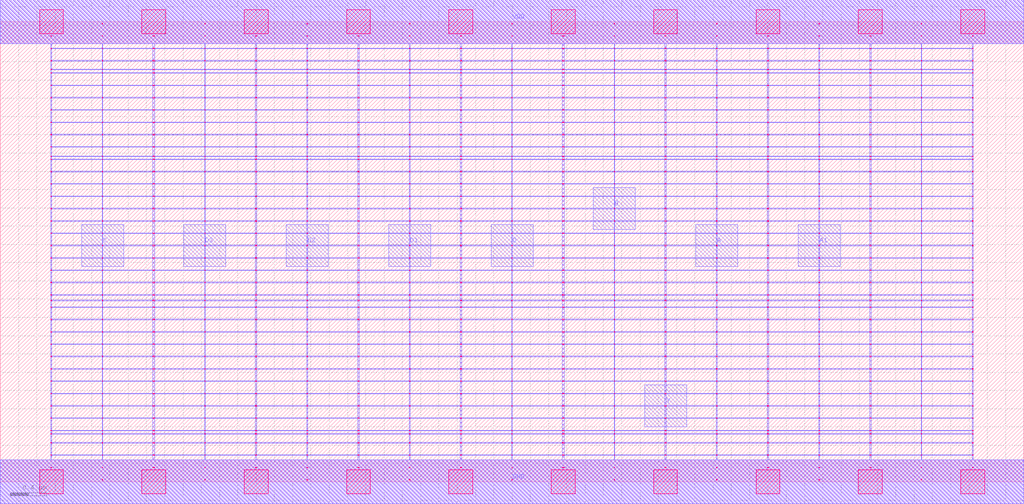
<source format=lef>
MACRO AOAAOI2114_DEBUG
 CLASS CORE ;
 FOREIGN AOAAOI2114_DEBUG 0 0 ;
 SIZE 11.200000000000001 BY 5.04 ;
 ORIGIN 0 0 ;
 SYMMETRY X Y R90 ;
 SITE unit ;
  PIN VDD
   DIRECTION INOUT ;
   USE SIGNAL ;
   SHAPE ABUTMENT ;
    PORT
     CLASS CORE ;
       LAYER met1 ;
        RECT 0.00000000 4.80000000 11.20000000 5.28000000 ;
       LAYER met2 ;
        RECT 0.00000000 4.80000000 11.20000000 5.28000000 ;
    END
  END VDD

  PIN GND
   DIRECTION INOUT ;
   USE SIGNAL ;
   SHAPE ABUTMENT ;
    PORT
     CLASS CORE ;
       LAYER met1 ;
        RECT 0.00000000 -0.24000000 11.20000000 0.24000000 ;
       LAYER met2 ;
        RECT 0.00000000 -0.24000000 11.20000000 0.24000000 ;
    END
  END GND

  PIN Y
   DIRECTION INOUT ;
   USE SIGNAL ;
   SHAPE ABUTMENT ;
    PORT
     CLASS CORE ;
       LAYER met2 ;
        RECT 7.05000000 0.60200000 7.51000000 1.06200000 ;
    END
  END Y

  PIN C
   DIRECTION INOUT ;
   USE SIGNAL ;
   SHAPE ABUTMENT ;
    PORT
     CLASS CORE ;
       LAYER met2 ;
        RECT 0.89000000 2.35700000 1.35000000 2.81700000 ;
    END
  END C

  PIN A1
   DIRECTION INOUT ;
   USE SIGNAL ;
   SHAPE ABUTMENT ;
    PORT
     CLASS CORE ;
       LAYER met2 ;
        RECT 8.73000000 2.35700000 9.19000000 2.81700000 ;
    END
  END A1

  PIN D
   DIRECTION INOUT ;
   USE SIGNAL ;
   SHAPE ABUTMENT ;
    PORT
     CLASS CORE ;
       LAYER met2 ;
        RECT 5.37000000 2.35700000 5.83000000 2.81700000 ;
    END
  END D

  PIN D2
   DIRECTION INOUT ;
   USE SIGNAL ;
   SHAPE ABUTMENT ;
    PORT
     CLASS CORE ;
       LAYER met2 ;
        RECT 3.13000000 2.35700000 3.59000000 2.81700000 ;
    END
  END D2

  PIN D1
   DIRECTION INOUT ;
   USE SIGNAL ;
   SHAPE ABUTMENT ;
    PORT
     CLASS CORE ;
       LAYER met2 ;
        RECT 4.25000000 2.35700000 4.71000000 2.81700000 ;
    END
  END D1

  PIN A
   DIRECTION INOUT ;
   USE SIGNAL ;
   SHAPE ABUTMENT ;
    PORT
     CLASS CORE ;
       LAYER met2 ;
        RECT 7.61000000 2.35700000 8.07000000 2.81700000 ;
    END
  END A

  PIN B
   DIRECTION INOUT ;
   USE SIGNAL ;
   SHAPE ABUTMENT ;
    PORT
     CLASS CORE ;
       LAYER met2 ;
        RECT 6.49000000 2.76200000 6.95000000 3.22200000 ;
    END
  END B

  PIN D3
   DIRECTION INOUT ;
   USE SIGNAL ;
   SHAPE ABUTMENT ;
    PORT
     CLASS CORE ;
       LAYER met2 ;
        RECT 2.01000000 2.35700000 2.47000000 2.81700000 ;
    END
  END D3

 OBS
    LAYER polycont ;
     RECT 5.59600000 2.58300000 5.60400000 2.59100000 ;
     RECT 5.59600000 2.71800000 5.60400000 2.72600000 ;
     RECT 5.59600000 2.85300000 5.60400000 2.86100000 ;
     RECT 5.59600000 2.98800000 5.60400000 2.99600000 ;
     RECT 7.83600000 2.58300000 7.84400000 2.59100000 ;
     RECT 8.39100000 2.58300000 8.40900000 2.59100000 ;
     RECT 8.95600000 2.58300000 8.96400000 2.59100000 ;
     RECT 9.51600000 2.58300000 9.52900000 2.59100000 ;
     RECT 10.07600000 2.58300000 10.08400000 2.59100000 ;
     RECT 10.63600000 2.58300000 10.64400000 2.59100000 ;
     RECT 6.15100000 2.58300000 6.16900000 2.59100000 ;
     RECT 6.15100000 2.71800000 6.16900000 2.72600000 ;
     RECT 6.71600000 2.71800000 6.72400000 2.72600000 ;
     RECT 7.27100000 2.71800000 7.28900000 2.72600000 ;
     RECT 7.83600000 2.71800000 7.84400000 2.72600000 ;
     RECT 8.39100000 2.71800000 8.40900000 2.72600000 ;
     RECT 8.95600000 2.71800000 8.96400000 2.72600000 ;
     RECT 9.51600000 2.71800000 9.52900000 2.72600000 ;
     RECT 10.07600000 2.71800000 10.08400000 2.72600000 ;
     RECT 10.63600000 2.71800000 10.64400000 2.72600000 ;
     RECT 6.71600000 2.58300000 6.72400000 2.59100000 ;
     RECT 6.15100000 2.85300000 6.16900000 2.86100000 ;
     RECT 6.71600000 2.85300000 6.72400000 2.86100000 ;
     RECT 7.27100000 2.85300000 7.28900000 2.86100000 ;
     RECT 7.83600000 2.85300000 7.84400000 2.86100000 ;
     RECT 8.39100000 2.85300000 8.40900000 2.86100000 ;
     RECT 8.95600000 2.85300000 8.96400000 2.86100000 ;
     RECT 9.51600000 2.85300000 9.52900000 2.86100000 ;
     RECT 10.07600000 2.85300000 10.08400000 2.86100000 ;
     RECT 10.63600000 2.85300000 10.64400000 2.86100000 ;
     RECT 7.27100000 2.58300000 7.28900000 2.59100000 ;
     RECT 6.15100000 2.98800000 6.16900000 2.99600000 ;
     RECT 6.71600000 2.98800000 6.72400000 2.99600000 ;
     RECT 7.27100000 2.98800000 7.28900000 2.99600000 ;
     RECT 7.83600000 2.98800000 7.84400000 2.99600000 ;
     RECT 8.39100000 2.98800000 8.40900000 2.99600000 ;
     RECT 8.95600000 2.98800000 8.96400000 2.99600000 ;
     RECT 9.51600000 2.98800000 9.52900000 2.99600000 ;
     RECT 10.07600000 2.98800000 10.08400000 2.99600000 ;
     RECT 10.63600000 2.98800000 10.64400000 2.99600000 ;
     RECT 10.07600000 3.12300000 10.08400000 3.13100000 ;
     RECT 10.63600000 3.12300000 10.64400000 3.13100000 ;
     RECT 10.07600000 3.25800000 10.08400000 3.26600000 ;
     RECT 10.63600000 3.25800000 10.64400000 3.26600000 ;
     RECT 10.07600000 3.39300000 10.08400000 3.40100000 ;
     RECT 10.63600000 3.39300000 10.64400000 3.40100000 ;
     RECT 10.07600000 3.52800000 10.08400000 3.53600000 ;
     RECT 10.63600000 3.52800000 10.64400000 3.53600000 ;
     RECT 10.07600000 3.56100000 10.08400000 3.56900000 ;
     RECT 10.63600000 3.56100000 10.64400000 3.56900000 ;
     RECT 10.07600000 3.66300000 10.08400000 3.67100000 ;
     RECT 10.63600000 3.66300000 10.64400000 3.67100000 ;
     RECT 10.07600000 3.79800000 10.08400000 3.80600000 ;
     RECT 10.63600000 3.79800000 10.64400000 3.80600000 ;
     RECT 10.07600000 3.93300000 10.08400000 3.94100000 ;
     RECT 10.63600000 3.93300000 10.64400000 3.94100000 ;
     RECT 10.07600000 4.06800000 10.08400000 4.07600000 ;
     RECT 10.63600000 4.06800000 10.64400000 4.07600000 ;
     RECT 10.07600000 4.20300000 10.08400000 4.21100000 ;
     RECT 10.63600000 4.20300000 10.64400000 4.21100000 ;
     RECT 10.07600000 4.33800000 10.08400000 4.34600000 ;
     RECT 10.63600000 4.33800000 10.64400000 4.34600000 ;
     RECT 10.07600000 4.47300000 10.08400000 4.48100000 ;
     RECT 10.63600000 4.47300000 10.64400000 4.48100000 ;
     RECT 10.07600000 4.51100000 10.08400000 4.51900000 ;
     RECT 10.63600000 4.51100000 10.64400000 4.51900000 ;
     RECT 10.07600000 4.60800000 10.08400000 4.61600000 ;
     RECT 10.63600000 4.60800000 10.64400000 4.61600000 ;
     RECT 10.07600000 4.74300000 10.08400000 4.75100000 ;
     RECT 10.63600000 4.74300000 10.64400000 4.75100000 ;
     RECT 10.07600000 4.87800000 10.08400000 4.88600000 ;
     RECT 10.63600000 4.87800000 10.64400000 4.88600000 ;
     RECT 0.55100000 2.58300000 0.56400000 2.59100000 ;
     RECT 0.55100000 2.71800000 0.56400000 2.72600000 ;
     RECT 0.55100000 2.85300000 0.56400000 2.86100000 ;
     RECT 1.11600000 2.85300000 1.12400000 2.86100000 ;
     RECT 1.67100000 2.85300000 1.68900000 2.86100000 ;
     RECT 2.23600000 2.85300000 2.24400000 2.86100000 ;
     RECT 2.79100000 2.85300000 2.80900000 2.86100000 ;
     RECT 3.35600000 2.85300000 3.36400000 2.86100000 ;
     RECT 3.91100000 2.85300000 3.92900000 2.86100000 ;
     RECT 4.47600000 2.85300000 4.48400000 2.86100000 ;
     RECT 5.03100000 2.85300000 5.04900000 2.86100000 ;
     RECT 1.11600000 2.71800000 1.12400000 2.72600000 ;
     RECT 1.67100000 2.71800000 1.68900000 2.72600000 ;
     RECT 2.23600000 2.71800000 2.24400000 2.72600000 ;
     RECT 2.79100000 2.71800000 2.80900000 2.72600000 ;
     RECT 3.35600000 2.71800000 3.36400000 2.72600000 ;
     RECT 3.91100000 2.71800000 3.92900000 2.72600000 ;
     RECT 4.47600000 2.71800000 4.48400000 2.72600000 ;
     RECT 5.03100000 2.71800000 5.04900000 2.72600000 ;
     RECT 1.11600000 2.58300000 1.12400000 2.59100000 ;
     RECT 1.67100000 2.58300000 1.68900000 2.59100000 ;
     RECT 0.55100000 2.98800000 0.56400000 2.99600000 ;
     RECT 1.11600000 2.98800000 1.12400000 2.99600000 ;
     RECT 1.67100000 2.98800000 1.68900000 2.99600000 ;
     RECT 2.23600000 2.98800000 2.24400000 2.99600000 ;
     RECT 2.79100000 2.98800000 2.80900000 2.99600000 ;
     RECT 3.35600000 2.98800000 3.36400000 2.99600000 ;
     RECT 3.91100000 2.98800000 3.92900000 2.99600000 ;
     RECT 4.47600000 2.98800000 4.48400000 2.99600000 ;
     RECT 5.03100000 2.98800000 5.04900000 2.99600000 ;
     RECT 2.23600000 2.58300000 2.24400000 2.59100000 ;
     RECT 2.79100000 2.58300000 2.80900000 2.59100000 ;
     RECT 3.35600000 2.58300000 3.36400000 2.59100000 ;
     RECT 3.91100000 2.58300000 3.92900000 2.59100000 ;
     RECT 4.47600000 2.58300000 4.48400000 2.59100000 ;
     RECT 5.03100000 2.58300000 5.04900000 2.59100000 ;
     RECT 6.71600000 1.09800000 6.72400000 1.10600000 ;
     RECT 6.71600000 1.23300000 6.72400000 1.24100000 ;
     RECT 6.71600000 1.36800000 6.72400000 1.37600000 ;
     RECT 6.71600000 1.50300000 6.72400000 1.51100000 ;
     RECT 6.71600000 1.63800000 6.72400000 1.64600000 ;
     RECT 6.71600000 1.77300000 6.72400000 1.78100000 ;
     RECT 6.71600000 1.90800000 6.72400000 1.91600000 ;
     RECT 6.71600000 1.98100000 6.72400000 1.98900000 ;
     RECT 6.71600000 2.04300000 6.72400000 2.05100000 ;
     RECT 6.71600000 2.17800000 6.72400000 2.18600000 ;
     RECT 6.71600000 2.31300000 6.72400000 2.32100000 ;
     RECT 6.71600000 2.44800000 6.72400000 2.45600000 ;
     RECT 6.71600000 0.15300000 6.72400000 0.16100000 ;
     RECT 6.71600000 0.28800000 6.72400000 0.29600000 ;
     RECT 6.71600000 0.42300000 6.72400000 0.43100000 ;
     RECT 6.71600000 0.52100000 6.72400000 0.52900000 ;
     RECT 6.71600000 0.55800000 6.72400000 0.56600000 ;
     RECT 6.71600000 0.69300000 6.72400000 0.70100000 ;
     RECT 6.71600000 0.82800000 6.72400000 0.83600000 ;
     RECT 6.71600000 0.96300000 6.72400000 0.97100000 ;

    LAYER pdiffc ;
     RECT 0.55100000 3.39300000 0.55900000 3.40100000 ;
     RECT 9.52100000 3.39300000 9.52900000 3.40100000 ;
     RECT 0.55100000 3.52800000 0.55900000 3.53600000 ;
     RECT 9.52100000 3.52800000 9.52900000 3.53600000 ;
     RECT 0.55100000 3.56100000 0.55900000 3.56900000 ;
     RECT 9.52100000 3.56100000 9.52900000 3.56900000 ;
     RECT 0.55100000 3.66300000 0.55900000 3.67100000 ;
     RECT 9.52100000 3.66300000 9.52900000 3.67100000 ;
     RECT 0.55100000 3.79800000 0.55900000 3.80600000 ;
     RECT 9.52100000 3.79800000 9.52900000 3.80600000 ;
     RECT 0.55100000 3.93300000 0.55900000 3.94100000 ;
     RECT 9.52100000 3.93300000 9.52900000 3.94100000 ;
     RECT 0.55100000 4.06800000 0.55900000 4.07600000 ;
     RECT 9.52100000 4.06800000 9.52900000 4.07600000 ;
     RECT 0.55100000 4.20300000 0.55900000 4.21100000 ;
     RECT 9.52100000 4.20300000 9.52900000 4.21100000 ;
     RECT 0.55100000 4.33800000 0.55900000 4.34600000 ;
     RECT 9.52100000 4.33800000 9.52900000 4.34600000 ;
     RECT 0.55100000 4.47300000 0.55900000 4.48100000 ;
     RECT 9.52100000 4.47300000 9.52900000 4.48100000 ;
     RECT 0.55100000 4.51100000 0.55900000 4.51900000 ;
     RECT 9.52100000 4.51100000 9.52900000 4.51900000 ;
     RECT 0.55100000 4.60800000 0.55900000 4.61600000 ;
     RECT 9.52100000 4.60800000 9.52900000 4.61600000 ;

    LAYER ndiffc ;
     RECT 6.15100000 0.42300000 6.16900000 0.43100000 ;
     RECT 7.27100000 0.42300000 7.28900000 0.43100000 ;
     RECT 8.39100000 0.42300000 8.40900000 0.43100000 ;
     RECT 9.51600000 0.42300000 9.52900000 0.43100000 ;
     RECT 10.63600000 0.42300000 10.64400000 0.43100000 ;
     RECT 6.15100000 0.52100000 6.16900000 0.52900000 ;
     RECT 7.27100000 0.52100000 7.28900000 0.52900000 ;
     RECT 8.39100000 0.52100000 8.40900000 0.52900000 ;
     RECT 9.51600000 0.52100000 9.52900000 0.52900000 ;
     RECT 10.63600000 0.52100000 10.64400000 0.52900000 ;
     RECT 6.15100000 0.55800000 6.16900000 0.56600000 ;
     RECT 7.27100000 0.55800000 7.28900000 0.56600000 ;
     RECT 8.39100000 0.55800000 8.40900000 0.56600000 ;
     RECT 9.51600000 0.55800000 9.52900000 0.56600000 ;
     RECT 10.63600000 0.55800000 10.64400000 0.56600000 ;
     RECT 6.15100000 0.69300000 6.16900000 0.70100000 ;
     RECT 7.27100000 0.69300000 7.28900000 0.70100000 ;
     RECT 8.39100000 0.69300000 8.40900000 0.70100000 ;
     RECT 9.51600000 0.69300000 9.52900000 0.70100000 ;
     RECT 10.63600000 0.69300000 10.64400000 0.70100000 ;
     RECT 6.15100000 0.82800000 6.16900000 0.83600000 ;
     RECT 7.27100000 0.82800000 7.28900000 0.83600000 ;
     RECT 8.39100000 0.82800000 8.40900000 0.83600000 ;
     RECT 9.51600000 0.82800000 9.52900000 0.83600000 ;
     RECT 10.63600000 0.82800000 10.64400000 0.83600000 ;
     RECT 6.15100000 0.96300000 6.16900000 0.97100000 ;
     RECT 7.27100000 0.96300000 7.28900000 0.97100000 ;
     RECT 8.39100000 0.96300000 8.40900000 0.97100000 ;
     RECT 9.51600000 0.96300000 9.52900000 0.97100000 ;
     RECT 10.63600000 0.96300000 10.64400000 0.97100000 ;
     RECT 6.15100000 1.09800000 6.16900000 1.10600000 ;
     RECT 7.27100000 1.09800000 7.28900000 1.10600000 ;
     RECT 8.39100000 1.09800000 8.40900000 1.10600000 ;
     RECT 9.51600000 1.09800000 9.52900000 1.10600000 ;
     RECT 10.63600000 1.09800000 10.64400000 1.10600000 ;
     RECT 6.15100000 1.23300000 6.16900000 1.24100000 ;
     RECT 7.27100000 1.23300000 7.28900000 1.24100000 ;
     RECT 8.39100000 1.23300000 8.40900000 1.24100000 ;
     RECT 9.51600000 1.23300000 9.52900000 1.24100000 ;
     RECT 10.63600000 1.23300000 10.64400000 1.24100000 ;
     RECT 6.15100000 1.36800000 6.16900000 1.37600000 ;
     RECT 7.27100000 1.36800000 7.28900000 1.37600000 ;
     RECT 8.39100000 1.36800000 8.40900000 1.37600000 ;
     RECT 9.51600000 1.36800000 9.52900000 1.37600000 ;
     RECT 10.63600000 1.36800000 10.64400000 1.37600000 ;
     RECT 6.15100000 1.50300000 6.16900000 1.51100000 ;
     RECT 7.27100000 1.50300000 7.28900000 1.51100000 ;
     RECT 8.39100000 1.50300000 8.40900000 1.51100000 ;
     RECT 9.51600000 1.50300000 9.52900000 1.51100000 ;
     RECT 10.63600000 1.50300000 10.64400000 1.51100000 ;
     RECT 6.15100000 1.63800000 6.16900000 1.64600000 ;
     RECT 7.27100000 1.63800000 7.28900000 1.64600000 ;
     RECT 8.39100000 1.63800000 8.40900000 1.64600000 ;
     RECT 9.51600000 1.63800000 9.52900000 1.64600000 ;
     RECT 10.63600000 1.63800000 10.64400000 1.64600000 ;
     RECT 6.15100000 1.77300000 6.16900000 1.78100000 ;
     RECT 7.27100000 1.77300000 7.28900000 1.78100000 ;
     RECT 8.39100000 1.77300000 8.40900000 1.78100000 ;
     RECT 9.51600000 1.77300000 9.52900000 1.78100000 ;
     RECT 10.63600000 1.77300000 10.64400000 1.78100000 ;
     RECT 6.15100000 1.90800000 6.16900000 1.91600000 ;
     RECT 7.27100000 1.90800000 7.28900000 1.91600000 ;
     RECT 8.39100000 1.90800000 8.40900000 1.91600000 ;
     RECT 9.51600000 1.90800000 9.52900000 1.91600000 ;
     RECT 10.63600000 1.90800000 10.64400000 1.91600000 ;
     RECT 6.15100000 1.98100000 6.16900000 1.98900000 ;
     RECT 7.27100000 1.98100000 7.28900000 1.98900000 ;
     RECT 8.39100000 1.98100000 8.40900000 1.98900000 ;
     RECT 9.51600000 1.98100000 9.52900000 1.98900000 ;
     RECT 10.63600000 1.98100000 10.64400000 1.98900000 ;
     RECT 6.15100000 2.04300000 6.16900000 2.05100000 ;
     RECT 7.27100000 2.04300000 7.28900000 2.05100000 ;
     RECT 8.39100000 2.04300000 8.40900000 2.05100000 ;
     RECT 9.51600000 2.04300000 9.52900000 2.05100000 ;
     RECT 10.63600000 2.04300000 10.64400000 2.05100000 ;
     RECT 0.55100000 0.42300000 0.56400000 0.43100000 ;
     RECT 1.67100000 0.42300000 1.68900000 0.43100000 ;
     RECT 2.79100000 0.42300000 2.80900000 0.43100000 ;
     RECT 3.91100000 0.42300000 3.92900000 0.43100000 ;
     RECT 5.03100000 0.42300000 5.04900000 0.43100000 ;
     RECT 0.55100000 1.36800000 0.56400000 1.37600000 ;
     RECT 1.67100000 1.36800000 1.68900000 1.37600000 ;
     RECT 2.79100000 1.36800000 2.80900000 1.37600000 ;
     RECT 3.91100000 1.36800000 3.92900000 1.37600000 ;
     RECT 5.03100000 1.36800000 5.04900000 1.37600000 ;
     RECT 0.55100000 0.82800000 0.56400000 0.83600000 ;
     RECT 1.67100000 0.82800000 1.68900000 0.83600000 ;
     RECT 2.79100000 0.82800000 2.80900000 0.83600000 ;
     RECT 3.91100000 0.82800000 3.92900000 0.83600000 ;
     RECT 5.03100000 0.82800000 5.04900000 0.83600000 ;
     RECT 0.55100000 1.50300000 0.56400000 1.51100000 ;
     RECT 1.67100000 1.50300000 1.68900000 1.51100000 ;
     RECT 2.79100000 1.50300000 2.80900000 1.51100000 ;
     RECT 3.91100000 1.50300000 3.92900000 1.51100000 ;
     RECT 5.03100000 1.50300000 5.04900000 1.51100000 ;
     RECT 0.55100000 0.55800000 0.56400000 0.56600000 ;
     RECT 1.67100000 0.55800000 1.68900000 0.56600000 ;
     RECT 2.79100000 0.55800000 2.80900000 0.56600000 ;
     RECT 3.91100000 0.55800000 3.92900000 0.56600000 ;
     RECT 5.03100000 0.55800000 5.04900000 0.56600000 ;
     RECT 0.55100000 1.63800000 0.56400000 1.64600000 ;
     RECT 1.67100000 1.63800000 1.68900000 1.64600000 ;
     RECT 2.79100000 1.63800000 2.80900000 1.64600000 ;
     RECT 3.91100000 1.63800000 3.92900000 1.64600000 ;
     RECT 5.03100000 1.63800000 5.04900000 1.64600000 ;
     RECT 0.55100000 0.96300000 0.56400000 0.97100000 ;
     RECT 1.67100000 0.96300000 1.68900000 0.97100000 ;
     RECT 2.79100000 0.96300000 2.80900000 0.97100000 ;
     RECT 3.91100000 0.96300000 3.92900000 0.97100000 ;
     RECT 5.03100000 0.96300000 5.04900000 0.97100000 ;
     RECT 0.55100000 1.77300000 0.56400000 1.78100000 ;
     RECT 1.67100000 1.77300000 1.68900000 1.78100000 ;
     RECT 2.79100000 1.77300000 2.80900000 1.78100000 ;
     RECT 3.91100000 1.77300000 3.92900000 1.78100000 ;
     RECT 5.03100000 1.77300000 5.04900000 1.78100000 ;
     RECT 0.55100000 0.52100000 0.56400000 0.52900000 ;
     RECT 1.67100000 0.52100000 1.68900000 0.52900000 ;
     RECT 2.79100000 0.52100000 2.80900000 0.52900000 ;
     RECT 3.91100000 0.52100000 3.92900000 0.52900000 ;
     RECT 5.03100000 0.52100000 5.04900000 0.52900000 ;
     RECT 0.55100000 1.90800000 0.56400000 1.91600000 ;
     RECT 1.67100000 1.90800000 1.68900000 1.91600000 ;
     RECT 2.79100000 1.90800000 2.80900000 1.91600000 ;
     RECT 3.91100000 1.90800000 3.92900000 1.91600000 ;
     RECT 5.03100000 1.90800000 5.04900000 1.91600000 ;
     RECT 0.55100000 1.09800000 0.56400000 1.10600000 ;
     RECT 1.67100000 1.09800000 1.68900000 1.10600000 ;
     RECT 2.79100000 1.09800000 2.80900000 1.10600000 ;
     RECT 3.91100000 1.09800000 3.92900000 1.10600000 ;
     RECT 5.03100000 1.09800000 5.04900000 1.10600000 ;
     RECT 0.55100000 1.98100000 0.56400000 1.98900000 ;
     RECT 1.67100000 1.98100000 1.68900000 1.98900000 ;
     RECT 2.79100000 1.98100000 2.80900000 1.98900000 ;
     RECT 3.91100000 1.98100000 3.92900000 1.98900000 ;
     RECT 5.03100000 1.98100000 5.04900000 1.98900000 ;
     RECT 0.55100000 0.69300000 0.56400000 0.70100000 ;
     RECT 1.67100000 0.69300000 1.68900000 0.70100000 ;
     RECT 2.79100000 0.69300000 2.80900000 0.70100000 ;
     RECT 3.91100000 0.69300000 3.92900000 0.70100000 ;
     RECT 5.03100000 0.69300000 5.04900000 0.70100000 ;
     RECT 0.55100000 2.04300000 0.56400000 2.05100000 ;
     RECT 1.67100000 2.04300000 1.68900000 2.05100000 ;
     RECT 2.79100000 2.04300000 2.80900000 2.05100000 ;
     RECT 3.91100000 2.04300000 3.92900000 2.05100000 ;
     RECT 5.03100000 2.04300000 5.04900000 2.05100000 ;
     RECT 0.55100000 1.23300000 0.56400000 1.24100000 ;
     RECT 1.67100000 1.23300000 1.68900000 1.24100000 ;
     RECT 2.79100000 1.23300000 2.80900000 1.24100000 ;
     RECT 3.91100000 1.23300000 3.92900000 1.24100000 ;
     RECT 5.03100000 1.23300000 5.04900000 1.24100000 ;

    LAYER met1 ;
     RECT 0.00000000 -0.24000000 11.20000000 0.24000000 ;
     RECT 5.59600000 0.24000000 5.60400000 0.28800000 ;
     RECT 0.55100000 0.28800000 10.64400000 0.29600000 ;
     RECT 5.59600000 0.29600000 5.60400000 0.42300000 ;
     RECT 0.55100000 0.42300000 10.64400000 0.43100000 ;
     RECT 5.59600000 0.43100000 5.60400000 0.52100000 ;
     RECT 0.55100000 0.52100000 10.64400000 0.52900000 ;
     RECT 5.59600000 0.52900000 5.60400000 0.55800000 ;
     RECT 0.55100000 0.55800000 10.64400000 0.56600000 ;
     RECT 5.59600000 0.56600000 5.60400000 0.69300000 ;
     RECT 0.55100000 0.69300000 10.64400000 0.70100000 ;
     RECT 5.59600000 0.70100000 5.60400000 0.82800000 ;
     RECT 0.55100000 0.82800000 10.64400000 0.83600000 ;
     RECT 5.59600000 0.83600000 5.60400000 0.96300000 ;
     RECT 0.55100000 0.96300000 10.64400000 0.97100000 ;
     RECT 5.59600000 0.97100000 5.60400000 1.09800000 ;
     RECT 0.55100000 1.09800000 10.64400000 1.10600000 ;
     RECT 5.59600000 1.10600000 5.60400000 1.23300000 ;
     RECT 0.55100000 1.23300000 10.64400000 1.24100000 ;
     RECT 5.59600000 1.24100000 5.60400000 1.36800000 ;
     RECT 0.55100000 1.36800000 10.64400000 1.37600000 ;
     RECT 5.59600000 1.37600000 5.60400000 1.50300000 ;
     RECT 0.55100000 1.50300000 10.64400000 1.51100000 ;
     RECT 5.59600000 1.51100000 5.60400000 1.63800000 ;
     RECT 0.55100000 1.63800000 10.64400000 1.64600000 ;
     RECT 5.59600000 1.64600000 5.60400000 1.77300000 ;
     RECT 0.55100000 1.77300000 10.64400000 1.78100000 ;
     RECT 5.59600000 1.78100000 5.60400000 1.90800000 ;
     RECT 0.55100000 1.90800000 10.64400000 1.91600000 ;
     RECT 5.59600000 1.91600000 5.60400000 1.98100000 ;
     RECT 0.55100000 1.98100000 10.64400000 1.98900000 ;
     RECT 5.59600000 1.98900000 5.60400000 2.04300000 ;
     RECT 0.55100000 2.04300000 10.64400000 2.05100000 ;
     RECT 5.59600000 2.05100000 5.60400000 2.17800000 ;
     RECT 0.55100000 2.17800000 10.64400000 2.18600000 ;
     RECT 5.59600000 2.18600000 5.60400000 2.31300000 ;
     RECT 0.55100000 2.31300000 10.64400000 2.32100000 ;
     RECT 5.59600000 2.32100000 5.60400000 2.44800000 ;
     RECT 0.55100000 2.44800000 10.64400000 2.45600000 ;
     RECT 0.55100000 2.45600000 0.56400000 2.58300000 ;
     RECT 1.11600000 2.45600000 1.12400000 2.58300000 ;
     RECT 1.67100000 2.45600000 1.68900000 2.58300000 ;
     RECT 2.23600000 2.45600000 2.24400000 2.58300000 ;
     RECT 2.79100000 2.45600000 2.80900000 2.58300000 ;
     RECT 3.35600000 2.45600000 3.36400000 2.58300000 ;
     RECT 3.91100000 2.45600000 3.92900000 2.58300000 ;
     RECT 4.47600000 2.45600000 4.48400000 2.58300000 ;
     RECT 5.03100000 2.45600000 5.04900000 2.58300000 ;
     RECT 5.59600000 2.45600000 5.60400000 2.58300000 ;
     RECT 6.15100000 2.45600000 6.16900000 2.58300000 ;
     RECT 6.71600000 2.45600000 6.72400000 2.58300000 ;
     RECT 7.27100000 2.45600000 7.28900000 2.58300000 ;
     RECT 7.83600000 2.45600000 7.84400000 2.58300000 ;
     RECT 8.39100000 2.45600000 8.40900000 2.58300000 ;
     RECT 8.95600000 2.45600000 8.96400000 2.58300000 ;
     RECT 9.51600000 2.45600000 9.52900000 2.58300000 ;
     RECT 10.07600000 2.45600000 10.08400000 2.58300000 ;
     RECT 10.63600000 2.45600000 10.64400000 2.58300000 ;
     RECT 0.55100000 2.58300000 10.64400000 2.59100000 ;
     RECT 5.59600000 2.59100000 5.60400000 2.71800000 ;
     RECT 0.55100000 2.71800000 10.64400000 2.72600000 ;
     RECT 5.59600000 2.72600000 5.60400000 2.85300000 ;
     RECT 0.55100000 2.85300000 10.64400000 2.86100000 ;
     RECT 5.59600000 2.86100000 5.60400000 2.98800000 ;
     RECT 0.55100000 2.98800000 10.64400000 2.99600000 ;
     RECT 5.59600000 2.99600000 5.60400000 3.12300000 ;
     RECT 0.55100000 3.12300000 10.64400000 3.13100000 ;
     RECT 5.59600000 3.13100000 5.60400000 3.25800000 ;
     RECT 0.55100000 3.25800000 10.64400000 3.26600000 ;
     RECT 5.59600000 3.26600000 5.60400000 3.39300000 ;
     RECT 0.55100000 3.39300000 10.64400000 3.40100000 ;
     RECT 5.59600000 3.40100000 5.60400000 3.52800000 ;
     RECT 0.55100000 3.52800000 10.64400000 3.53600000 ;
     RECT 5.59600000 3.53600000 5.60400000 3.56100000 ;
     RECT 0.55100000 3.56100000 10.64400000 3.56900000 ;
     RECT 5.59600000 3.56900000 5.60400000 3.66300000 ;
     RECT 0.55100000 3.66300000 10.64400000 3.67100000 ;
     RECT 5.59600000 3.67100000 5.60400000 3.79800000 ;
     RECT 0.55100000 3.79800000 10.64400000 3.80600000 ;
     RECT 5.59600000 3.80600000 5.60400000 3.93300000 ;
     RECT 0.55100000 3.93300000 10.64400000 3.94100000 ;
     RECT 5.59600000 3.94100000 5.60400000 4.06800000 ;
     RECT 0.55100000 4.06800000 10.64400000 4.07600000 ;
     RECT 5.59600000 4.07600000 5.60400000 4.20300000 ;
     RECT 0.55100000 4.20300000 10.64400000 4.21100000 ;
     RECT 5.59600000 4.21100000 5.60400000 4.33800000 ;
     RECT 0.55100000 4.33800000 10.64400000 4.34600000 ;
     RECT 5.59600000 4.34600000 5.60400000 4.47300000 ;
     RECT 0.55100000 4.47300000 10.64400000 4.48100000 ;
     RECT 5.59600000 4.48100000 5.60400000 4.51100000 ;
     RECT 0.55100000 4.51100000 10.64400000 4.51900000 ;
     RECT 5.59600000 4.51900000 5.60400000 4.60800000 ;
     RECT 0.55100000 4.60800000 10.64400000 4.61600000 ;
     RECT 5.59600000 4.61600000 5.60400000 4.74300000 ;
     RECT 0.55100000 4.74300000 10.64400000 4.75100000 ;
     RECT 5.59600000 4.75100000 5.60400000 4.80000000 ;
     RECT 0.00000000 4.80000000 11.20000000 5.28000000 ;
     RECT 8.39100000 2.99600000 8.40900000 3.12300000 ;
     RECT 8.39100000 3.13100000 8.40900000 3.25800000 ;
     RECT 8.39100000 3.26600000 8.40900000 3.39300000 ;
     RECT 8.39100000 3.40100000 8.40900000 3.52800000 ;
     RECT 8.39100000 3.53600000 8.40900000 3.56100000 ;
     RECT 8.39100000 2.72600000 8.40900000 2.85300000 ;
     RECT 8.39100000 3.56900000 8.40900000 3.66300000 ;
     RECT 8.39100000 3.67100000 8.40900000 3.79800000 ;
     RECT 6.15100000 3.80600000 6.16900000 3.93300000 ;
     RECT 6.71600000 3.80600000 6.72400000 3.93300000 ;
     RECT 7.27100000 3.80600000 7.28900000 3.93300000 ;
     RECT 7.83600000 3.80600000 7.84400000 3.93300000 ;
     RECT 8.39100000 3.80600000 8.40900000 3.93300000 ;
     RECT 8.95600000 3.80600000 8.96400000 3.93300000 ;
     RECT 9.51600000 3.80600000 9.52900000 3.93300000 ;
     RECT 10.07600000 3.80600000 10.08400000 3.93300000 ;
     RECT 10.63600000 3.80600000 10.64400000 3.93300000 ;
     RECT 8.39100000 3.94100000 8.40900000 4.06800000 ;
     RECT 8.39100000 4.07600000 8.40900000 4.20300000 ;
     RECT 8.39100000 4.21100000 8.40900000 4.33800000 ;
     RECT 8.39100000 2.86100000 8.40900000 2.98800000 ;
     RECT 8.39100000 4.34600000 8.40900000 4.47300000 ;
     RECT 8.39100000 4.48100000 8.40900000 4.51100000 ;
     RECT 8.39100000 2.59100000 8.40900000 2.71800000 ;
     RECT 8.39100000 4.51900000 8.40900000 4.60800000 ;
     RECT 8.39100000 4.61600000 8.40900000 4.74300000 ;
     RECT 8.39100000 4.75100000 8.40900000 4.80000000 ;
     RECT 9.51600000 3.94100000 9.52900000 4.06800000 ;
     RECT 8.95600000 4.21100000 8.96400000 4.33800000 ;
     RECT 9.51600000 4.21100000 9.52900000 4.33800000 ;
     RECT 10.07600000 4.21100000 10.08400000 4.33800000 ;
     RECT 10.63600000 4.21100000 10.64400000 4.33800000 ;
     RECT 10.07600000 3.94100000 10.08400000 4.06800000 ;
     RECT 10.63600000 3.94100000 10.64400000 4.06800000 ;
     RECT 8.95600000 4.34600000 8.96400000 4.47300000 ;
     RECT 9.51600000 4.34600000 9.52900000 4.47300000 ;
     RECT 10.07600000 4.34600000 10.08400000 4.47300000 ;
     RECT 10.63600000 4.34600000 10.64400000 4.47300000 ;
     RECT 8.95600000 3.94100000 8.96400000 4.06800000 ;
     RECT 8.95600000 4.48100000 8.96400000 4.51100000 ;
     RECT 9.51600000 4.48100000 9.52900000 4.51100000 ;
     RECT 10.07600000 4.48100000 10.08400000 4.51100000 ;
     RECT 10.63600000 4.48100000 10.64400000 4.51100000 ;
     RECT 8.95600000 4.07600000 8.96400000 4.20300000 ;
     RECT 9.51600000 4.07600000 9.52900000 4.20300000 ;
     RECT 8.95600000 4.51900000 8.96400000 4.60800000 ;
     RECT 9.51600000 4.51900000 9.52900000 4.60800000 ;
     RECT 10.07600000 4.51900000 10.08400000 4.60800000 ;
     RECT 10.63600000 4.51900000 10.64400000 4.60800000 ;
     RECT 10.07600000 4.07600000 10.08400000 4.20300000 ;
     RECT 8.95600000 4.61600000 8.96400000 4.74300000 ;
     RECT 9.51600000 4.61600000 9.52900000 4.74300000 ;
     RECT 10.07600000 4.61600000 10.08400000 4.74300000 ;
     RECT 10.63600000 4.61600000 10.64400000 4.74300000 ;
     RECT 10.63600000 4.07600000 10.64400000 4.20300000 ;
     RECT 8.95600000 4.75100000 8.96400000 4.80000000 ;
     RECT 9.51600000 4.75100000 9.52900000 4.80000000 ;
     RECT 10.07600000 4.75100000 10.08400000 4.80000000 ;
     RECT 10.63600000 4.75100000 10.64400000 4.80000000 ;
     RECT 6.71600000 4.07600000 6.72400000 4.20300000 ;
     RECT 7.27100000 4.07600000 7.28900000 4.20300000 ;
     RECT 7.83600000 4.07600000 7.84400000 4.20300000 ;
     RECT 6.71600000 3.94100000 6.72400000 4.06800000 ;
     RECT 7.27100000 3.94100000 7.28900000 4.06800000 ;
     RECT 6.15100000 4.51900000 6.16900000 4.60800000 ;
     RECT 6.71600000 4.51900000 6.72400000 4.60800000 ;
     RECT 7.27100000 4.51900000 7.28900000 4.60800000 ;
     RECT 7.83600000 4.51900000 7.84400000 4.60800000 ;
     RECT 7.83600000 3.94100000 7.84400000 4.06800000 ;
     RECT 6.15100000 4.34600000 6.16900000 4.47300000 ;
     RECT 6.71600000 4.34600000 6.72400000 4.47300000 ;
     RECT 7.27100000 4.34600000 7.28900000 4.47300000 ;
     RECT 7.83600000 4.34600000 7.84400000 4.47300000 ;
     RECT 6.15100000 4.61600000 6.16900000 4.74300000 ;
     RECT 6.71600000 4.61600000 6.72400000 4.74300000 ;
     RECT 7.27100000 4.61600000 7.28900000 4.74300000 ;
     RECT 7.83600000 4.61600000 7.84400000 4.74300000 ;
     RECT 6.15100000 3.94100000 6.16900000 4.06800000 ;
     RECT 6.15100000 4.07600000 6.16900000 4.20300000 ;
     RECT 6.15100000 4.21100000 6.16900000 4.33800000 ;
     RECT 6.71600000 4.21100000 6.72400000 4.33800000 ;
     RECT 7.27100000 4.21100000 7.28900000 4.33800000 ;
     RECT 6.15100000 4.75100000 6.16900000 4.80000000 ;
     RECT 6.71600000 4.75100000 6.72400000 4.80000000 ;
     RECT 7.27100000 4.75100000 7.28900000 4.80000000 ;
     RECT 7.83600000 4.75100000 7.84400000 4.80000000 ;
     RECT 6.15100000 4.48100000 6.16900000 4.51100000 ;
     RECT 6.71600000 4.48100000 6.72400000 4.51100000 ;
     RECT 7.27100000 4.48100000 7.28900000 4.51100000 ;
     RECT 7.83600000 4.48100000 7.84400000 4.51100000 ;
     RECT 7.83600000 4.21100000 7.84400000 4.33800000 ;
     RECT 7.27100000 3.53600000 7.28900000 3.56100000 ;
     RECT 7.83600000 3.53600000 7.84400000 3.56100000 ;
     RECT 7.83600000 3.13100000 7.84400000 3.25800000 ;
     RECT 6.15100000 2.86100000 6.16900000 2.98800000 ;
     RECT 6.71600000 2.86100000 6.72400000 2.98800000 ;
     RECT 7.83600000 2.72600000 7.84400000 2.85300000 ;
     RECT 6.15100000 3.13100000 6.16900000 3.25800000 ;
     RECT 6.15100000 3.56900000 6.16900000 3.66300000 ;
     RECT 6.71600000 3.56900000 6.72400000 3.66300000 ;
     RECT 7.27100000 3.56900000 7.28900000 3.66300000 ;
     RECT 7.83600000 3.56900000 7.84400000 3.66300000 ;
     RECT 6.15100000 2.59100000 6.16900000 2.71800000 ;
     RECT 6.15100000 3.67100000 6.16900000 3.79800000 ;
     RECT 6.71600000 3.67100000 6.72400000 3.79800000 ;
     RECT 7.27100000 2.86100000 7.28900000 2.98800000 ;
     RECT 7.83600000 2.86100000 7.84400000 2.98800000 ;
     RECT 7.27100000 3.67100000 7.28900000 3.79800000 ;
     RECT 7.83600000 3.67100000 7.84400000 3.79800000 ;
     RECT 6.15100000 2.99600000 6.16900000 3.12300000 ;
     RECT 6.15100000 3.26600000 6.16900000 3.39300000 ;
     RECT 6.71600000 3.26600000 6.72400000 3.39300000 ;
     RECT 7.27100000 3.26600000 7.28900000 3.39300000 ;
     RECT 7.83600000 3.26600000 7.84400000 3.39300000 ;
     RECT 6.71600000 3.13100000 6.72400000 3.25800000 ;
     RECT 6.71600000 2.59100000 6.72400000 2.71800000 ;
     RECT 6.15100000 2.72600000 6.16900000 2.85300000 ;
     RECT 6.15100000 3.40100000 6.16900000 3.52800000 ;
     RECT 6.71600000 3.40100000 6.72400000 3.52800000 ;
     RECT 6.71600000 2.99600000 6.72400000 3.12300000 ;
     RECT 7.27100000 2.99600000 7.28900000 3.12300000 ;
     RECT 7.27100000 3.40100000 7.28900000 3.52800000 ;
     RECT 7.27100000 2.59100000 7.28900000 2.71800000 ;
     RECT 7.83600000 2.59100000 7.84400000 2.71800000 ;
     RECT 7.83600000 3.40100000 7.84400000 3.52800000 ;
     RECT 7.27100000 3.13100000 7.28900000 3.25800000 ;
     RECT 6.71600000 2.72600000 6.72400000 2.85300000 ;
     RECT 7.27100000 2.72600000 7.28900000 2.85300000 ;
     RECT 6.15100000 3.53600000 6.16900000 3.56100000 ;
     RECT 6.71600000 3.53600000 6.72400000 3.56100000 ;
     RECT 7.83600000 2.99600000 7.84400000 3.12300000 ;
     RECT 10.07600000 3.56900000 10.08400000 3.66300000 ;
     RECT 10.63600000 3.56900000 10.64400000 3.66300000 ;
     RECT 8.95600000 2.72600000 8.96400000 2.85300000 ;
     RECT 9.51600000 2.72600000 9.52900000 2.85300000 ;
     RECT 8.95600000 2.99600000 8.96400000 3.12300000 ;
     RECT 8.95600000 3.40100000 8.96400000 3.52800000 ;
     RECT 10.63600000 2.86100000 10.64400000 2.98800000 ;
     RECT 9.51600000 3.40100000 9.52900000 3.52800000 ;
     RECT 10.07600000 3.40100000 10.08400000 3.52800000 ;
     RECT 10.63600000 3.40100000 10.64400000 3.52800000 ;
     RECT 8.95600000 3.67100000 8.96400000 3.79800000 ;
     RECT 9.51600000 3.67100000 9.52900000 3.79800000 ;
     RECT 10.07600000 3.67100000 10.08400000 3.79800000 ;
     RECT 10.63600000 3.67100000 10.64400000 3.79800000 ;
     RECT 10.07600000 2.72600000 10.08400000 2.85300000 ;
     RECT 10.63600000 2.72600000 10.64400000 2.85300000 ;
     RECT 9.51600000 2.99600000 9.52900000 3.12300000 ;
     RECT 8.95600000 2.59100000 8.96400000 2.71800000 ;
     RECT 10.07600000 2.99600000 10.08400000 3.12300000 ;
     RECT 10.63600000 2.99600000 10.64400000 3.12300000 ;
     RECT 9.51600000 2.59100000 9.52900000 2.71800000 ;
     RECT 8.95600000 3.26600000 8.96400000 3.39300000 ;
     RECT 9.51600000 3.26600000 9.52900000 3.39300000 ;
     RECT 10.07600000 3.26600000 10.08400000 3.39300000 ;
     RECT 8.95600000 3.53600000 8.96400000 3.56100000 ;
     RECT 8.95600000 2.86100000 8.96400000 2.98800000 ;
     RECT 9.51600000 3.53600000 9.52900000 3.56100000 ;
     RECT 10.07600000 3.53600000 10.08400000 3.56100000 ;
     RECT 10.63600000 3.53600000 10.64400000 3.56100000 ;
     RECT 10.63600000 3.26600000 10.64400000 3.39300000 ;
     RECT 8.95600000 3.13100000 8.96400000 3.25800000 ;
     RECT 9.51600000 3.13100000 9.52900000 3.25800000 ;
     RECT 10.07600000 3.13100000 10.08400000 3.25800000 ;
     RECT 10.63600000 3.13100000 10.64400000 3.25800000 ;
     RECT 10.63600000 2.59100000 10.64400000 2.71800000 ;
     RECT 9.51600000 2.86100000 9.52900000 2.98800000 ;
     RECT 10.07600000 2.86100000 10.08400000 2.98800000 ;
     RECT 10.07600000 2.59100000 10.08400000 2.71800000 ;
     RECT 8.95600000 3.56900000 8.96400000 3.66300000 ;
     RECT 9.51600000 3.56900000 9.52900000 3.66300000 ;
     RECT 2.79100000 2.59100000 2.80900000 2.71800000 ;
     RECT 2.79100000 2.99600000 2.80900000 3.12300000 ;
     RECT 2.79100000 3.94100000 2.80900000 4.06800000 ;
     RECT 2.79100000 3.40100000 2.80900000 3.52800000 ;
     RECT 2.79100000 4.07600000 2.80900000 4.20300000 ;
     RECT 2.79100000 4.21100000 2.80900000 4.33800000 ;
     RECT 2.79100000 3.53600000 2.80900000 3.56100000 ;
     RECT 2.79100000 4.34600000 2.80900000 4.47300000 ;
     RECT 2.79100000 3.13100000 2.80900000 3.25800000 ;
     RECT 2.79100000 3.56900000 2.80900000 3.66300000 ;
     RECT 2.79100000 4.48100000 2.80900000 4.51100000 ;
     RECT 2.79100000 2.86100000 2.80900000 2.98800000 ;
     RECT 2.79100000 4.51900000 2.80900000 4.60800000 ;
     RECT 2.79100000 2.72600000 2.80900000 2.85300000 ;
     RECT 2.79100000 3.67100000 2.80900000 3.79800000 ;
     RECT 2.79100000 4.61600000 2.80900000 4.74300000 ;
     RECT 2.79100000 3.26600000 2.80900000 3.39300000 ;
     RECT 2.79100000 4.75100000 2.80900000 4.80000000 ;
     RECT 0.55100000 3.80600000 0.56400000 3.93300000 ;
     RECT 1.11600000 3.80600000 1.12400000 3.93300000 ;
     RECT 1.67100000 3.80600000 1.68900000 3.93300000 ;
     RECT 2.23600000 3.80600000 2.24400000 3.93300000 ;
     RECT 2.79100000 3.80600000 2.80900000 3.93300000 ;
     RECT 3.35600000 3.80600000 3.36400000 3.93300000 ;
     RECT 3.91100000 3.80600000 3.92900000 3.93300000 ;
     RECT 4.47600000 3.80600000 4.48400000 3.93300000 ;
     RECT 5.03100000 3.80600000 5.04900000 3.93300000 ;
     RECT 3.35600000 4.48100000 3.36400000 4.51100000 ;
     RECT 3.91100000 4.48100000 3.92900000 4.51100000 ;
     RECT 4.47600000 4.48100000 4.48400000 4.51100000 ;
     RECT 5.03100000 4.48100000 5.04900000 4.51100000 ;
     RECT 4.47600000 4.07600000 4.48400000 4.20300000 ;
     RECT 5.03100000 4.07600000 5.04900000 4.20300000 ;
     RECT 3.35600000 4.51900000 3.36400000 4.60800000 ;
     RECT 3.91100000 4.51900000 3.92900000 4.60800000 ;
     RECT 4.47600000 4.51900000 4.48400000 4.60800000 ;
     RECT 5.03100000 4.51900000 5.04900000 4.60800000 ;
     RECT 4.47600000 3.94100000 4.48400000 4.06800000 ;
     RECT 3.35600000 4.21100000 3.36400000 4.33800000 ;
     RECT 3.91100000 4.21100000 3.92900000 4.33800000 ;
     RECT 3.35600000 4.61600000 3.36400000 4.74300000 ;
     RECT 3.91100000 4.61600000 3.92900000 4.74300000 ;
     RECT 4.47600000 4.61600000 4.48400000 4.74300000 ;
     RECT 5.03100000 4.61600000 5.04900000 4.74300000 ;
     RECT 4.47600000 4.21100000 4.48400000 4.33800000 ;
     RECT 5.03100000 4.21100000 5.04900000 4.33800000 ;
     RECT 3.35600000 4.75100000 3.36400000 4.80000000 ;
     RECT 3.91100000 4.75100000 3.92900000 4.80000000 ;
     RECT 4.47600000 4.75100000 4.48400000 4.80000000 ;
     RECT 5.03100000 4.75100000 5.04900000 4.80000000 ;
     RECT 5.03100000 3.94100000 5.04900000 4.06800000 ;
     RECT 3.35600000 3.94100000 3.36400000 4.06800000 ;
     RECT 3.35600000 4.34600000 3.36400000 4.47300000 ;
     RECT 3.91100000 4.34600000 3.92900000 4.47300000 ;
     RECT 4.47600000 4.34600000 4.48400000 4.47300000 ;
     RECT 5.03100000 4.34600000 5.04900000 4.47300000 ;
     RECT 3.91100000 3.94100000 3.92900000 4.06800000 ;
     RECT 3.35600000 4.07600000 3.36400000 4.20300000 ;
     RECT 3.91100000 4.07600000 3.92900000 4.20300000 ;
     RECT 1.11600000 3.94100000 1.12400000 4.06800000 ;
     RECT 0.55100000 4.07600000 0.56400000 4.20300000 ;
     RECT 0.55100000 4.21100000 0.56400000 4.33800000 ;
     RECT 1.11600000 4.21100000 1.12400000 4.33800000 ;
     RECT 0.55100000 4.61600000 0.56400000 4.74300000 ;
     RECT 1.11600000 4.61600000 1.12400000 4.74300000 ;
     RECT 1.67100000 4.61600000 1.68900000 4.74300000 ;
     RECT 2.23600000 4.61600000 2.24400000 4.74300000 ;
     RECT 1.67100000 4.21100000 1.68900000 4.33800000 ;
     RECT 2.23600000 4.21100000 2.24400000 4.33800000 ;
     RECT 1.11600000 4.07600000 1.12400000 4.20300000 ;
     RECT 0.55100000 4.48100000 0.56400000 4.51100000 ;
     RECT 1.11600000 4.48100000 1.12400000 4.51100000 ;
     RECT 1.67100000 4.48100000 1.68900000 4.51100000 ;
     RECT 0.55100000 4.75100000 0.56400000 4.80000000 ;
     RECT 1.11600000 4.75100000 1.12400000 4.80000000 ;
     RECT 1.67100000 4.75100000 1.68900000 4.80000000 ;
     RECT 2.23600000 4.75100000 2.24400000 4.80000000 ;
     RECT 2.23600000 4.48100000 2.24400000 4.51100000 ;
     RECT 1.67100000 4.07600000 1.68900000 4.20300000 ;
     RECT 2.23600000 4.07600000 2.24400000 4.20300000 ;
     RECT 1.67100000 3.94100000 1.68900000 4.06800000 ;
     RECT 2.23600000 3.94100000 2.24400000 4.06800000 ;
     RECT 0.55100000 3.94100000 0.56400000 4.06800000 ;
     RECT 0.55100000 4.34600000 0.56400000 4.47300000 ;
     RECT 0.55100000 4.51900000 0.56400000 4.60800000 ;
     RECT 1.11600000 4.51900000 1.12400000 4.60800000 ;
     RECT 1.67100000 4.51900000 1.68900000 4.60800000 ;
     RECT 2.23600000 4.51900000 2.24400000 4.60800000 ;
     RECT 1.11600000 4.34600000 1.12400000 4.47300000 ;
     RECT 1.67100000 4.34600000 1.68900000 4.47300000 ;
     RECT 2.23600000 4.34600000 2.24400000 4.47300000 ;
     RECT 0.55100000 3.53600000 0.56400000 3.56100000 ;
     RECT 2.23600000 2.72600000 2.24400000 2.85300000 ;
     RECT 1.11600000 3.53600000 1.12400000 3.56100000 ;
     RECT 0.55100000 3.67100000 0.56400000 3.79800000 ;
     RECT 1.11600000 3.67100000 1.12400000 3.79800000 ;
     RECT 1.67100000 3.67100000 1.68900000 3.79800000 ;
     RECT 2.23600000 3.67100000 2.24400000 3.79800000 ;
     RECT 1.67100000 3.53600000 1.68900000 3.56100000 ;
     RECT 1.11600000 2.99600000 1.12400000 3.12300000 ;
     RECT 1.67100000 3.13100000 1.68900000 3.25800000 ;
     RECT 2.23600000 3.13100000 2.24400000 3.25800000 ;
     RECT 1.67100000 2.99600000 1.68900000 3.12300000 ;
     RECT 0.55100000 3.56900000 0.56400000 3.66300000 ;
     RECT 1.11600000 3.56900000 1.12400000 3.66300000 ;
     RECT 1.67100000 3.56900000 1.68900000 3.66300000 ;
     RECT 2.23600000 3.56900000 2.24400000 3.66300000 ;
     RECT 2.23600000 2.99600000 2.24400000 3.12300000 ;
     RECT 0.55100000 3.26600000 0.56400000 3.39300000 ;
     RECT 1.11600000 3.26600000 1.12400000 3.39300000 ;
     RECT 1.67100000 3.26600000 1.68900000 3.39300000 ;
     RECT 2.23600000 3.26600000 2.24400000 3.39300000 ;
     RECT 2.23600000 2.59100000 2.24400000 2.71800000 ;
     RECT 0.55100000 3.40100000 0.56400000 3.52800000 ;
     RECT 1.67100000 2.59100000 1.68900000 2.71800000 ;
     RECT 0.55100000 2.99600000 0.56400000 3.12300000 ;
     RECT 1.11600000 3.40100000 1.12400000 3.52800000 ;
     RECT 1.67100000 3.40100000 1.68900000 3.52800000 ;
     RECT 2.23600000 3.53600000 2.24400000 3.56100000 ;
     RECT 2.23600000 3.40100000 2.24400000 3.52800000 ;
     RECT 1.11600000 2.86100000 1.12400000 2.98800000 ;
     RECT 1.67100000 2.86100000 1.68900000 2.98800000 ;
     RECT 1.67100000 2.72600000 1.68900000 2.85300000 ;
     RECT 2.23600000 2.86100000 2.24400000 2.98800000 ;
     RECT 0.55100000 3.13100000 0.56400000 3.25800000 ;
     RECT 1.11600000 3.13100000 1.12400000 3.25800000 ;
     RECT 0.55100000 2.59100000 0.56400000 2.71800000 ;
     RECT 1.11600000 2.59100000 1.12400000 2.71800000 ;
     RECT 0.55100000 2.72600000 0.56400000 2.85300000 ;
     RECT 1.11600000 2.72600000 1.12400000 2.85300000 ;
     RECT 0.55100000 2.86100000 0.56400000 2.98800000 ;
     RECT 4.47600000 3.53600000 4.48400000 3.56100000 ;
     RECT 3.35600000 3.56900000 3.36400000 3.66300000 ;
     RECT 3.91100000 3.56900000 3.92900000 3.66300000 ;
     RECT 4.47600000 3.56900000 4.48400000 3.66300000 ;
     RECT 5.03100000 3.56900000 5.04900000 3.66300000 ;
     RECT 5.03100000 3.13100000 5.04900000 3.25800000 ;
     RECT 5.03100000 3.53600000 5.04900000 3.56100000 ;
     RECT 3.35600000 2.86100000 3.36400000 2.98800000 ;
     RECT 3.91100000 2.86100000 3.92900000 2.98800000 ;
     RECT 4.47600000 3.67100000 4.48400000 3.79800000 ;
     RECT 5.03100000 3.67100000 5.04900000 3.79800000 ;
     RECT 4.47600000 2.72600000 4.48400000 2.85300000 ;
     RECT 4.47600000 2.86100000 4.48400000 2.98800000 ;
     RECT 5.03100000 2.86100000 5.04900000 2.98800000 ;
     RECT 4.47600000 2.99600000 4.48400000 3.12300000 ;
     RECT 3.35600000 3.13100000 3.36400000 3.25800000 ;
     RECT 3.91100000 3.13100000 3.92900000 3.25800000 ;
     RECT 3.35600000 3.26600000 3.36400000 3.39300000 ;
     RECT 3.91100000 3.26600000 3.92900000 3.39300000 ;
     RECT 4.47600000 3.26600000 4.48400000 3.39300000 ;
     RECT 4.47600000 3.13100000 4.48400000 3.25800000 ;
     RECT 5.03100000 2.99600000 5.04900000 3.12300000 ;
     RECT 3.91100000 2.59100000 3.92900000 2.71800000 ;
     RECT 4.47600000 2.59100000 4.48400000 2.71800000 ;
     RECT 5.03100000 2.59100000 5.04900000 2.71800000 ;
     RECT 3.35600000 2.59100000 3.36400000 2.71800000 ;
     RECT 3.35600000 2.99600000 3.36400000 3.12300000 ;
     RECT 3.35600000 3.40100000 3.36400000 3.52800000 ;
     RECT 3.91100000 3.40100000 3.92900000 3.52800000 ;
     RECT 5.03100000 3.26600000 5.04900000 3.39300000 ;
     RECT 5.03100000 2.72600000 5.04900000 2.85300000 ;
     RECT 3.35600000 2.72600000 3.36400000 2.85300000 ;
     RECT 3.91100000 2.72600000 3.92900000 2.85300000 ;
     RECT 4.47600000 3.40100000 4.48400000 3.52800000 ;
     RECT 5.03100000 3.40100000 5.04900000 3.52800000 ;
     RECT 3.91100000 2.99600000 3.92900000 3.12300000 ;
     RECT 3.35600000 3.53600000 3.36400000 3.56100000 ;
     RECT 3.91100000 3.53600000 3.92900000 3.56100000 ;
     RECT 3.35600000 3.67100000 3.36400000 3.79800000 ;
     RECT 3.91100000 3.67100000 3.92900000 3.79800000 ;
     RECT 5.03100000 1.10600000 5.04900000 1.23300000 ;
     RECT 2.79100000 1.24100000 2.80900000 1.36800000 ;
     RECT 2.79100000 1.37600000 2.80900000 1.50300000 ;
     RECT 2.79100000 1.51100000 2.80900000 1.63800000 ;
     RECT 2.79100000 1.64600000 2.80900000 1.77300000 ;
     RECT 2.79100000 1.78100000 2.80900000 1.90800000 ;
     RECT 2.79100000 0.43100000 2.80900000 0.52100000 ;
     RECT 2.79100000 1.91600000 2.80900000 1.98100000 ;
     RECT 2.79100000 1.98900000 2.80900000 2.04300000 ;
     RECT 2.79100000 0.24000000 2.80900000 0.28800000 ;
     RECT 2.79100000 2.05100000 2.80900000 2.17800000 ;
     RECT 2.79100000 2.18600000 2.80900000 2.31300000 ;
     RECT 2.79100000 2.32100000 2.80900000 2.44800000 ;
     RECT 2.79100000 0.52900000 2.80900000 0.55800000 ;
     RECT 2.79100000 0.56600000 2.80900000 0.69300000 ;
     RECT 2.79100000 0.70100000 2.80900000 0.82800000 ;
     RECT 2.79100000 0.83600000 2.80900000 0.96300000 ;
     RECT 2.79100000 0.97100000 2.80900000 1.09800000 ;
     RECT 2.79100000 0.29600000 2.80900000 0.42300000 ;
     RECT 0.55100000 1.10600000 0.56400000 1.23300000 ;
     RECT 1.11600000 1.10600000 1.12400000 1.23300000 ;
     RECT 1.67100000 1.10600000 1.68900000 1.23300000 ;
     RECT 2.23600000 1.10600000 2.24400000 1.23300000 ;
     RECT 2.79100000 1.10600000 2.80900000 1.23300000 ;
     RECT 3.35600000 1.10600000 3.36400000 1.23300000 ;
     RECT 3.91100000 1.10600000 3.92900000 1.23300000 ;
     RECT 4.47600000 1.10600000 4.48400000 1.23300000 ;
     RECT 3.35600000 1.37600000 3.36400000 1.50300000 ;
     RECT 3.35600000 1.91600000 3.36400000 1.98100000 ;
     RECT 3.91100000 1.91600000 3.92900000 1.98100000 ;
     RECT 4.47600000 1.91600000 4.48400000 1.98100000 ;
     RECT 5.03100000 1.91600000 5.04900000 1.98100000 ;
     RECT 3.91100000 1.37600000 3.92900000 1.50300000 ;
     RECT 3.35600000 1.98900000 3.36400000 2.04300000 ;
     RECT 3.91100000 1.98900000 3.92900000 2.04300000 ;
     RECT 4.47600000 1.98900000 4.48400000 2.04300000 ;
     RECT 5.03100000 1.98900000 5.04900000 2.04300000 ;
     RECT 4.47600000 1.37600000 4.48400000 1.50300000 ;
     RECT 5.03100000 1.37600000 5.04900000 1.50300000 ;
     RECT 3.35600000 2.05100000 3.36400000 2.17800000 ;
     RECT 3.91100000 2.05100000 3.92900000 2.17800000 ;
     RECT 4.47600000 2.05100000 4.48400000 2.17800000 ;
     RECT 5.03100000 2.05100000 5.04900000 2.17800000 ;
     RECT 3.91100000 1.24100000 3.92900000 1.36800000 ;
     RECT 3.35600000 2.18600000 3.36400000 2.31300000 ;
     RECT 3.91100000 2.18600000 3.92900000 2.31300000 ;
     RECT 4.47600000 2.18600000 4.48400000 2.31300000 ;
     RECT 5.03100000 2.18600000 5.04900000 2.31300000 ;
     RECT 3.35600000 1.51100000 3.36400000 1.63800000 ;
     RECT 3.35600000 2.32100000 3.36400000 2.44800000 ;
     RECT 3.91100000 2.32100000 3.92900000 2.44800000 ;
     RECT 4.47600000 2.32100000 4.48400000 2.44800000 ;
     RECT 5.03100000 2.32100000 5.04900000 2.44800000 ;
     RECT 3.91100000 1.51100000 3.92900000 1.63800000 ;
     RECT 4.47600000 1.51100000 4.48400000 1.63800000 ;
     RECT 5.03100000 1.51100000 5.04900000 1.63800000 ;
     RECT 4.47600000 1.24100000 4.48400000 1.36800000 ;
     RECT 3.35600000 1.64600000 3.36400000 1.77300000 ;
     RECT 3.91100000 1.64600000 3.92900000 1.77300000 ;
     RECT 4.47600000 1.64600000 4.48400000 1.77300000 ;
     RECT 5.03100000 1.64600000 5.04900000 1.77300000 ;
     RECT 5.03100000 1.24100000 5.04900000 1.36800000 ;
     RECT 3.35600000 1.78100000 3.36400000 1.90800000 ;
     RECT 3.91100000 1.78100000 3.92900000 1.90800000 ;
     RECT 4.47600000 1.78100000 4.48400000 1.90800000 ;
     RECT 5.03100000 1.78100000 5.04900000 1.90800000 ;
     RECT 3.35600000 1.24100000 3.36400000 1.36800000 ;
     RECT 1.11600000 2.05100000 1.12400000 2.17800000 ;
     RECT 1.67100000 2.05100000 1.68900000 2.17800000 ;
     RECT 2.23600000 2.05100000 2.24400000 2.17800000 ;
     RECT 1.11600000 1.78100000 1.12400000 1.90800000 ;
     RECT 1.67100000 1.78100000 1.68900000 1.90800000 ;
     RECT 2.23600000 1.78100000 2.24400000 1.90800000 ;
     RECT 1.67100000 1.51100000 1.68900000 1.63800000 ;
     RECT 2.23600000 1.51100000 2.24400000 1.63800000 ;
     RECT 0.55100000 2.18600000 0.56400000 2.31300000 ;
     RECT 1.11600000 2.18600000 1.12400000 2.31300000 ;
     RECT 1.67100000 2.18600000 1.68900000 2.31300000 ;
     RECT 2.23600000 2.18600000 2.24400000 2.31300000 ;
     RECT 1.11600000 1.37600000 1.12400000 1.50300000 ;
     RECT 1.67100000 1.37600000 1.68900000 1.50300000 ;
     RECT 2.23600000 1.37600000 2.24400000 1.50300000 ;
     RECT 1.11600000 1.24100000 1.12400000 1.36800000 ;
     RECT 0.55100000 1.91600000 0.56400000 1.98100000 ;
     RECT 0.55100000 2.32100000 0.56400000 2.44800000 ;
     RECT 1.11600000 2.32100000 1.12400000 2.44800000 ;
     RECT 1.67100000 2.32100000 1.68900000 2.44800000 ;
     RECT 2.23600000 2.32100000 2.24400000 2.44800000 ;
     RECT 1.11600000 1.91600000 1.12400000 1.98100000 ;
     RECT 1.67100000 1.91600000 1.68900000 1.98100000 ;
     RECT 2.23600000 1.91600000 2.24400000 1.98100000 ;
     RECT 1.67100000 1.24100000 1.68900000 1.36800000 ;
     RECT 0.55100000 1.64600000 0.56400000 1.77300000 ;
     RECT 1.11600000 1.64600000 1.12400000 1.77300000 ;
     RECT 1.67100000 1.64600000 1.68900000 1.77300000 ;
     RECT 2.23600000 1.64600000 2.24400000 1.77300000 ;
     RECT 0.55100000 1.98900000 0.56400000 2.04300000 ;
     RECT 1.11600000 1.98900000 1.12400000 2.04300000 ;
     RECT 1.67100000 1.98900000 1.68900000 2.04300000 ;
     RECT 2.23600000 1.98900000 2.24400000 2.04300000 ;
     RECT 2.23600000 1.24100000 2.24400000 1.36800000 ;
     RECT 0.55100000 1.24100000 0.56400000 1.36800000 ;
     RECT 0.55100000 1.37600000 0.56400000 1.50300000 ;
     RECT 0.55100000 1.51100000 0.56400000 1.63800000 ;
     RECT 1.11600000 1.51100000 1.12400000 1.63800000 ;
     RECT 0.55100000 1.78100000 0.56400000 1.90800000 ;
     RECT 0.55100000 2.05100000 0.56400000 2.17800000 ;
     RECT 2.23600000 0.56600000 2.24400000 0.69300000 ;
     RECT 2.23600000 0.43100000 2.24400000 0.52100000 ;
     RECT 0.55100000 0.24000000 0.56400000 0.28800000 ;
     RECT 0.55100000 0.70100000 0.56400000 0.82800000 ;
     RECT 1.11600000 0.70100000 1.12400000 0.82800000 ;
     RECT 1.67100000 0.70100000 1.68900000 0.82800000 ;
     RECT 2.23600000 0.70100000 2.24400000 0.82800000 ;
     RECT 1.67100000 0.24000000 1.68900000 0.28800000 ;
     RECT 1.11600000 0.24000000 1.12400000 0.28800000 ;
     RECT 0.55100000 0.29600000 0.56400000 0.42300000 ;
     RECT 0.55100000 0.83600000 0.56400000 0.96300000 ;
     RECT 1.11600000 0.83600000 1.12400000 0.96300000 ;
     RECT 1.67100000 0.83600000 1.68900000 0.96300000 ;
     RECT 2.23600000 0.83600000 2.24400000 0.96300000 ;
     RECT 0.55100000 0.43100000 0.56400000 0.52100000 ;
     RECT 1.11600000 0.29600000 1.12400000 0.42300000 ;
     RECT 1.67100000 0.29600000 1.68900000 0.42300000 ;
     RECT 0.55100000 0.97100000 0.56400000 1.09800000 ;
     RECT 1.11600000 0.97100000 1.12400000 1.09800000 ;
     RECT 1.67100000 0.97100000 1.68900000 1.09800000 ;
     RECT 2.23600000 0.97100000 2.24400000 1.09800000 ;
     RECT 0.55100000 0.52900000 0.56400000 0.55800000 ;
     RECT 2.23600000 0.29600000 2.24400000 0.42300000 ;
     RECT 1.11600000 0.43100000 1.12400000 0.52100000 ;
     RECT 2.23600000 0.24000000 2.24400000 0.28800000 ;
     RECT 1.11600000 0.52900000 1.12400000 0.55800000 ;
     RECT 1.67100000 0.52900000 1.68900000 0.55800000 ;
     RECT 2.23600000 0.52900000 2.24400000 0.55800000 ;
     RECT 1.67100000 0.43100000 1.68900000 0.52100000 ;
     RECT 0.55100000 0.56600000 0.56400000 0.69300000 ;
     RECT 1.11600000 0.56600000 1.12400000 0.69300000 ;
     RECT 1.67100000 0.56600000 1.68900000 0.69300000 ;
     RECT 4.47600000 0.52900000 4.48400000 0.55800000 ;
     RECT 5.03100000 0.52900000 5.04900000 0.55800000 ;
     RECT 3.91100000 0.24000000 3.92900000 0.28800000 ;
     RECT 4.47600000 0.24000000 4.48400000 0.28800000 ;
     RECT 5.03100000 0.43100000 5.04900000 0.52100000 ;
     RECT 3.91100000 0.29600000 3.92900000 0.42300000 ;
     RECT 3.35600000 0.29600000 3.36400000 0.42300000 ;
     RECT 3.35600000 0.83600000 3.36400000 0.96300000 ;
     RECT 3.91100000 0.83600000 3.92900000 0.96300000 ;
     RECT 4.47600000 0.83600000 4.48400000 0.96300000 ;
     RECT 5.03100000 0.83600000 5.04900000 0.96300000 ;
     RECT 3.35600000 0.24000000 3.36400000 0.28800000 ;
     RECT 4.47600000 0.29600000 4.48400000 0.42300000 ;
     RECT 3.35600000 0.56600000 3.36400000 0.69300000 ;
     RECT 3.91100000 0.56600000 3.92900000 0.69300000 ;
     RECT 4.47600000 0.56600000 4.48400000 0.69300000 ;
     RECT 5.03100000 0.56600000 5.04900000 0.69300000 ;
     RECT 5.03100000 0.24000000 5.04900000 0.28800000 ;
     RECT 3.35600000 0.97100000 3.36400000 1.09800000 ;
     RECT 3.91100000 0.97100000 3.92900000 1.09800000 ;
     RECT 4.47600000 0.97100000 4.48400000 1.09800000 ;
     RECT 5.03100000 0.97100000 5.04900000 1.09800000 ;
     RECT 3.91100000 0.43100000 3.92900000 0.52100000 ;
     RECT 4.47600000 0.43100000 4.48400000 0.52100000 ;
     RECT 3.35600000 0.43100000 3.36400000 0.52100000 ;
     RECT 5.03100000 0.29600000 5.04900000 0.42300000 ;
     RECT 3.35600000 0.52900000 3.36400000 0.55800000 ;
     RECT 3.91100000 0.52900000 3.92900000 0.55800000 ;
     RECT 3.35600000 0.70100000 3.36400000 0.82800000 ;
     RECT 3.91100000 0.70100000 3.92900000 0.82800000 ;
     RECT 4.47600000 0.70100000 4.48400000 0.82800000 ;
     RECT 5.03100000 0.70100000 5.04900000 0.82800000 ;
     RECT 8.39100000 1.78100000 8.40900000 1.90800000 ;
     RECT 8.39100000 0.97100000 8.40900000 1.09800000 ;
     RECT 8.39100000 1.91600000 8.40900000 1.98100000 ;
     RECT 8.39100000 0.56600000 8.40900000 0.69300000 ;
     RECT 6.15100000 1.10600000 6.16900000 1.23300000 ;
     RECT 6.71600000 1.10600000 6.72400000 1.23300000 ;
     RECT 7.27100000 1.10600000 7.28900000 1.23300000 ;
     RECT 7.83600000 1.10600000 7.84400000 1.23300000 ;
     RECT 8.39100000 1.10600000 8.40900000 1.23300000 ;
     RECT 8.39100000 1.98900000 8.40900000 2.04300000 ;
     RECT 8.95600000 1.10600000 8.96400000 1.23300000 ;
     RECT 9.51600000 1.10600000 9.52900000 1.23300000 ;
     RECT 10.07600000 1.10600000 10.08400000 1.23300000 ;
     RECT 10.63600000 1.10600000 10.64400000 1.23300000 ;
     RECT 8.39100000 0.43100000 8.40900000 0.52100000 ;
     RECT 8.39100000 2.05100000 8.40900000 2.17800000 ;
     RECT 8.39100000 0.29600000 8.40900000 0.42300000 ;
     RECT 8.39100000 1.24100000 8.40900000 1.36800000 ;
     RECT 8.39100000 2.18600000 8.40900000 2.31300000 ;
     RECT 8.39100000 0.70100000 8.40900000 0.82800000 ;
     RECT 8.39100000 2.32100000 8.40900000 2.44800000 ;
     RECT 8.39100000 1.37600000 8.40900000 1.50300000 ;
     RECT 8.39100000 0.24000000 8.40900000 0.28800000 ;
     RECT 8.39100000 0.52900000 8.40900000 0.55800000 ;
     RECT 8.39100000 1.51100000 8.40900000 1.63800000 ;
     RECT 8.39100000 0.83600000 8.40900000 0.96300000 ;
     RECT 8.39100000 1.64600000 8.40900000 1.77300000 ;
     RECT 8.95600000 1.91600000 8.96400000 1.98100000 ;
     RECT 8.95600000 2.05100000 8.96400000 2.17800000 ;
     RECT 9.51600000 2.05100000 9.52900000 2.17800000 ;
     RECT 10.07600000 2.05100000 10.08400000 2.17800000 ;
     RECT 10.63600000 2.05100000 10.64400000 2.17800000 ;
     RECT 9.51600000 1.91600000 9.52900000 1.98100000 ;
     RECT 10.07600000 1.91600000 10.08400000 1.98100000 ;
     RECT 8.95600000 1.24100000 8.96400000 1.36800000 ;
     RECT 9.51600000 1.24100000 9.52900000 1.36800000 ;
     RECT 8.95600000 1.98900000 8.96400000 2.04300000 ;
     RECT 8.95600000 2.18600000 8.96400000 2.31300000 ;
     RECT 9.51600000 2.18600000 9.52900000 2.31300000 ;
     RECT 10.07600000 2.18600000 10.08400000 2.31300000 ;
     RECT 10.63600000 2.18600000 10.64400000 2.31300000 ;
     RECT 10.07600000 1.24100000 10.08400000 1.36800000 ;
     RECT 10.63600000 1.24100000 10.64400000 1.36800000 ;
     RECT 9.51600000 1.98900000 9.52900000 2.04300000 ;
     RECT 10.07600000 1.98900000 10.08400000 2.04300000 ;
     RECT 8.95600000 2.32100000 8.96400000 2.44800000 ;
     RECT 9.51600000 2.32100000 9.52900000 2.44800000 ;
     RECT 10.07600000 2.32100000 10.08400000 2.44800000 ;
     RECT 10.63600000 2.32100000 10.64400000 2.44800000 ;
     RECT 10.63600000 1.98900000 10.64400000 2.04300000 ;
     RECT 8.95600000 1.37600000 8.96400000 1.50300000 ;
     RECT 9.51600000 1.37600000 9.52900000 1.50300000 ;
     RECT 10.07600000 1.37600000 10.08400000 1.50300000 ;
     RECT 10.63600000 1.37600000 10.64400000 1.50300000 ;
     RECT 10.63600000 1.91600000 10.64400000 1.98100000 ;
     RECT 10.07600000 1.78100000 10.08400000 1.90800000 ;
     RECT 10.63600000 1.78100000 10.64400000 1.90800000 ;
     RECT 8.95600000 1.51100000 8.96400000 1.63800000 ;
     RECT 9.51600000 1.51100000 9.52900000 1.63800000 ;
     RECT 10.07600000 1.51100000 10.08400000 1.63800000 ;
     RECT 10.63600000 1.51100000 10.64400000 1.63800000 ;
     RECT 8.95600000 1.78100000 8.96400000 1.90800000 ;
     RECT 9.51600000 1.78100000 9.52900000 1.90800000 ;
     RECT 8.95600000 1.64600000 8.96400000 1.77300000 ;
     RECT 9.51600000 1.64600000 9.52900000 1.77300000 ;
     RECT 10.07600000 1.64600000 10.08400000 1.77300000 ;
     RECT 10.63600000 1.64600000 10.64400000 1.77300000 ;
     RECT 7.27100000 1.98900000 7.28900000 2.04300000 ;
     RECT 6.15100000 2.32100000 6.16900000 2.44800000 ;
     RECT 6.71600000 2.32100000 6.72400000 2.44800000 ;
     RECT 7.27100000 2.32100000 7.28900000 2.44800000 ;
     RECT 7.83600000 2.32100000 7.84400000 2.44800000 ;
     RECT 7.83600000 1.98900000 7.84400000 2.04300000 ;
     RECT 6.71600000 1.78100000 6.72400000 1.90800000 ;
     RECT 6.15100000 1.91600000 6.16900000 1.98100000 ;
     RECT 6.71600000 1.91600000 6.72400000 1.98100000 ;
     RECT 7.27100000 1.91600000 7.28900000 1.98100000 ;
     RECT 6.15100000 1.37600000 6.16900000 1.50300000 ;
     RECT 6.71600000 1.37600000 6.72400000 1.50300000 ;
     RECT 7.27100000 1.37600000 7.28900000 1.50300000 ;
     RECT 7.83600000 1.37600000 7.84400000 1.50300000 ;
     RECT 6.15100000 1.24100000 6.16900000 1.36800000 ;
     RECT 6.71600000 1.24100000 6.72400000 1.36800000 ;
     RECT 7.27100000 1.24100000 7.28900000 1.36800000 ;
     RECT 7.83600000 1.24100000 7.84400000 1.36800000 ;
     RECT 7.83600000 1.91600000 7.84400000 1.98100000 ;
     RECT 7.27100000 1.78100000 7.28900000 1.90800000 ;
     RECT 7.83600000 1.78100000 7.84400000 1.90800000 ;
     RECT 6.15100000 1.51100000 6.16900000 1.63800000 ;
     RECT 6.71600000 1.51100000 6.72400000 1.63800000 ;
     RECT 7.27100000 1.51100000 7.28900000 1.63800000 ;
     RECT 7.83600000 1.51100000 7.84400000 1.63800000 ;
     RECT 6.15100000 2.18600000 6.16900000 2.31300000 ;
     RECT 6.71600000 2.18600000 6.72400000 2.31300000 ;
     RECT 7.27100000 2.18600000 7.28900000 2.31300000 ;
     RECT 7.83600000 2.18600000 7.84400000 2.31300000 ;
     RECT 6.15100000 1.78100000 6.16900000 1.90800000 ;
     RECT 6.15100000 1.98900000 6.16900000 2.04300000 ;
     RECT 6.15100000 1.64600000 6.16900000 1.77300000 ;
     RECT 6.71600000 1.64600000 6.72400000 1.77300000 ;
     RECT 7.27100000 1.64600000 7.28900000 1.77300000 ;
     RECT 7.83600000 1.64600000 7.84400000 1.77300000 ;
     RECT 6.71600000 1.98900000 6.72400000 2.04300000 ;
     RECT 6.15100000 2.05100000 6.16900000 2.17800000 ;
     RECT 6.71600000 2.05100000 6.72400000 2.17800000 ;
     RECT 7.27100000 2.05100000 7.28900000 2.17800000 ;
     RECT 7.83600000 2.05100000 7.84400000 2.17800000 ;
     RECT 6.71600000 0.52900000 6.72400000 0.55800000 ;
     RECT 7.27100000 0.52900000 7.28900000 0.55800000 ;
     RECT 7.83600000 0.52900000 7.84400000 0.55800000 ;
     RECT 6.71600000 0.43100000 6.72400000 0.52100000 ;
     RECT 6.15100000 0.83600000 6.16900000 0.96300000 ;
     RECT 7.27100000 0.43100000 7.28900000 0.52100000 ;
     RECT 7.83600000 0.43100000 7.84400000 0.52100000 ;
     RECT 7.83600000 0.29600000 7.84400000 0.42300000 ;
     RECT 6.15100000 0.56600000 6.16900000 0.69300000 ;
     RECT 6.71600000 0.56600000 6.72400000 0.69300000 ;
     RECT 7.27100000 0.29600000 7.28900000 0.42300000 ;
     RECT 7.27100000 0.56600000 7.28900000 0.69300000 ;
     RECT 7.83600000 0.56600000 7.84400000 0.69300000 ;
     RECT 6.71600000 0.97100000 6.72400000 1.09800000 ;
     RECT 6.71600000 0.83600000 6.72400000 0.96300000 ;
     RECT 7.27100000 0.83600000 7.28900000 0.96300000 ;
     RECT 7.83600000 0.83600000 7.84400000 0.96300000 ;
     RECT 6.15100000 0.70100000 6.16900000 0.82800000 ;
     RECT 6.71600000 0.70100000 6.72400000 0.82800000 ;
     RECT 7.27100000 0.70100000 7.28900000 0.82800000 ;
     RECT 7.83600000 0.70100000 7.84400000 0.82800000 ;
     RECT 7.27100000 0.97100000 7.28900000 1.09800000 ;
     RECT 7.83600000 0.97100000 7.84400000 1.09800000 ;
     RECT 7.27100000 0.24000000 7.28900000 0.28800000 ;
     RECT 7.83600000 0.24000000 7.84400000 0.28800000 ;
     RECT 6.15100000 0.97100000 6.16900000 1.09800000 ;
     RECT 6.15100000 0.52900000 6.16900000 0.55800000 ;
     RECT 6.15100000 0.24000000 6.16900000 0.28800000 ;
     RECT 6.71600000 0.24000000 6.72400000 0.28800000 ;
     RECT 6.15100000 0.29600000 6.16900000 0.42300000 ;
     RECT 6.71600000 0.29600000 6.72400000 0.42300000 ;
     RECT 6.15100000 0.43100000 6.16900000 0.52100000 ;
     RECT 10.63600000 0.56600000 10.64400000 0.69300000 ;
     RECT 8.95600000 0.56600000 8.96400000 0.69300000 ;
     RECT 8.95600000 0.43100000 8.96400000 0.52100000 ;
     RECT 8.95600000 0.70100000 8.96400000 0.82800000 ;
     RECT 9.51600000 0.70100000 9.52900000 0.82800000 ;
     RECT 10.07600000 0.70100000 10.08400000 0.82800000 ;
     RECT 9.51600000 0.43100000 9.52900000 0.52100000 ;
     RECT 10.07600000 0.43100000 10.08400000 0.52100000 ;
     RECT 8.95600000 0.83600000 8.96400000 0.96300000 ;
     RECT 9.51600000 0.83600000 9.52900000 0.96300000 ;
     RECT 10.07600000 0.83600000 10.08400000 0.96300000 ;
     RECT 10.63600000 0.83600000 10.64400000 0.96300000 ;
     RECT 9.51600000 0.52900000 9.52900000 0.55800000 ;
     RECT 10.07600000 0.52900000 10.08400000 0.55800000 ;
     RECT 10.63600000 0.52900000 10.64400000 0.55800000 ;
     RECT 10.63600000 0.43100000 10.64400000 0.52100000 ;
     RECT 8.95600000 0.24000000 8.96400000 0.28800000 ;
     RECT 8.95600000 0.29600000 8.96400000 0.42300000 ;
     RECT 9.51600000 0.29600000 9.52900000 0.42300000 ;
     RECT 9.51600000 0.56600000 9.52900000 0.69300000 ;
     RECT 10.07600000 0.56600000 10.08400000 0.69300000 ;
     RECT 9.51600000 0.97100000 9.52900000 1.09800000 ;
     RECT 8.95600000 0.52900000 8.96400000 0.55800000 ;
     RECT 10.07600000 0.97100000 10.08400000 1.09800000 ;
     RECT 9.51600000 0.24000000 9.52900000 0.28800000 ;
     RECT 10.07600000 0.24000000 10.08400000 0.28800000 ;
     RECT 10.63600000 0.24000000 10.64400000 0.28800000 ;
     RECT 10.63600000 0.70100000 10.64400000 0.82800000 ;
     RECT 10.63600000 0.29600000 10.64400000 0.42300000 ;
     RECT 10.07600000 0.29600000 10.08400000 0.42300000 ;
     RECT 10.63600000 0.97100000 10.64400000 1.09800000 ;
     RECT 8.95600000 0.97100000 8.96400000 1.09800000 ;

    LAYER via1 ;
     RECT 5.59600000 0.01800000 5.60400000 0.02600000 ;
     RECT 5.59600000 0.15300000 5.60400000 0.16100000 ;
     RECT 5.59600000 0.28800000 5.60400000 0.29600000 ;
     RECT 5.59600000 0.42300000 5.60400000 0.43100000 ;
     RECT 5.59600000 0.52100000 5.60400000 0.52900000 ;
     RECT 5.59600000 0.55800000 5.60400000 0.56600000 ;
     RECT 5.59600000 0.69300000 5.60400000 0.70100000 ;
     RECT 5.59600000 0.82800000 5.60400000 0.83600000 ;
     RECT 5.59600000 0.96300000 5.60400000 0.97100000 ;
     RECT 5.59600000 1.09800000 5.60400000 1.10600000 ;
     RECT 5.59600000 1.23300000 5.60400000 1.24100000 ;
     RECT 5.59600000 1.36800000 5.60400000 1.37600000 ;
     RECT 5.59600000 1.50300000 5.60400000 1.51100000 ;
     RECT 5.59600000 1.63800000 5.60400000 1.64600000 ;
     RECT 5.59600000 1.77300000 5.60400000 1.78100000 ;
     RECT 5.59600000 1.90800000 5.60400000 1.91600000 ;
     RECT 5.59600000 1.98100000 5.60400000 1.98900000 ;
     RECT 5.59600000 2.04300000 5.60400000 2.05100000 ;
     RECT 5.59600000 2.17800000 5.60400000 2.18600000 ;
     RECT 5.59600000 2.31300000 5.60400000 2.32100000 ;
     RECT 5.59600000 2.44800000 5.60400000 2.45600000 ;
     RECT 5.59600000 2.58300000 5.60400000 2.59100000 ;
     RECT 5.59600000 2.71800000 5.60400000 2.72600000 ;
     RECT 5.59600000 2.85300000 5.60400000 2.86100000 ;
     RECT 5.59600000 2.98800000 5.60400000 2.99600000 ;
     RECT 5.59600000 3.12300000 5.60400000 3.13100000 ;
     RECT 5.59600000 3.25800000 5.60400000 3.26600000 ;
     RECT 5.59600000 3.39300000 5.60400000 3.40100000 ;
     RECT 5.59600000 3.52800000 5.60400000 3.53600000 ;
     RECT 5.59600000 3.56100000 5.60400000 3.56900000 ;
     RECT 5.59600000 3.66300000 5.60400000 3.67100000 ;
     RECT 5.59600000 3.79800000 5.60400000 3.80600000 ;
     RECT 5.59600000 3.93300000 5.60400000 3.94100000 ;
     RECT 5.59600000 4.06800000 5.60400000 4.07600000 ;
     RECT 5.59600000 4.20300000 5.60400000 4.21100000 ;
     RECT 5.59600000 4.33800000 5.60400000 4.34600000 ;
     RECT 5.59600000 4.47300000 5.60400000 4.48100000 ;
     RECT 5.59600000 4.51100000 5.60400000 4.51900000 ;
     RECT 5.59600000 4.60800000 5.60400000 4.61600000 ;
     RECT 5.59600000 4.74300000 5.60400000 4.75100000 ;
     RECT 5.59600000 4.87800000 5.60400000 4.88600000 ;
     RECT 5.59600000 5.01300000 5.60400000 5.02100000 ;
     RECT 8.39100000 3.93300000 8.40900000 3.94100000 ;
     RECT 8.95600000 3.93300000 8.96400000 3.94100000 ;
     RECT 9.51600000 3.93300000 9.52900000 3.94100000 ;
     RECT 10.07600000 3.93300000 10.08400000 3.94100000 ;
     RECT 10.63600000 3.93300000 10.64400000 3.94100000 ;
     RECT 8.39100000 4.06800000 8.40900000 4.07600000 ;
     RECT 8.95600000 4.06800000 8.96400000 4.07600000 ;
     RECT 9.51600000 4.06800000 9.52900000 4.07600000 ;
     RECT 10.07600000 4.06800000 10.08400000 4.07600000 ;
     RECT 10.63600000 4.06800000 10.64400000 4.07600000 ;
     RECT 8.39100000 4.20300000 8.40900000 4.21100000 ;
     RECT 8.95600000 4.20300000 8.96400000 4.21100000 ;
     RECT 9.51600000 4.20300000 9.52900000 4.21100000 ;
     RECT 10.07600000 4.20300000 10.08400000 4.21100000 ;
     RECT 10.63600000 4.20300000 10.64400000 4.21100000 ;
     RECT 8.39100000 4.33800000 8.40900000 4.34600000 ;
     RECT 8.95600000 4.33800000 8.96400000 4.34600000 ;
     RECT 9.51600000 4.33800000 9.52900000 4.34600000 ;
     RECT 10.07600000 4.33800000 10.08400000 4.34600000 ;
     RECT 10.63600000 4.33800000 10.64400000 4.34600000 ;
     RECT 8.39100000 4.47300000 8.40900000 4.48100000 ;
     RECT 8.95600000 4.47300000 8.96400000 4.48100000 ;
     RECT 9.51600000 4.47300000 9.52900000 4.48100000 ;
     RECT 10.07600000 4.47300000 10.08400000 4.48100000 ;
     RECT 10.63600000 4.47300000 10.64400000 4.48100000 ;
     RECT 8.39100000 4.51100000 8.40900000 4.51900000 ;
     RECT 8.95600000 4.51100000 8.96400000 4.51900000 ;
     RECT 9.51600000 4.51100000 9.52900000 4.51900000 ;
     RECT 10.07600000 4.51100000 10.08400000 4.51900000 ;
     RECT 10.63600000 4.51100000 10.64400000 4.51900000 ;
     RECT 8.39100000 4.60800000 8.40900000 4.61600000 ;
     RECT 8.95600000 4.60800000 8.96400000 4.61600000 ;
     RECT 9.51600000 4.60800000 9.52900000 4.61600000 ;
     RECT 10.07600000 4.60800000 10.08400000 4.61600000 ;
     RECT 10.63600000 4.60800000 10.64400000 4.61600000 ;
     RECT 8.39100000 4.74300000 8.40900000 4.75100000 ;
     RECT 8.95600000 4.74300000 8.96400000 4.75100000 ;
     RECT 9.51600000 4.74300000 9.52900000 4.75100000 ;
     RECT 10.07600000 4.74300000 10.08400000 4.75100000 ;
     RECT 10.63600000 4.74300000 10.64400000 4.75100000 ;
     RECT 8.39100000 4.87800000 8.40900000 4.88600000 ;
     RECT 8.95600000 4.87800000 8.96400000 4.88600000 ;
     RECT 9.51600000 4.87800000 9.52900000 4.88600000 ;
     RECT 10.07600000 4.87800000 10.08400000 4.88600000 ;
     RECT 10.63600000 4.87800000 10.64400000 4.88600000 ;
     RECT 8.95600000 5.01300000 8.96400000 5.02100000 ;
     RECT 10.07600000 5.01300000 10.08400000 5.02100000 ;
     RECT 8.27000000 4.91000000 8.53000000 5.17000000 ;
     RECT 9.39000000 4.91000000 9.65000000 5.17000000 ;
     RECT 10.51000000 4.91000000 10.77000000 5.17000000 ;
     RECT 7.27100000 3.93300000 7.28900000 3.94100000 ;
     RECT 6.15100000 4.33800000 6.16900000 4.34600000 ;
     RECT 6.71600000 4.33800000 6.72400000 4.34600000 ;
     RECT 7.27100000 4.33800000 7.28900000 4.34600000 ;
     RECT 6.15100000 4.60800000 6.16900000 4.61600000 ;
     RECT 6.71600000 4.60800000 6.72400000 4.61600000 ;
     RECT 7.27100000 4.60800000 7.28900000 4.61600000 ;
     RECT 7.83600000 4.60800000 7.84400000 4.61600000 ;
     RECT 7.83600000 4.33800000 7.84400000 4.34600000 ;
     RECT 7.83600000 3.93300000 7.84400000 3.94100000 ;
     RECT 6.15100000 3.93300000 6.16900000 3.94100000 ;
     RECT 6.15100000 4.06800000 6.16900000 4.07600000 ;
     RECT 6.15100000 4.20300000 6.16900000 4.21100000 ;
     RECT 6.15100000 4.74300000 6.16900000 4.75100000 ;
     RECT 6.71600000 4.74300000 6.72400000 4.75100000 ;
     RECT 7.27100000 4.74300000 7.28900000 4.75100000 ;
     RECT 7.83600000 4.74300000 7.84400000 4.75100000 ;
     RECT 6.71600000 4.20300000 6.72400000 4.21100000 ;
     RECT 6.15100000 4.47300000 6.16900000 4.48100000 ;
     RECT 6.71600000 4.47300000 6.72400000 4.48100000 ;
     RECT 7.27100000 4.47300000 7.28900000 4.48100000 ;
     RECT 7.83600000 4.47300000 7.84400000 4.48100000 ;
     RECT 6.15100000 4.87800000 6.16900000 4.88600000 ;
     RECT 6.71600000 4.87800000 6.72400000 4.88600000 ;
     RECT 7.27100000 4.87800000 7.28900000 4.88600000 ;
     RECT 7.83600000 4.87800000 7.84400000 4.88600000 ;
     RECT 7.27100000 4.20300000 7.28900000 4.21100000 ;
     RECT 7.83600000 4.20300000 7.84400000 4.21100000 ;
     RECT 6.71600000 4.06800000 6.72400000 4.07600000 ;
     RECT 7.27100000 4.06800000 7.28900000 4.07600000 ;
     RECT 7.83600000 4.06800000 7.84400000 4.07600000 ;
     RECT 6.71600000 5.01300000 6.72400000 5.02100000 ;
     RECT 7.83600000 5.01300000 7.84400000 5.02100000 ;
     RECT 6.15100000 4.51100000 6.16900000 4.51900000 ;
     RECT 6.71600000 4.51100000 6.72400000 4.51900000 ;
     RECT 6.03000000 4.91000000 6.29000000 5.17000000 ;
     RECT 7.15000000 4.91000000 7.41000000 5.17000000 ;
     RECT 7.27100000 4.51100000 7.28900000 4.51900000 ;
     RECT 7.83600000 4.51100000 7.84400000 4.51900000 ;
     RECT 6.71600000 3.93300000 6.72400000 3.94100000 ;
     RECT 7.27100000 2.98800000 7.28900000 2.99600000 ;
     RECT 7.83600000 2.98800000 7.84400000 2.99600000 ;
     RECT 6.71600000 2.71800000 6.72400000 2.72600000 ;
     RECT 7.83600000 2.58300000 7.84400000 2.59100000 ;
     RECT 6.15100000 3.12300000 6.16900000 3.13100000 ;
     RECT 6.71600000 3.12300000 6.72400000 3.13100000 ;
     RECT 7.27100000 3.12300000 7.28900000 3.13100000 ;
     RECT 7.83600000 3.12300000 7.84400000 3.13100000 ;
     RECT 6.15100000 3.25800000 6.16900000 3.26600000 ;
     RECT 6.71600000 3.25800000 6.72400000 3.26600000 ;
     RECT 7.27100000 3.25800000 7.28900000 3.26600000 ;
     RECT 7.83600000 3.25800000 7.84400000 3.26600000 ;
     RECT 7.27100000 2.71800000 7.28900000 2.72600000 ;
     RECT 6.15100000 3.39300000 6.16900000 3.40100000 ;
     RECT 6.71600000 3.39300000 6.72400000 3.40100000 ;
     RECT 7.27100000 3.39300000 7.28900000 3.40100000 ;
     RECT 7.83600000 3.39300000 7.84400000 3.40100000 ;
     RECT 6.15100000 3.52800000 6.16900000 3.53600000 ;
     RECT 6.71600000 3.52800000 6.72400000 3.53600000 ;
     RECT 7.27100000 3.52800000 7.28900000 3.53600000 ;
     RECT 7.83600000 3.52800000 7.84400000 3.53600000 ;
     RECT 6.15100000 3.56100000 6.16900000 3.56900000 ;
     RECT 7.83600000 2.71800000 7.84400000 2.72600000 ;
     RECT 6.71600000 3.56100000 6.72400000 3.56900000 ;
     RECT 7.27100000 3.56100000 7.28900000 3.56900000 ;
     RECT 7.83600000 3.56100000 7.84400000 3.56900000 ;
     RECT 6.15100000 3.66300000 6.16900000 3.67100000 ;
     RECT 6.71600000 3.66300000 6.72400000 3.67100000 ;
     RECT 7.27100000 3.66300000 7.28900000 3.67100000 ;
     RECT 7.83600000 3.66300000 7.84400000 3.67100000 ;
     RECT 6.15100000 2.58300000 6.16900000 2.59100000 ;
     RECT 6.15100000 3.79800000 6.16900000 3.80600000 ;
     RECT 6.71600000 3.79800000 6.72400000 3.80600000 ;
     RECT 7.27100000 3.79800000 7.28900000 3.80600000 ;
     RECT 6.71600000 2.58300000 6.72400000 2.59100000 ;
     RECT 7.83600000 3.79800000 7.84400000 3.80600000 ;
     RECT 6.15100000 2.71800000 6.16900000 2.72600000 ;
     RECT 6.15100000 2.85300000 6.16900000 2.86100000 ;
     RECT 6.71600000 2.85300000 6.72400000 2.86100000 ;
     RECT 7.27100000 2.85300000 7.28900000 2.86100000 ;
     RECT 7.83600000 2.85300000 7.84400000 2.86100000 ;
     RECT 7.27100000 2.58300000 7.28900000 2.59100000 ;
     RECT 6.15100000 2.98800000 6.16900000 2.99600000 ;
     RECT 6.71600000 2.98800000 6.72400000 2.99600000 ;
     RECT 10.63600000 3.25800000 10.64400000 3.26600000 ;
     RECT 8.39100000 3.79800000 8.40900000 3.80600000 ;
     RECT 8.95600000 3.79800000 8.96400000 3.80600000 ;
     RECT 9.51600000 3.79800000 9.52900000 3.80600000 ;
     RECT 10.07600000 3.79800000 10.08400000 3.80600000 ;
     RECT 8.95600000 2.71800000 8.96400000 2.72600000 ;
     RECT 10.63600000 3.79800000 10.64400000 3.80600000 ;
     RECT 8.95600000 2.58300000 8.96400000 2.59100000 ;
     RECT 10.63600000 2.98800000 10.64400000 2.99600000 ;
     RECT 8.39100000 2.85300000 8.40900000 2.86100000 ;
     RECT 8.95600000 2.85300000 8.96400000 2.86100000 ;
     RECT 9.51600000 2.85300000 9.52900000 2.86100000 ;
     RECT 8.39100000 3.39300000 8.40900000 3.40100000 ;
     RECT 8.95600000 3.39300000 8.96400000 3.40100000 ;
     RECT 9.51600000 3.39300000 9.52900000 3.40100000 ;
     RECT 9.51600000 2.71800000 9.52900000 2.72600000 ;
     RECT 10.07600000 3.39300000 10.08400000 3.40100000 ;
     RECT 10.63600000 3.39300000 10.64400000 3.40100000 ;
     RECT 9.51600000 2.58300000 9.52900000 2.59100000 ;
     RECT 10.07600000 2.85300000 10.08400000 2.86100000 ;
     RECT 10.63600000 2.85300000 10.64400000 2.86100000 ;
     RECT 8.39100000 3.12300000 8.40900000 3.13100000 ;
     RECT 8.95600000 3.12300000 8.96400000 3.13100000 ;
     RECT 8.39100000 3.52800000 8.40900000 3.53600000 ;
     RECT 8.95600000 3.52800000 8.96400000 3.53600000 ;
     RECT 10.07600000 2.71800000 10.08400000 2.72600000 ;
     RECT 9.51600000 3.52800000 9.52900000 3.53600000 ;
     RECT 10.07600000 3.52800000 10.08400000 3.53600000 ;
     RECT 10.63600000 3.52800000 10.64400000 3.53600000 ;
     RECT 10.07600000 2.58300000 10.08400000 2.59100000 ;
     RECT 9.51600000 3.12300000 9.52900000 3.13100000 ;
     RECT 10.07600000 3.12300000 10.08400000 3.13100000 ;
     RECT 10.63600000 3.12300000 10.64400000 3.13100000 ;
     RECT 8.39100000 2.58300000 8.40900000 2.59100000 ;
     RECT 8.39100000 3.56100000 8.40900000 3.56900000 ;
     RECT 10.63600000 2.71800000 10.64400000 2.72600000 ;
     RECT 8.95600000 3.56100000 8.96400000 3.56900000 ;
     RECT 9.51600000 3.56100000 9.52900000 3.56900000 ;
     RECT 10.07600000 3.56100000 10.08400000 3.56900000 ;
     RECT 10.63600000 3.56100000 10.64400000 3.56900000 ;
     RECT 10.63600000 2.58300000 10.64400000 2.59100000 ;
     RECT 8.39100000 2.98800000 8.40900000 2.99600000 ;
     RECT 8.95600000 2.98800000 8.96400000 2.99600000 ;
     RECT 9.51600000 2.98800000 9.52900000 2.99600000 ;
     RECT 10.07600000 2.98800000 10.08400000 2.99600000 ;
     RECT 8.39100000 3.66300000 8.40900000 3.67100000 ;
     RECT 8.95600000 3.66300000 8.96400000 3.67100000 ;
     RECT 9.51600000 3.66300000 9.52900000 3.67100000 ;
     RECT 10.07600000 3.66300000 10.08400000 3.67100000 ;
     RECT 10.63600000 3.66300000 10.64400000 3.67100000 ;
     RECT 8.39100000 2.71800000 8.40900000 2.72600000 ;
     RECT 8.39100000 3.25800000 8.40900000 3.26600000 ;
     RECT 8.95600000 3.25800000 8.96400000 3.26600000 ;
     RECT 9.51600000 3.25800000 9.52900000 3.26600000 ;
     RECT 10.07600000 3.25800000 10.08400000 3.26600000 ;
     RECT 3.35600000 3.93300000 3.36400000 3.94100000 ;
     RECT 3.91100000 3.93300000 3.92900000 3.94100000 ;
     RECT 4.47600000 3.93300000 4.48400000 3.94100000 ;
     RECT 5.03100000 3.93300000 5.04900000 3.94100000 ;
     RECT 3.35600000 4.06800000 3.36400000 4.07600000 ;
     RECT 3.91100000 4.06800000 3.92900000 4.07600000 ;
     RECT 4.47600000 4.06800000 4.48400000 4.07600000 ;
     RECT 5.03100000 4.06800000 5.04900000 4.07600000 ;
     RECT 3.35600000 4.20300000 3.36400000 4.21100000 ;
     RECT 3.91100000 4.20300000 3.92900000 4.21100000 ;
     RECT 4.47600000 4.20300000 4.48400000 4.21100000 ;
     RECT 5.03100000 4.20300000 5.04900000 4.21100000 ;
     RECT 3.35600000 4.33800000 3.36400000 4.34600000 ;
     RECT 3.91100000 4.33800000 3.92900000 4.34600000 ;
     RECT 4.47600000 4.33800000 4.48400000 4.34600000 ;
     RECT 5.03100000 4.33800000 5.04900000 4.34600000 ;
     RECT 3.35600000 4.47300000 3.36400000 4.48100000 ;
     RECT 3.91100000 4.47300000 3.92900000 4.48100000 ;
     RECT 4.47600000 4.47300000 4.48400000 4.48100000 ;
     RECT 5.03100000 4.47300000 5.04900000 4.48100000 ;
     RECT 3.35600000 4.51100000 3.36400000 4.51900000 ;
     RECT 3.91100000 4.51100000 3.92900000 4.51900000 ;
     RECT 4.47600000 4.51100000 4.48400000 4.51900000 ;
     RECT 5.03100000 4.51100000 5.04900000 4.51900000 ;
     RECT 3.35600000 4.60800000 3.36400000 4.61600000 ;
     RECT 3.91100000 4.60800000 3.92900000 4.61600000 ;
     RECT 4.47600000 4.60800000 4.48400000 4.61600000 ;
     RECT 5.03100000 4.60800000 5.04900000 4.61600000 ;
     RECT 3.35600000 4.74300000 3.36400000 4.75100000 ;
     RECT 3.91100000 4.74300000 3.92900000 4.75100000 ;
     RECT 4.47600000 4.74300000 4.48400000 4.75100000 ;
     RECT 5.03100000 4.74300000 5.04900000 4.75100000 ;
     RECT 3.35600000 4.87800000 3.36400000 4.88600000 ;
     RECT 3.91100000 4.87800000 3.92900000 4.88600000 ;
     RECT 4.47600000 4.87800000 4.48400000 4.88600000 ;
     RECT 5.03100000 4.87800000 5.04900000 4.88600000 ;
     RECT 3.35600000 5.01300000 3.36400000 5.02100000 ;
     RECT 4.47600000 5.01300000 4.48400000 5.02100000 ;
     RECT 3.79000000 4.91000000 4.05000000 5.17000000 ;
     RECT 4.91000000 4.91000000 5.17000000 5.17000000 ;
     RECT 2.79100000 3.93300000 2.80900000 3.94100000 ;
     RECT 0.55100000 4.20300000 0.56400000 4.21100000 ;
     RECT 1.11600000 4.20300000 1.12400000 4.21100000 ;
     RECT 1.67100000 4.20300000 1.68900000 4.21100000 ;
     RECT 0.55100000 4.51100000 0.56400000 4.51900000 ;
     RECT 1.11600000 4.51100000 1.12400000 4.51900000 ;
     RECT 1.67100000 4.51100000 1.68900000 4.51900000 ;
     RECT 2.23600000 4.51100000 2.24400000 4.51900000 ;
     RECT 2.79100000 4.51100000 2.80900000 4.51900000 ;
     RECT 2.23600000 4.20300000 2.24400000 4.21100000 ;
     RECT 2.79100000 4.20300000 2.80900000 4.21100000 ;
     RECT 0.55100000 4.06800000 0.56400000 4.07600000 ;
     RECT 1.11600000 4.06800000 1.12400000 4.07600000 ;
     RECT 0.55100000 4.60800000 0.56400000 4.61600000 ;
     RECT 1.11600000 4.60800000 1.12400000 4.61600000 ;
     RECT 1.67100000 4.60800000 1.68900000 4.61600000 ;
     RECT 2.23600000 4.60800000 2.24400000 4.61600000 ;
     RECT 2.79100000 4.60800000 2.80900000 4.61600000 ;
     RECT 1.67100000 4.06800000 1.68900000 4.07600000 ;
     RECT 2.23600000 4.06800000 2.24400000 4.07600000 ;
     RECT 0.55100000 4.33800000 0.56400000 4.34600000 ;
     RECT 1.11600000 4.33800000 1.12400000 4.34600000 ;
     RECT 0.55100000 4.74300000 0.56400000 4.75100000 ;
     RECT 1.11600000 4.74300000 1.12400000 4.75100000 ;
     RECT 1.67100000 4.74300000 1.68900000 4.75100000 ;
     RECT 2.23600000 4.74300000 2.24400000 4.75100000 ;
     RECT 2.79100000 4.74300000 2.80900000 4.75100000 ;
     RECT 1.67100000 4.33800000 1.68900000 4.34600000 ;
     RECT 2.23600000 4.33800000 2.24400000 4.34600000 ;
     RECT 2.79100000 4.33800000 2.80900000 4.34600000 ;
     RECT 2.79100000 4.06800000 2.80900000 4.07600000 ;
     RECT 0.55100000 4.87800000 0.56400000 4.88600000 ;
     RECT 1.11600000 4.87800000 1.12400000 4.88600000 ;
     RECT 1.67100000 4.87800000 1.68900000 4.88600000 ;
     RECT 2.23600000 4.87800000 2.24400000 4.88600000 ;
     RECT 2.79100000 4.87800000 2.80900000 4.88600000 ;
     RECT 1.11600000 3.93300000 1.12400000 3.94100000 ;
     RECT 1.67100000 3.93300000 1.68900000 3.94100000 ;
     RECT 2.23600000 3.93300000 2.24400000 3.94100000 ;
     RECT 0.55100000 4.47300000 0.56400000 4.48100000 ;
     RECT 1.11600000 5.01300000 1.12400000 5.02100000 ;
     RECT 2.23600000 5.01300000 2.24400000 5.02100000 ;
     RECT 1.11600000 4.47300000 1.12400000 4.48100000 ;
     RECT 1.67100000 4.47300000 1.68900000 4.48100000 ;
     RECT 0.43000000 4.91000000 0.69000000 5.17000000 ;
     RECT 1.55000000 4.91000000 1.81000000 5.17000000 ;
     RECT 2.67000000 4.91000000 2.93000000 5.17000000 ;
     RECT 2.23600000 4.47300000 2.24400000 4.48100000 ;
     RECT 2.79100000 4.47300000 2.80900000 4.48100000 ;
     RECT 0.55100000 3.93300000 0.56400000 3.94100000 ;
     RECT 0.55100000 2.85300000 0.56400000 2.86100000 ;
     RECT 1.11600000 2.85300000 1.12400000 2.86100000 ;
     RECT 0.55100000 3.12300000 0.56400000 3.13100000 ;
     RECT 1.11600000 3.12300000 1.12400000 3.13100000 ;
     RECT 1.67100000 3.39300000 1.68900000 3.40100000 ;
     RECT 2.23600000 3.39300000 2.24400000 3.40100000 ;
     RECT 2.79100000 3.39300000 2.80900000 3.40100000 ;
     RECT 0.55100000 3.66300000 0.56400000 3.67100000 ;
     RECT 1.11600000 3.66300000 1.12400000 3.67100000 ;
     RECT 1.67100000 3.66300000 1.68900000 3.67100000 ;
     RECT 2.23600000 3.66300000 2.24400000 3.67100000 ;
     RECT 2.79100000 3.66300000 2.80900000 3.67100000 ;
     RECT 2.79100000 2.58300000 2.80900000 2.59100000 ;
     RECT 0.55100000 3.52800000 0.56400000 3.53600000 ;
     RECT 1.11600000 3.52800000 1.12400000 3.53600000 ;
     RECT 1.67100000 3.52800000 1.68900000 3.53600000 ;
     RECT 2.23600000 3.52800000 2.24400000 3.53600000 ;
     RECT 2.79100000 3.52800000 2.80900000 3.53600000 ;
     RECT 1.67100000 3.12300000 1.68900000 3.13100000 ;
     RECT 2.23600000 3.12300000 2.24400000 3.13100000 ;
     RECT 0.55100000 3.56100000 0.56400000 3.56900000 ;
     RECT 1.11600000 2.71800000 1.12400000 2.72600000 ;
     RECT 1.67100000 2.71800000 1.68900000 2.72600000 ;
     RECT 2.23600000 2.71800000 2.24400000 2.72600000 ;
     RECT 0.55100000 3.25800000 0.56400000 3.26600000 ;
     RECT 1.11600000 3.25800000 1.12400000 3.26600000 ;
     RECT 1.67100000 3.25800000 1.68900000 3.26600000 ;
     RECT 2.23600000 3.25800000 2.24400000 3.26600000 ;
     RECT 2.79100000 3.25800000 2.80900000 3.26600000 ;
     RECT 1.11600000 3.56100000 1.12400000 3.56900000 ;
     RECT 1.67100000 3.56100000 1.68900000 3.56900000 ;
     RECT 2.23600000 3.56100000 2.24400000 3.56900000 ;
     RECT 2.79100000 3.56100000 2.80900000 3.56900000 ;
     RECT 2.23600000 2.98800000 2.24400000 2.99600000 ;
     RECT 2.79100000 2.98800000 2.80900000 2.99600000 ;
     RECT 2.23600000 2.58300000 2.24400000 2.59100000 ;
     RECT 1.67100000 2.58300000 1.68900000 2.59100000 ;
     RECT 0.55100000 2.98800000 0.56400000 2.99600000 ;
     RECT 0.55100000 3.79800000 0.56400000 3.80600000 ;
     RECT 1.11600000 3.79800000 1.12400000 3.80600000 ;
     RECT 1.67100000 3.79800000 1.68900000 3.80600000 ;
     RECT 2.23600000 3.79800000 2.24400000 3.80600000 ;
     RECT 2.79100000 3.79800000 2.80900000 3.80600000 ;
     RECT 1.11600000 2.98800000 1.12400000 2.99600000 ;
     RECT 1.67100000 2.98800000 1.68900000 2.99600000 ;
     RECT 0.55100000 3.39300000 0.56400000 3.40100000 ;
     RECT 1.11600000 3.39300000 1.12400000 3.40100000 ;
     RECT 2.79100000 2.71800000 2.80900000 2.72600000 ;
     RECT 2.79100000 3.12300000 2.80900000 3.13100000 ;
     RECT 1.67100000 2.85300000 1.68900000 2.86100000 ;
     RECT 2.23600000 2.85300000 2.24400000 2.86100000 ;
     RECT 2.79100000 2.85300000 2.80900000 2.86100000 ;
     RECT 0.55100000 2.58300000 0.56400000 2.59100000 ;
     RECT 1.11600000 2.58300000 1.12400000 2.59100000 ;
     RECT 0.55100000 2.71800000 0.56400000 2.72600000 ;
     RECT 4.47600000 3.39300000 4.48400000 3.40100000 ;
     RECT 5.03100000 3.39300000 5.04900000 3.40100000 ;
     RECT 3.35600000 3.39300000 3.36400000 3.40100000 ;
     RECT 3.35600000 3.56100000 3.36400000 3.56900000 ;
     RECT 3.91100000 3.56100000 3.92900000 3.56900000 ;
     RECT 4.47600000 3.56100000 4.48400000 3.56900000 ;
     RECT 3.35600000 2.58300000 3.36400000 2.59100000 ;
     RECT 3.91100000 2.58300000 3.92900000 2.59100000 ;
     RECT 3.91100000 3.39300000 3.92900000 3.40100000 ;
     RECT 3.91100000 2.85300000 3.92900000 2.86100000 ;
     RECT 3.35600000 2.98800000 3.36400000 2.99600000 ;
     RECT 3.91100000 2.98800000 3.92900000 2.99600000 ;
     RECT 4.47600000 2.98800000 4.48400000 2.99600000 ;
     RECT 4.47600000 3.52800000 4.48400000 3.53600000 ;
     RECT 5.03100000 3.52800000 5.04900000 3.53600000 ;
     RECT 3.35600000 3.66300000 3.36400000 3.67100000 ;
     RECT 3.91100000 3.66300000 3.92900000 3.67100000 ;
     RECT 4.47600000 3.66300000 4.48400000 3.67100000 ;
     RECT 5.03100000 3.66300000 5.04900000 3.67100000 ;
     RECT 4.47600000 2.58300000 4.48400000 2.59100000 ;
     RECT 3.35600000 3.79800000 3.36400000 3.80600000 ;
     RECT 3.91100000 3.79800000 3.92900000 3.80600000 ;
     RECT 4.47600000 3.79800000 4.48400000 3.80600000 ;
     RECT 5.03100000 3.79800000 5.04900000 3.80600000 ;
     RECT 3.35600000 3.25800000 3.36400000 3.26600000 ;
     RECT 5.03100000 3.56100000 5.04900000 3.56900000 ;
     RECT 5.03100000 2.58300000 5.04900000 2.59100000 ;
     RECT 3.35600000 3.12300000 3.36400000 3.13100000 ;
     RECT 3.91100000 3.12300000 3.92900000 3.13100000 ;
     RECT 3.91100000 3.25800000 3.92900000 3.26600000 ;
     RECT 4.47600000 3.25800000 4.48400000 3.26600000 ;
     RECT 5.03100000 3.25800000 5.04900000 3.26600000 ;
     RECT 4.47600000 3.12300000 4.48400000 3.13100000 ;
     RECT 3.35600000 2.71800000 3.36400000 2.72600000 ;
     RECT 5.03100000 3.12300000 5.04900000 3.13100000 ;
     RECT 5.03100000 2.98800000 5.04900000 2.99600000 ;
     RECT 3.35600000 3.52800000 3.36400000 3.53600000 ;
     RECT 4.47600000 2.85300000 4.48400000 2.86100000 ;
     RECT 5.03100000 2.85300000 5.04900000 2.86100000 ;
     RECT 3.91100000 2.71800000 3.92900000 2.72600000 ;
     RECT 4.47600000 2.71800000 4.48400000 2.72600000 ;
     RECT 5.03100000 2.71800000 5.04900000 2.72600000 ;
     RECT 3.91100000 3.52800000 3.92900000 3.53600000 ;
     RECT 3.35600000 2.85300000 3.36400000 2.86100000 ;
     RECT 3.35600000 1.23300000 3.36400000 1.24100000 ;
     RECT 3.91100000 1.23300000 3.92900000 1.24100000 ;
     RECT 4.47600000 1.23300000 4.48400000 1.24100000 ;
     RECT 5.03100000 1.23300000 5.04900000 1.24100000 ;
     RECT 3.35600000 1.36800000 3.36400000 1.37600000 ;
     RECT 3.91100000 1.36800000 3.92900000 1.37600000 ;
     RECT 4.47600000 1.36800000 4.48400000 1.37600000 ;
     RECT 5.03100000 1.36800000 5.04900000 1.37600000 ;
     RECT 3.35600000 1.50300000 3.36400000 1.51100000 ;
     RECT 3.91100000 1.50300000 3.92900000 1.51100000 ;
     RECT 4.47600000 1.50300000 4.48400000 1.51100000 ;
     RECT 5.03100000 1.50300000 5.04900000 1.51100000 ;
     RECT 3.35600000 1.63800000 3.36400000 1.64600000 ;
     RECT 3.91100000 1.63800000 3.92900000 1.64600000 ;
     RECT 4.47600000 1.63800000 4.48400000 1.64600000 ;
     RECT 5.03100000 1.63800000 5.04900000 1.64600000 ;
     RECT 3.35600000 1.77300000 3.36400000 1.78100000 ;
     RECT 3.91100000 1.77300000 3.92900000 1.78100000 ;
     RECT 4.47600000 1.77300000 4.48400000 1.78100000 ;
     RECT 5.03100000 1.77300000 5.04900000 1.78100000 ;
     RECT 3.35600000 1.90800000 3.36400000 1.91600000 ;
     RECT 3.91100000 1.90800000 3.92900000 1.91600000 ;
     RECT 4.47600000 1.90800000 4.48400000 1.91600000 ;
     RECT 5.03100000 1.90800000 5.04900000 1.91600000 ;
     RECT 3.35600000 1.98100000 3.36400000 1.98900000 ;
     RECT 3.91100000 1.98100000 3.92900000 1.98900000 ;
     RECT 4.47600000 1.98100000 4.48400000 1.98900000 ;
     RECT 5.03100000 1.98100000 5.04900000 1.98900000 ;
     RECT 3.35600000 2.04300000 3.36400000 2.05100000 ;
     RECT 3.91100000 2.04300000 3.92900000 2.05100000 ;
     RECT 4.47600000 2.04300000 4.48400000 2.05100000 ;
     RECT 5.03100000 2.04300000 5.04900000 2.05100000 ;
     RECT 3.35600000 2.17800000 3.36400000 2.18600000 ;
     RECT 3.91100000 2.17800000 3.92900000 2.18600000 ;
     RECT 4.47600000 2.17800000 4.48400000 2.18600000 ;
     RECT 5.03100000 2.17800000 5.04900000 2.18600000 ;
     RECT 3.35600000 2.31300000 3.36400000 2.32100000 ;
     RECT 3.91100000 2.31300000 3.92900000 2.32100000 ;
     RECT 4.47600000 2.31300000 4.48400000 2.32100000 ;
     RECT 5.03100000 2.31300000 5.04900000 2.32100000 ;
     RECT 3.35600000 2.44800000 3.36400000 2.45600000 ;
     RECT 3.91100000 2.44800000 3.92900000 2.45600000 ;
     RECT 4.47600000 2.44800000 4.48400000 2.45600000 ;
     RECT 5.03100000 2.44800000 5.04900000 2.45600000 ;
     RECT 1.11600000 1.50300000 1.12400000 1.51100000 ;
     RECT 0.55100000 1.90800000 0.56400000 1.91600000 ;
     RECT 1.11600000 1.90800000 1.12400000 1.91600000 ;
     RECT 1.67100000 1.90800000 1.68900000 1.91600000 ;
     RECT 2.23600000 1.90800000 2.24400000 1.91600000 ;
     RECT 2.79100000 1.90800000 2.80900000 1.91600000 ;
     RECT 1.67100000 1.50300000 1.68900000 1.51100000 ;
     RECT 2.23600000 1.50300000 2.24400000 1.51100000 ;
     RECT 2.79100000 1.50300000 2.80900000 1.51100000 ;
     RECT 2.23600000 1.23300000 2.24400000 1.24100000 ;
     RECT 0.55100000 1.98100000 0.56400000 1.98900000 ;
     RECT 1.11600000 1.98100000 1.12400000 1.98900000 ;
     RECT 1.67100000 1.98100000 1.68900000 1.98900000 ;
     RECT 2.23600000 1.98100000 2.24400000 1.98900000 ;
     RECT 2.79100000 1.98100000 2.80900000 1.98900000 ;
     RECT 0.55100000 1.36800000 0.56400000 1.37600000 ;
     RECT 1.11600000 1.36800000 1.12400000 1.37600000 ;
     RECT 1.67100000 1.36800000 1.68900000 1.37600000 ;
     RECT 0.55100000 1.63800000 0.56400000 1.64600000 ;
     RECT 0.55100000 2.04300000 0.56400000 2.05100000 ;
     RECT 1.11600000 2.04300000 1.12400000 2.05100000 ;
     RECT 1.67100000 2.04300000 1.68900000 2.05100000 ;
     RECT 2.23600000 2.04300000 2.24400000 2.05100000 ;
     RECT 2.79100000 2.04300000 2.80900000 2.05100000 ;
     RECT 1.11600000 1.63800000 1.12400000 1.64600000 ;
     RECT 1.67100000 1.63800000 1.68900000 1.64600000 ;
     RECT 2.23600000 1.63800000 2.24400000 1.64600000 ;
     RECT 2.79100000 1.63800000 2.80900000 1.64600000 ;
     RECT 0.55100000 2.17800000 0.56400000 2.18600000 ;
     RECT 1.11600000 2.17800000 1.12400000 2.18600000 ;
     RECT 1.67100000 2.17800000 1.68900000 2.18600000 ;
     RECT 2.23600000 2.17800000 2.24400000 2.18600000 ;
     RECT 2.79100000 2.17800000 2.80900000 2.18600000 ;
     RECT 2.23600000 1.36800000 2.24400000 1.37600000 ;
     RECT 2.79100000 1.36800000 2.80900000 1.37600000 ;
     RECT 2.79100000 1.23300000 2.80900000 1.24100000 ;
     RECT 0.55100000 1.23300000 0.56400000 1.24100000 ;
     RECT 0.55100000 2.31300000 0.56400000 2.32100000 ;
     RECT 1.11600000 2.31300000 1.12400000 2.32100000 ;
     RECT 1.67100000 2.31300000 1.68900000 2.32100000 ;
     RECT 2.23600000 2.31300000 2.24400000 2.32100000 ;
     RECT 2.79100000 2.31300000 2.80900000 2.32100000 ;
     RECT 0.55100000 1.77300000 0.56400000 1.78100000 ;
     RECT 1.11600000 1.77300000 1.12400000 1.78100000 ;
     RECT 1.67100000 1.77300000 1.68900000 1.78100000 ;
     RECT 2.23600000 1.77300000 2.24400000 1.78100000 ;
     RECT 0.55100000 2.44800000 0.56400000 2.45600000 ;
     RECT 1.11600000 2.44800000 1.12400000 2.45600000 ;
     RECT 1.67100000 2.44800000 1.68900000 2.45600000 ;
     RECT 2.23600000 2.44800000 2.24400000 2.45600000 ;
     RECT 2.79100000 2.44800000 2.80900000 2.45600000 ;
     RECT 2.79100000 1.77300000 2.80900000 1.78100000 ;
     RECT 1.11600000 1.23300000 1.12400000 1.24100000 ;
     RECT 1.67100000 1.23300000 1.68900000 1.24100000 ;
     RECT 0.55100000 1.50300000 0.56400000 1.51100000 ;
     RECT 0.55100000 1.09800000 0.56400000 1.10600000 ;
     RECT 1.11600000 1.09800000 1.12400000 1.10600000 ;
     RECT 1.67100000 1.09800000 1.68900000 1.10600000 ;
     RECT 2.23600000 1.09800000 2.24400000 1.10600000 ;
     RECT 2.79100000 1.09800000 2.80900000 1.10600000 ;
     RECT 1.67100000 0.52100000 1.68900000 0.52900000 ;
     RECT 2.23600000 0.52100000 2.24400000 0.52900000 ;
     RECT 2.79100000 0.52100000 2.80900000 0.52900000 ;
     RECT 1.11600000 0.01800000 1.12400000 0.02600000 ;
     RECT 2.23600000 0.15300000 2.24400000 0.16100000 ;
     RECT 0.55100000 0.55800000 0.56400000 0.56600000 ;
     RECT 1.11600000 0.55800000 1.12400000 0.56600000 ;
     RECT 1.67100000 0.55800000 1.68900000 0.56600000 ;
     RECT 2.23600000 0.55800000 2.24400000 0.56600000 ;
     RECT 2.79100000 0.55800000 2.80900000 0.56600000 ;
     RECT 0.55100000 0.15300000 0.56400000 0.16100000 ;
     RECT 0.43000000 -0.13000000 0.69000000 0.13000000 ;
     RECT 0.55100000 0.69300000 0.56400000 0.70100000 ;
     RECT 1.11600000 0.69300000 1.12400000 0.70100000 ;
     RECT 2.79100000 0.15300000 2.80900000 0.16100000 ;
     RECT 1.67100000 0.69300000 1.68900000 0.70100000 ;
     RECT 2.23600000 0.69300000 2.24400000 0.70100000 ;
     RECT 2.79100000 0.69300000 2.80900000 0.70100000 ;
     RECT 1.55000000 -0.13000000 1.81000000 0.13000000 ;
     RECT 0.55100000 0.82800000 0.56400000 0.83600000 ;
     RECT 1.11600000 0.82800000 1.12400000 0.83600000 ;
     RECT 1.11600000 0.15300000 1.12400000 0.16100000 ;
     RECT 1.67100000 0.82800000 1.68900000 0.83600000 ;
     RECT 2.23600000 0.01800000 2.24400000 0.02600000 ;
     RECT 2.23600000 0.82800000 2.24400000 0.83600000 ;
     RECT 2.79100000 0.82800000 2.80900000 0.83600000 ;
     RECT 2.67000000 -0.13000000 2.93000000 0.13000000 ;
     RECT 0.55100000 0.96300000 0.56400000 0.97100000 ;
     RECT 1.11600000 0.96300000 1.12400000 0.97100000 ;
     RECT 1.67100000 0.96300000 1.68900000 0.97100000 ;
     RECT 2.23600000 0.96300000 2.24400000 0.97100000 ;
     RECT 2.79100000 0.96300000 2.80900000 0.97100000 ;
     RECT 1.67100000 0.15300000 1.68900000 0.16100000 ;
     RECT 0.55100000 0.28800000 0.56400000 0.29600000 ;
     RECT 1.11600000 0.28800000 1.12400000 0.29600000 ;
     RECT 1.67100000 0.28800000 1.68900000 0.29600000 ;
     RECT 2.23600000 0.28800000 2.24400000 0.29600000 ;
     RECT 2.79100000 0.28800000 2.80900000 0.29600000 ;
     RECT 0.55100000 0.42300000 0.56400000 0.43100000 ;
     RECT 1.11600000 0.42300000 1.12400000 0.43100000 ;
     RECT 1.67100000 0.42300000 1.68900000 0.43100000 ;
     RECT 2.23600000 0.42300000 2.24400000 0.43100000 ;
     RECT 2.79100000 0.42300000 2.80900000 0.43100000 ;
     RECT 0.55100000 0.52100000 0.56400000 0.52900000 ;
     RECT 1.11600000 0.52100000 1.12400000 0.52900000 ;
     RECT 3.91100000 0.69300000 3.92900000 0.70100000 ;
     RECT 4.47600000 0.69300000 4.48400000 0.70100000 ;
     RECT 5.03100000 0.69300000 5.04900000 0.70100000 ;
     RECT 3.35600000 0.96300000 3.36400000 0.97100000 ;
     RECT 3.91100000 0.96300000 3.92900000 0.97100000 ;
     RECT 4.47600000 0.96300000 4.48400000 0.97100000 ;
     RECT 5.03100000 0.96300000 5.04900000 0.97100000 ;
     RECT 3.79000000 -0.13000000 4.05000000 0.13000000 ;
     RECT 3.91100000 0.15300000 3.92900000 0.16100000 ;
     RECT 4.47600000 0.55800000 4.48400000 0.56600000 ;
     RECT 5.03100000 0.55800000 5.04900000 0.56600000 ;
     RECT 4.47600000 0.52100000 4.48400000 0.52900000 ;
     RECT 5.03100000 0.52100000 5.04900000 0.52900000 ;
     RECT 3.35600000 0.52100000 3.36400000 0.52900000 ;
     RECT 3.35600000 1.09800000 3.36400000 1.10600000 ;
     RECT 3.91100000 1.09800000 3.92900000 1.10600000 ;
     RECT 4.47600000 1.09800000 4.48400000 1.10600000 ;
     RECT 5.03100000 1.09800000 5.04900000 1.10600000 ;
     RECT 4.47600000 0.15300000 4.48400000 0.16100000 ;
     RECT 4.91000000 -0.13000000 5.17000000 0.13000000 ;
     RECT 3.91100000 0.52100000 3.92900000 0.52900000 ;
     RECT 3.35600000 0.82800000 3.36400000 0.83600000 ;
     RECT 3.91100000 0.82800000 3.92900000 0.83600000 ;
     RECT 3.35600000 0.28800000 3.36400000 0.29600000 ;
     RECT 3.91100000 0.28800000 3.92900000 0.29600000 ;
     RECT 4.47600000 0.28800000 4.48400000 0.29600000 ;
     RECT 5.03100000 0.28800000 5.04900000 0.29600000 ;
     RECT 3.35600000 0.01800000 3.36400000 0.02600000 ;
     RECT 4.47600000 0.82800000 4.48400000 0.83600000 ;
     RECT 5.03100000 0.82800000 5.04900000 0.83600000 ;
     RECT 3.35600000 0.55800000 3.36400000 0.56600000 ;
     RECT 3.91100000 0.55800000 3.92900000 0.56600000 ;
     RECT 3.35600000 0.15300000 3.36400000 0.16100000 ;
     RECT 3.35600000 0.42300000 3.36400000 0.43100000 ;
     RECT 3.91100000 0.42300000 3.92900000 0.43100000 ;
     RECT 4.47600000 0.42300000 4.48400000 0.43100000 ;
     RECT 5.03100000 0.42300000 5.04900000 0.43100000 ;
     RECT 4.47600000 0.01800000 4.48400000 0.02600000 ;
     RECT 5.03100000 0.15300000 5.04900000 0.16100000 ;
     RECT 3.35600000 0.69300000 3.36400000 0.70100000 ;
     RECT 8.39100000 1.50300000 8.40900000 1.51100000 ;
     RECT 8.95600000 1.50300000 8.96400000 1.51100000 ;
     RECT 9.51600000 1.50300000 9.52900000 1.51100000 ;
     RECT 10.07600000 1.50300000 10.08400000 1.51100000 ;
     RECT 10.63600000 1.50300000 10.64400000 1.51100000 ;
     RECT 8.39100000 1.63800000 8.40900000 1.64600000 ;
     RECT 8.95600000 1.63800000 8.96400000 1.64600000 ;
     RECT 9.51600000 1.63800000 9.52900000 1.64600000 ;
     RECT 10.07600000 1.63800000 10.08400000 1.64600000 ;
     RECT 10.63600000 1.63800000 10.64400000 1.64600000 ;
     RECT 8.39100000 1.77300000 8.40900000 1.78100000 ;
     RECT 8.95600000 1.77300000 8.96400000 1.78100000 ;
     RECT 9.51600000 1.77300000 9.52900000 1.78100000 ;
     RECT 10.07600000 1.77300000 10.08400000 1.78100000 ;
     RECT 10.63600000 1.77300000 10.64400000 1.78100000 ;
     RECT 8.39100000 1.90800000 8.40900000 1.91600000 ;
     RECT 8.95600000 1.90800000 8.96400000 1.91600000 ;
     RECT 9.51600000 1.90800000 9.52900000 1.91600000 ;
     RECT 10.07600000 1.90800000 10.08400000 1.91600000 ;
     RECT 10.63600000 1.90800000 10.64400000 1.91600000 ;
     RECT 8.39100000 1.98100000 8.40900000 1.98900000 ;
     RECT 8.95600000 1.98100000 8.96400000 1.98900000 ;
     RECT 9.51600000 1.98100000 9.52900000 1.98900000 ;
     RECT 10.07600000 1.98100000 10.08400000 1.98900000 ;
     RECT 10.63600000 1.98100000 10.64400000 1.98900000 ;
     RECT 8.39100000 2.04300000 8.40900000 2.05100000 ;
     RECT 8.95600000 2.04300000 8.96400000 2.05100000 ;
     RECT 9.51600000 2.04300000 9.52900000 2.05100000 ;
     RECT 10.07600000 2.04300000 10.08400000 2.05100000 ;
     RECT 10.63600000 2.04300000 10.64400000 2.05100000 ;
     RECT 8.39100000 2.17800000 8.40900000 2.18600000 ;
     RECT 8.95600000 2.17800000 8.96400000 2.18600000 ;
     RECT 9.51600000 2.17800000 9.52900000 2.18600000 ;
     RECT 10.07600000 2.17800000 10.08400000 2.18600000 ;
     RECT 10.63600000 2.17800000 10.64400000 2.18600000 ;
     RECT 8.39100000 2.31300000 8.40900000 2.32100000 ;
     RECT 8.95600000 2.31300000 8.96400000 2.32100000 ;
     RECT 9.51600000 2.31300000 9.52900000 2.32100000 ;
     RECT 10.07600000 2.31300000 10.08400000 2.32100000 ;
     RECT 10.63600000 2.31300000 10.64400000 2.32100000 ;
     RECT 8.39100000 1.23300000 8.40900000 1.24100000 ;
     RECT 8.95600000 1.23300000 8.96400000 1.24100000 ;
     RECT 9.51600000 1.23300000 9.52900000 1.24100000 ;
     RECT 10.07600000 1.23300000 10.08400000 1.24100000 ;
     RECT 10.63600000 1.23300000 10.64400000 1.24100000 ;
     RECT 8.39100000 2.44800000 8.40900000 2.45600000 ;
     RECT 8.95600000 2.44800000 8.96400000 2.45600000 ;
     RECT 9.51600000 2.44800000 9.52900000 2.45600000 ;
     RECT 10.07600000 2.44800000 10.08400000 2.45600000 ;
     RECT 10.63600000 2.44800000 10.64400000 2.45600000 ;
     RECT 8.39100000 1.36800000 8.40900000 1.37600000 ;
     RECT 8.95600000 1.36800000 8.96400000 1.37600000 ;
     RECT 9.51600000 1.36800000 9.52900000 1.37600000 ;
     RECT 10.07600000 1.36800000 10.08400000 1.37600000 ;
     RECT 10.63600000 1.36800000 10.64400000 1.37600000 ;
     RECT 6.71600000 2.17800000 6.72400000 2.18600000 ;
     RECT 7.27100000 2.17800000 7.28900000 2.18600000 ;
     RECT 7.83600000 2.17800000 7.84400000 2.18600000 ;
     RECT 7.83600000 1.90800000 7.84400000 1.91600000 ;
     RECT 7.83600000 1.50300000 7.84400000 1.51100000 ;
     RECT 6.15100000 1.50300000 6.16900000 1.51100000 ;
     RECT 6.15100000 1.63800000 6.16900000 1.64600000 ;
     RECT 6.15100000 1.77300000 6.16900000 1.78100000 ;
     RECT 6.15100000 2.31300000 6.16900000 2.32100000 ;
     RECT 6.71600000 2.31300000 6.72400000 2.32100000 ;
     RECT 7.27100000 2.31300000 7.28900000 2.32100000 ;
     RECT 7.83600000 2.31300000 7.84400000 2.32100000 ;
     RECT 6.71600000 1.77300000 6.72400000 1.78100000 ;
     RECT 6.15100000 1.98100000 6.16900000 1.98900000 ;
     RECT 6.71600000 1.98100000 6.72400000 1.98900000 ;
     RECT 7.27100000 1.98100000 7.28900000 1.98900000 ;
     RECT 7.83600000 1.98100000 7.84400000 1.98900000 ;
     RECT 6.15100000 1.23300000 6.16900000 1.24100000 ;
     RECT 6.71600000 1.23300000 6.72400000 1.24100000 ;
     RECT 7.27100000 1.23300000 7.28900000 1.24100000 ;
     RECT 7.83600000 1.23300000 7.84400000 1.24100000 ;
     RECT 7.27100000 1.77300000 7.28900000 1.78100000 ;
     RECT 7.83600000 1.77300000 7.84400000 1.78100000 ;
     RECT 6.71600000 1.63800000 6.72400000 1.64600000 ;
     RECT 7.27100000 1.63800000 7.28900000 1.64600000 ;
     RECT 7.83600000 1.63800000 7.84400000 1.64600000 ;
     RECT 6.15100000 2.44800000 6.16900000 2.45600000 ;
     RECT 6.71600000 2.44800000 6.72400000 2.45600000 ;
     RECT 7.27100000 2.44800000 7.28900000 2.45600000 ;
     RECT 7.83600000 2.44800000 7.84400000 2.45600000 ;
     RECT 6.15100000 2.04300000 6.16900000 2.05100000 ;
     RECT 6.71600000 2.04300000 6.72400000 2.05100000 ;
     RECT 7.27100000 2.04300000 7.28900000 2.05100000 ;
     RECT 7.83600000 2.04300000 7.84400000 2.05100000 ;
     RECT 6.71600000 1.50300000 6.72400000 1.51100000 ;
     RECT 6.15100000 1.36800000 6.16900000 1.37600000 ;
     RECT 6.71600000 1.36800000 6.72400000 1.37600000 ;
     RECT 7.27100000 1.36800000 7.28900000 1.37600000 ;
     RECT 7.83600000 1.36800000 7.84400000 1.37600000 ;
     RECT 7.27100000 1.50300000 7.28900000 1.51100000 ;
     RECT 6.15100000 1.90800000 6.16900000 1.91600000 ;
     RECT 6.71600000 1.90800000 6.72400000 1.91600000 ;
     RECT 7.27100000 1.90800000 7.28900000 1.91600000 ;
     RECT 6.15100000 2.17800000 6.16900000 2.18600000 ;
     RECT 7.27100000 0.55800000 7.28900000 0.56600000 ;
     RECT 7.83600000 0.55800000 7.84400000 0.56600000 ;
     RECT 6.03000000 -0.13000000 6.29000000 0.13000000 ;
     RECT 7.15000000 -0.13000000 7.41000000 0.13000000 ;
     RECT 7.83600000 0.01800000 7.84400000 0.02600000 ;
     RECT 6.15100000 0.15300000 6.16900000 0.16100000 ;
     RECT 6.15100000 0.28800000 6.16900000 0.29600000 ;
     RECT 6.71600000 0.28800000 6.72400000 0.29600000 ;
     RECT 6.15100000 0.52100000 6.16900000 0.52900000 ;
     RECT 7.27100000 0.28800000 7.28900000 0.29600000 ;
     RECT 7.83600000 0.28800000 7.84400000 0.29600000 ;
     RECT 6.71600000 0.52100000 6.72400000 0.52900000 ;
     RECT 6.15100000 0.82800000 6.16900000 0.83600000 ;
     RECT 6.71600000 0.82800000 6.72400000 0.83600000 ;
     RECT 7.27100000 0.82800000 7.28900000 0.83600000 ;
     RECT 7.83600000 0.82800000 7.84400000 0.83600000 ;
     RECT 6.15100000 0.69300000 6.16900000 0.70100000 ;
     RECT 6.71600000 0.69300000 6.72400000 0.70100000 ;
     RECT 7.27100000 0.69300000 7.28900000 0.70100000 ;
     RECT 7.83600000 0.42300000 7.84400000 0.43100000 ;
     RECT 6.15100000 1.09800000 6.16900000 1.10600000 ;
     RECT 6.71600000 1.09800000 6.72400000 1.10600000 ;
     RECT 7.27100000 1.09800000 7.28900000 1.10600000 ;
     RECT 7.83600000 1.09800000 7.84400000 1.10600000 ;
     RECT 6.71600000 0.01800000 6.72400000 0.02600000 ;
     RECT 7.27100000 0.52100000 7.28900000 0.52900000 ;
     RECT 7.83600000 0.52100000 7.84400000 0.52900000 ;
     RECT 6.15100000 0.96300000 6.16900000 0.97100000 ;
     RECT 6.71600000 0.96300000 6.72400000 0.97100000 ;
     RECT 7.27100000 0.96300000 7.28900000 0.97100000 ;
     RECT 7.83600000 0.96300000 7.84400000 0.97100000 ;
     RECT 7.83600000 0.69300000 7.84400000 0.70100000 ;
     RECT 7.27100000 0.42300000 7.28900000 0.43100000 ;
     RECT 6.71600000 0.15300000 6.72400000 0.16100000 ;
     RECT 7.27100000 0.15300000 7.28900000 0.16100000 ;
     RECT 7.83600000 0.15300000 7.84400000 0.16100000 ;
     RECT 6.15100000 0.55800000 6.16900000 0.56600000 ;
     RECT 6.71600000 0.55800000 6.72400000 0.56600000 ;
     RECT 6.15100000 0.42300000 6.16900000 0.43100000 ;
     RECT 6.71600000 0.42300000 6.72400000 0.43100000 ;
     RECT 8.39100000 0.55800000 8.40900000 0.56600000 ;
     RECT 8.95600000 0.28800000 8.96400000 0.29600000 ;
     RECT 10.07600000 0.82800000 10.08400000 0.83600000 ;
     RECT 10.63600000 0.82800000 10.64400000 0.83600000 ;
     RECT 9.39000000 -0.13000000 9.65000000 0.13000000 ;
     RECT 10.51000000 -0.13000000 10.77000000 0.13000000 ;
     RECT 8.95600000 0.69300000 8.96400000 0.70100000 ;
     RECT 8.39100000 0.42300000 8.40900000 0.43100000 ;
     RECT 8.39100000 0.82800000 8.40900000 0.83600000 ;
     RECT 8.39100000 0.96300000 8.40900000 0.97100000 ;
     RECT 8.95600000 0.96300000 8.96400000 0.97100000 ;
     RECT 9.51600000 0.28800000 9.52900000 0.29600000 ;
     RECT 9.51600000 0.96300000 9.52900000 0.97100000 ;
     RECT 10.07600000 0.96300000 10.08400000 0.97100000 ;
     RECT 8.95600000 0.82800000 8.96400000 0.83600000 ;
     RECT 9.51600000 0.82800000 9.52900000 0.83600000 ;
     RECT 8.39100000 1.09800000 8.40900000 1.10600000 ;
     RECT 8.95600000 1.09800000 8.96400000 1.10600000 ;
     RECT 9.51600000 1.09800000 9.52900000 1.10600000 ;
     RECT 8.95600000 0.55800000 8.96400000 0.56600000 ;
     RECT 10.07600000 1.09800000 10.08400000 1.10600000 ;
     RECT 10.63600000 1.09800000 10.64400000 1.10600000 ;
     RECT 8.95600000 0.42300000 8.96400000 0.43100000 ;
     RECT 9.51600000 0.42300000 9.52900000 0.43100000 ;
     RECT 10.07600000 0.42300000 10.08400000 0.43100000 ;
     RECT 10.63600000 0.42300000 10.64400000 0.43100000 ;
     RECT 8.39100000 0.69300000 8.40900000 0.70100000 ;
     RECT 9.51600000 0.69300000 9.52900000 0.70100000 ;
     RECT 8.27000000 -0.13000000 8.53000000 0.13000000 ;
     RECT 9.51600000 0.55800000 9.52900000 0.56600000 ;
     RECT 10.07600000 0.55800000 10.08400000 0.56600000 ;
     RECT 10.63600000 0.55800000 10.64400000 0.56600000 ;
     RECT 8.39100000 0.15300000 8.40900000 0.16100000 ;
     RECT 8.95600000 0.15300000 8.96400000 0.16100000 ;
     RECT 9.51600000 0.15300000 9.52900000 0.16100000 ;
     RECT 10.07600000 0.15300000 10.08400000 0.16100000 ;
     RECT 10.63600000 0.15300000 10.64400000 0.16100000 ;
     RECT 8.95600000 0.01800000 8.96400000 0.02600000 ;
     RECT 10.63600000 0.96300000 10.64400000 0.97100000 ;
     RECT 8.39100000 0.52100000 8.40900000 0.52900000 ;
     RECT 10.07600000 0.28800000 10.08400000 0.29600000 ;
     RECT 10.63600000 0.28800000 10.64400000 0.29600000 ;
     RECT 8.95600000 0.52100000 8.96400000 0.52900000 ;
     RECT 9.51600000 0.52100000 9.52900000 0.52900000 ;
     RECT 10.07600000 0.52100000 10.08400000 0.52900000 ;
     RECT 10.63600000 0.52100000 10.64400000 0.52900000 ;
     RECT 10.07600000 0.69300000 10.08400000 0.70100000 ;
     RECT 10.07600000 0.01800000 10.08400000 0.02600000 ;
     RECT 10.63600000 0.69300000 10.64400000 0.70100000 ;
     RECT 8.39100000 0.28800000 8.40900000 0.29600000 ;

    LAYER met2 ;
     RECT 0.00000000 -0.24000000 11.20000000 0.24000000 ;
     RECT 5.59600000 0.24000000 5.60400000 0.28800000 ;
     RECT 0.55100000 0.28800000 10.64400000 0.29600000 ;
     RECT 5.59600000 0.29600000 5.60400000 0.42300000 ;
     RECT 0.55100000 0.42300000 10.64400000 0.43100000 ;
     RECT 5.59600000 0.43100000 5.60400000 0.52100000 ;
     RECT 0.55100000 0.52100000 10.64400000 0.52900000 ;
     RECT 5.59600000 0.52900000 5.60400000 0.55800000 ;
     RECT 0.55100000 0.55800000 10.64400000 0.56600000 ;
     RECT 5.59600000 0.56600000 5.60400000 0.69300000 ;
     RECT 0.55100000 0.69300000 10.64400000 0.70100000 ;
     RECT 5.59600000 0.70100000 5.60400000 0.82800000 ;
     RECT 0.55100000 0.82800000 10.64400000 0.83600000 ;
     RECT 5.59600000 0.83600000 5.60400000 0.96300000 ;
     RECT 0.55100000 0.96300000 10.64400000 0.97100000 ;
     RECT 5.59600000 0.97100000 5.60400000 1.09800000 ;
     RECT 0.55100000 1.09800000 10.64400000 1.10600000 ;
     RECT 5.59600000 1.10600000 5.60400000 1.23300000 ;
     RECT 0.55100000 1.23300000 10.64400000 1.24100000 ;
     RECT 5.59600000 1.24100000 5.60400000 1.36800000 ;
     RECT 0.55100000 1.36800000 10.64400000 1.37600000 ;
     RECT 5.59600000 1.37600000 5.60400000 1.50300000 ;
     RECT 0.55100000 1.50300000 10.64400000 1.51100000 ;
     RECT 5.59600000 1.51100000 5.60400000 1.63800000 ;
     RECT 0.55100000 1.63800000 10.64400000 1.64600000 ;
     RECT 5.59600000 1.64600000 5.60400000 1.77300000 ;
     RECT 0.55100000 1.77300000 10.64400000 1.78100000 ;
     RECT 5.59600000 1.78100000 5.60400000 1.90800000 ;
     RECT 0.55100000 1.90800000 10.64400000 1.91600000 ;
     RECT 5.59600000 1.91600000 5.60400000 1.98100000 ;
     RECT 0.55100000 1.98100000 10.64400000 1.98900000 ;
     RECT 5.59600000 1.98900000 5.60400000 2.04300000 ;
     RECT 0.55100000 2.04300000 10.64400000 2.05100000 ;
     RECT 5.59600000 2.05100000 5.60400000 2.17800000 ;
     RECT 0.55100000 2.17800000 10.64400000 2.18600000 ;
     RECT 5.59600000 2.18600000 5.60400000 2.31300000 ;
     RECT 0.55100000 2.31300000 10.64400000 2.32100000 ;
     RECT 5.59600000 2.32100000 5.60400000 2.44800000 ;
     RECT 0.55100000 2.44800000 10.64400000 2.45600000 ;
     RECT 0.55100000 2.45600000 0.56400000 2.58300000 ;
     RECT 1.11600000 2.45600000 1.12400000 2.58300000 ;
     RECT 1.67100000 2.45600000 1.68900000 2.58300000 ;
     RECT 2.23600000 2.45600000 2.24400000 2.58300000 ;
     RECT 2.79100000 2.45600000 2.80900000 2.58300000 ;
     RECT 3.35600000 2.45600000 3.36400000 2.58300000 ;
     RECT 3.91100000 2.45600000 3.92900000 2.58300000 ;
     RECT 4.47600000 2.45600000 4.48400000 2.58300000 ;
     RECT 5.03100000 2.45600000 5.04900000 2.58300000 ;
     RECT 5.59600000 2.45600000 5.60400000 2.58300000 ;
     RECT 6.15100000 2.45600000 6.16900000 2.58300000 ;
     RECT 6.71600000 2.45600000 6.72400000 2.58300000 ;
     RECT 7.27100000 2.45600000 7.28900000 2.58300000 ;
     RECT 7.83600000 2.45600000 7.84400000 2.58300000 ;
     RECT 8.39100000 2.45600000 8.40900000 2.58300000 ;
     RECT 8.95600000 2.45600000 8.96400000 2.58300000 ;
     RECT 9.51600000 2.45600000 9.52900000 2.58300000 ;
     RECT 10.07600000 2.45600000 10.08400000 2.58300000 ;
     RECT 10.63600000 2.45600000 10.64400000 2.58300000 ;
     RECT 0.55100000 2.58300000 10.64400000 2.59100000 ;
     RECT 5.59600000 2.59100000 5.60400000 2.71800000 ;
     RECT 0.55100000 2.71800000 10.64400000 2.72600000 ;
     RECT 5.59600000 2.72600000 5.60400000 2.85300000 ;
     RECT 0.55100000 2.85300000 10.64400000 2.86100000 ;
     RECT 5.59600000 2.86100000 5.60400000 2.98800000 ;
     RECT 0.55100000 2.98800000 10.64400000 2.99600000 ;
     RECT 5.59600000 2.99600000 5.60400000 3.12300000 ;
     RECT 0.55100000 3.12300000 10.64400000 3.13100000 ;
     RECT 5.59600000 3.13100000 5.60400000 3.25800000 ;
     RECT 0.55100000 3.25800000 10.64400000 3.26600000 ;
     RECT 5.59600000 3.26600000 5.60400000 3.39300000 ;
     RECT 0.55100000 3.39300000 10.64400000 3.40100000 ;
     RECT 5.59600000 3.40100000 5.60400000 3.52800000 ;
     RECT 0.55100000 3.52800000 10.64400000 3.53600000 ;
     RECT 5.59600000 3.53600000 5.60400000 3.56100000 ;
     RECT 0.55100000 3.56100000 10.64400000 3.56900000 ;
     RECT 5.59600000 3.56900000 5.60400000 3.66300000 ;
     RECT 0.55100000 3.66300000 10.64400000 3.67100000 ;
     RECT 5.59600000 3.67100000 5.60400000 3.79800000 ;
     RECT 0.55100000 3.79800000 10.64400000 3.80600000 ;
     RECT 5.59600000 3.80600000 5.60400000 3.93300000 ;
     RECT 0.55100000 3.93300000 10.64400000 3.94100000 ;
     RECT 5.59600000 3.94100000 5.60400000 4.06800000 ;
     RECT 0.55100000 4.06800000 10.64400000 4.07600000 ;
     RECT 5.59600000 4.07600000 5.60400000 4.20300000 ;
     RECT 0.55100000 4.20300000 10.64400000 4.21100000 ;
     RECT 5.59600000 4.21100000 5.60400000 4.33800000 ;
     RECT 0.55100000 4.33800000 10.64400000 4.34600000 ;
     RECT 5.59600000 4.34600000 5.60400000 4.47300000 ;
     RECT 0.55100000 4.47300000 10.64400000 4.48100000 ;
     RECT 5.59600000 4.48100000 5.60400000 4.51100000 ;
     RECT 0.55100000 4.51100000 10.64400000 4.51900000 ;
     RECT 5.59600000 4.51900000 5.60400000 4.60800000 ;
     RECT 0.55100000 4.60800000 10.64400000 4.61600000 ;
     RECT 5.59600000 4.61600000 5.60400000 4.74300000 ;
     RECT 0.55100000 4.74300000 10.64400000 4.75100000 ;
     RECT 5.59600000 4.75100000 5.60400000 4.80000000 ;
     RECT 0.00000000 4.80000000 11.20000000 5.28000000 ;
     RECT 8.39100000 2.99600000 8.40900000 3.12300000 ;
     RECT 8.39100000 3.13100000 8.40900000 3.25800000 ;
     RECT 8.39100000 3.26600000 8.40900000 3.39300000 ;
     RECT 8.39100000 3.40100000 8.40900000 3.52800000 ;
     RECT 8.39100000 3.53600000 8.40900000 3.56100000 ;
     RECT 8.39100000 2.72600000 8.40900000 2.85300000 ;
     RECT 8.39100000 3.56900000 8.40900000 3.66300000 ;
     RECT 8.39100000 3.67100000 8.40900000 3.79800000 ;
     RECT 6.15100000 3.80600000 6.16900000 3.93300000 ;
     RECT 6.71600000 3.80600000 6.72400000 3.93300000 ;
     RECT 7.27100000 3.80600000 7.28900000 3.93300000 ;
     RECT 7.83600000 3.80600000 7.84400000 3.93300000 ;
     RECT 8.39100000 3.80600000 8.40900000 3.93300000 ;
     RECT 8.95600000 3.80600000 8.96400000 3.93300000 ;
     RECT 9.51600000 3.80600000 9.52900000 3.93300000 ;
     RECT 10.07600000 3.80600000 10.08400000 3.93300000 ;
     RECT 10.63600000 3.80600000 10.64400000 3.93300000 ;
     RECT 8.39100000 3.94100000 8.40900000 4.06800000 ;
     RECT 8.39100000 4.07600000 8.40900000 4.20300000 ;
     RECT 8.39100000 4.21100000 8.40900000 4.33800000 ;
     RECT 8.39100000 2.86100000 8.40900000 2.98800000 ;
     RECT 8.39100000 4.34600000 8.40900000 4.47300000 ;
     RECT 8.39100000 4.48100000 8.40900000 4.51100000 ;
     RECT 8.39100000 2.59100000 8.40900000 2.71800000 ;
     RECT 8.39100000 4.51900000 8.40900000 4.60800000 ;
     RECT 8.39100000 4.61600000 8.40900000 4.74300000 ;
     RECT 8.39100000 4.75100000 8.40900000 4.80000000 ;
     RECT 9.51600000 3.94100000 9.52900000 4.06800000 ;
     RECT 8.95600000 4.21100000 8.96400000 4.33800000 ;
     RECT 9.51600000 4.21100000 9.52900000 4.33800000 ;
     RECT 10.07600000 4.21100000 10.08400000 4.33800000 ;
     RECT 10.63600000 4.21100000 10.64400000 4.33800000 ;
     RECT 10.07600000 3.94100000 10.08400000 4.06800000 ;
     RECT 10.63600000 3.94100000 10.64400000 4.06800000 ;
     RECT 8.95600000 4.34600000 8.96400000 4.47300000 ;
     RECT 9.51600000 4.34600000 9.52900000 4.47300000 ;
     RECT 10.07600000 4.34600000 10.08400000 4.47300000 ;
     RECT 10.63600000 4.34600000 10.64400000 4.47300000 ;
     RECT 8.95600000 3.94100000 8.96400000 4.06800000 ;
     RECT 8.95600000 4.48100000 8.96400000 4.51100000 ;
     RECT 9.51600000 4.48100000 9.52900000 4.51100000 ;
     RECT 10.07600000 4.48100000 10.08400000 4.51100000 ;
     RECT 10.63600000 4.48100000 10.64400000 4.51100000 ;
     RECT 8.95600000 4.07600000 8.96400000 4.20300000 ;
     RECT 9.51600000 4.07600000 9.52900000 4.20300000 ;
     RECT 8.95600000 4.51900000 8.96400000 4.60800000 ;
     RECT 9.51600000 4.51900000 9.52900000 4.60800000 ;
     RECT 10.07600000 4.51900000 10.08400000 4.60800000 ;
     RECT 10.63600000 4.51900000 10.64400000 4.60800000 ;
     RECT 10.07600000 4.07600000 10.08400000 4.20300000 ;
     RECT 8.95600000 4.61600000 8.96400000 4.74300000 ;
     RECT 9.51600000 4.61600000 9.52900000 4.74300000 ;
     RECT 10.07600000 4.61600000 10.08400000 4.74300000 ;
     RECT 10.63600000 4.61600000 10.64400000 4.74300000 ;
     RECT 10.63600000 4.07600000 10.64400000 4.20300000 ;
     RECT 8.95600000 4.75100000 8.96400000 4.80000000 ;
     RECT 9.51600000 4.75100000 9.52900000 4.80000000 ;
     RECT 10.07600000 4.75100000 10.08400000 4.80000000 ;
     RECT 10.63600000 4.75100000 10.64400000 4.80000000 ;
     RECT 6.71600000 4.07600000 6.72400000 4.20300000 ;
     RECT 7.27100000 4.07600000 7.28900000 4.20300000 ;
     RECT 7.83600000 4.07600000 7.84400000 4.20300000 ;
     RECT 6.71600000 3.94100000 6.72400000 4.06800000 ;
     RECT 7.27100000 3.94100000 7.28900000 4.06800000 ;
     RECT 6.15100000 4.51900000 6.16900000 4.60800000 ;
     RECT 6.71600000 4.51900000 6.72400000 4.60800000 ;
     RECT 7.27100000 4.51900000 7.28900000 4.60800000 ;
     RECT 7.83600000 4.51900000 7.84400000 4.60800000 ;
     RECT 7.83600000 3.94100000 7.84400000 4.06800000 ;
     RECT 6.15100000 4.34600000 6.16900000 4.47300000 ;
     RECT 6.71600000 4.34600000 6.72400000 4.47300000 ;
     RECT 7.27100000 4.34600000 7.28900000 4.47300000 ;
     RECT 7.83600000 4.34600000 7.84400000 4.47300000 ;
     RECT 6.15100000 4.61600000 6.16900000 4.74300000 ;
     RECT 6.71600000 4.61600000 6.72400000 4.74300000 ;
     RECT 7.27100000 4.61600000 7.28900000 4.74300000 ;
     RECT 7.83600000 4.61600000 7.84400000 4.74300000 ;
     RECT 6.15100000 3.94100000 6.16900000 4.06800000 ;
     RECT 6.15100000 4.07600000 6.16900000 4.20300000 ;
     RECT 6.15100000 4.21100000 6.16900000 4.33800000 ;
     RECT 6.71600000 4.21100000 6.72400000 4.33800000 ;
     RECT 7.27100000 4.21100000 7.28900000 4.33800000 ;
     RECT 6.15100000 4.75100000 6.16900000 4.80000000 ;
     RECT 6.71600000 4.75100000 6.72400000 4.80000000 ;
     RECT 7.27100000 4.75100000 7.28900000 4.80000000 ;
     RECT 7.83600000 4.75100000 7.84400000 4.80000000 ;
     RECT 6.15100000 4.48100000 6.16900000 4.51100000 ;
     RECT 6.71600000 4.48100000 6.72400000 4.51100000 ;
     RECT 7.27100000 4.48100000 7.28900000 4.51100000 ;
     RECT 7.83600000 4.48100000 7.84400000 4.51100000 ;
     RECT 7.83600000 4.21100000 7.84400000 4.33800000 ;
     RECT 7.27100000 3.53600000 7.28900000 3.56100000 ;
     RECT 7.83600000 3.53600000 7.84400000 3.56100000 ;
     RECT 7.83600000 3.13100000 7.84400000 3.25800000 ;
     RECT 6.15100000 2.86100000 6.16900000 2.98800000 ;
     RECT 6.71600000 2.86100000 6.72400000 2.98800000 ;
     RECT 7.83600000 2.72600000 7.84400000 2.85300000 ;
     RECT 6.15100000 3.13100000 6.16900000 3.25800000 ;
     RECT 6.15100000 3.56900000 6.16900000 3.66300000 ;
     RECT 6.71600000 3.56900000 6.72400000 3.66300000 ;
     RECT 7.27100000 3.56900000 7.28900000 3.66300000 ;
     RECT 7.83600000 3.56900000 7.84400000 3.66300000 ;
     RECT 6.15100000 2.59100000 6.16900000 2.71800000 ;
     RECT 6.15100000 3.67100000 6.16900000 3.79800000 ;
     RECT 6.71600000 3.67100000 6.72400000 3.79800000 ;
     RECT 7.27100000 2.86100000 7.28900000 2.98800000 ;
     RECT 7.83600000 2.86100000 7.84400000 2.98800000 ;
     RECT 7.27100000 3.67100000 7.28900000 3.79800000 ;
     RECT 7.83600000 3.67100000 7.84400000 3.79800000 ;
     RECT 6.15100000 2.99600000 6.16900000 3.12300000 ;
     RECT 6.15100000 3.26600000 6.16900000 3.39300000 ;
     RECT 6.71600000 3.26600000 6.72400000 3.39300000 ;
     RECT 7.27100000 3.26600000 7.28900000 3.39300000 ;
     RECT 7.83600000 3.26600000 7.84400000 3.39300000 ;
     RECT 6.71600000 3.13100000 6.72400000 3.25800000 ;
     RECT 6.71600000 2.59100000 6.72400000 2.71800000 ;
     RECT 6.15100000 2.72600000 6.16900000 2.85300000 ;
     RECT 6.15100000 3.40100000 6.16900000 3.52800000 ;
     RECT 6.71600000 3.40100000 6.72400000 3.52800000 ;
     RECT 6.71600000 2.99600000 6.72400000 3.12300000 ;
     RECT 7.27100000 2.99600000 7.28900000 3.12300000 ;
     RECT 7.27100000 3.40100000 7.28900000 3.52800000 ;
     RECT 7.27100000 2.59100000 7.28900000 2.71800000 ;
     RECT 7.83600000 2.59100000 7.84400000 2.71800000 ;
     RECT 7.83600000 3.40100000 7.84400000 3.52800000 ;
     RECT 7.27100000 3.13100000 7.28900000 3.25800000 ;
     RECT 6.71600000 2.72600000 6.72400000 2.85300000 ;
     RECT 7.27100000 2.72600000 7.28900000 2.85300000 ;
     RECT 6.15100000 3.53600000 6.16900000 3.56100000 ;
     RECT 6.71600000 3.53600000 6.72400000 3.56100000 ;
     RECT 7.83600000 2.99600000 7.84400000 3.12300000 ;
     RECT 10.07600000 3.56900000 10.08400000 3.66300000 ;
     RECT 10.63600000 3.56900000 10.64400000 3.66300000 ;
     RECT 8.95600000 2.72600000 8.96400000 2.85300000 ;
     RECT 9.51600000 2.72600000 9.52900000 2.85300000 ;
     RECT 8.95600000 2.99600000 8.96400000 3.12300000 ;
     RECT 8.95600000 3.40100000 8.96400000 3.52800000 ;
     RECT 10.63600000 2.86100000 10.64400000 2.98800000 ;
     RECT 9.51600000 3.40100000 9.52900000 3.52800000 ;
     RECT 10.07600000 3.40100000 10.08400000 3.52800000 ;
     RECT 10.63600000 3.40100000 10.64400000 3.52800000 ;
     RECT 8.95600000 3.67100000 8.96400000 3.79800000 ;
     RECT 9.51600000 3.67100000 9.52900000 3.79800000 ;
     RECT 10.07600000 3.67100000 10.08400000 3.79800000 ;
     RECT 10.63600000 3.67100000 10.64400000 3.79800000 ;
     RECT 10.07600000 2.72600000 10.08400000 2.85300000 ;
     RECT 10.63600000 2.72600000 10.64400000 2.85300000 ;
     RECT 9.51600000 2.99600000 9.52900000 3.12300000 ;
     RECT 8.95600000 2.59100000 8.96400000 2.71800000 ;
     RECT 10.07600000 2.99600000 10.08400000 3.12300000 ;
     RECT 10.63600000 2.99600000 10.64400000 3.12300000 ;
     RECT 9.51600000 2.59100000 9.52900000 2.71800000 ;
     RECT 8.95600000 3.26600000 8.96400000 3.39300000 ;
     RECT 9.51600000 3.26600000 9.52900000 3.39300000 ;
     RECT 10.07600000 3.26600000 10.08400000 3.39300000 ;
     RECT 8.95600000 3.53600000 8.96400000 3.56100000 ;
     RECT 8.95600000 2.86100000 8.96400000 2.98800000 ;
     RECT 9.51600000 3.53600000 9.52900000 3.56100000 ;
     RECT 10.07600000 3.53600000 10.08400000 3.56100000 ;
     RECT 10.63600000 3.53600000 10.64400000 3.56100000 ;
     RECT 10.63600000 3.26600000 10.64400000 3.39300000 ;
     RECT 8.95600000 3.13100000 8.96400000 3.25800000 ;
     RECT 9.51600000 3.13100000 9.52900000 3.25800000 ;
     RECT 10.07600000 3.13100000 10.08400000 3.25800000 ;
     RECT 10.63600000 3.13100000 10.64400000 3.25800000 ;
     RECT 10.63600000 2.59100000 10.64400000 2.71800000 ;
     RECT 9.51600000 2.86100000 9.52900000 2.98800000 ;
     RECT 10.07600000 2.86100000 10.08400000 2.98800000 ;
     RECT 10.07600000 2.59100000 10.08400000 2.71800000 ;
     RECT 8.95600000 3.56900000 8.96400000 3.66300000 ;
     RECT 9.51600000 3.56900000 9.52900000 3.66300000 ;
     RECT 2.79100000 2.59100000 2.80900000 2.71800000 ;
     RECT 2.79100000 2.99600000 2.80900000 3.12300000 ;
     RECT 2.79100000 3.94100000 2.80900000 4.06800000 ;
     RECT 2.79100000 3.40100000 2.80900000 3.52800000 ;
     RECT 2.79100000 4.07600000 2.80900000 4.20300000 ;
     RECT 2.79100000 4.21100000 2.80900000 4.33800000 ;
     RECT 2.79100000 3.53600000 2.80900000 3.56100000 ;
     RECT 2.79100000 4.34600000 2.80900000 4.47300000 ;
     RECT 2.79100000 3.13100000 2.80900000 3.25800000 ;
     RECT 2.79100000 3.56900000 2.80900000 3.66300000 ;
     RECT 2.79100000 4.48100000 2.80900000 4.51100000 ;
     RECT 2.79100000 2.86100000 2.80900000 2.98800000 ;
     RECT 2.79100000 4.51900000 2.80900000 4.60800000 ;
     RECT 2.79100000 2.72600000 2.80900000 2.85300000 ;
     RECT 2.79100000 3.67100000 2.80900000 3.79800000 ;
     RECT 2.79100000 4.61600000 2.80900000 4.74300000 ;
     RECT 2.79100000 3.26600000 2.80900000 3.39300000 ;
     RECT 2.79100000 4.75100000 2.80900000 4.80000000 ;
     RECT 0.55100000 3.80600000 0.56400000 3.93300000 ;
     RECT 1.11600000 3.80600000 1.12400000 3.93300000 ;
     RECT 1.67100000 3.80600000 1.68900000 3.93300000 ;
     RECT 2.23600000 3.80600000 2.24400000 3.93300000 ;
     RECT 2.79100000 3.80600000 2.80900000 3.93300000 ;
     RECT 3.35600000 3.80600000 3.36400000 3.93300000 ;
     RECT 3.91100000 3.80600000 3.92900000 3.93300000 ;
     RECT 4.47600000 3.80600000 4.48400000 3.93300000 ;
     RECT 5.03100000 3.80600000 5.04900000 3.93300000 ;
     RECT 3.35600000 4.48100000 3.36400000 4.51100000 ;
     RECT 3.91100000 4.48100000 3.92900000 4.51100000 ;
     RECT 4.47600000 4.48100000 4.48400000 4.51100000 ;
     RECT 5.03100000 4.48100000 5.04900000 4.51100000 ;
     RECT 4.47600000 4.07600000 4.48400000 4.20300000 ;
     RECT 5.03100000 4.07600000 5.04900000 4.20300000 ;
     RECT 3.35600000 4.51900000 3.36400000 4.60800000 ;
     RECT 3.91100000 4.51900000 3.92900000 4.60800000 ;
     RECT 4.47600000 4.51900000 4.48400000 4.60800000 ;
     RECT 5.03100000 4.51900000 5.04900000 4.60800000 ;
     RECT 4.47600000 3.94100000 4.48400000 4.06800000 ;
     RECT 3.35600000 4.21100000 3.36400000 4.33800000 ;
     RECT 3.91100000 4.21100000 3.92900000 4.33800000 ;
     RECT 3.35600000 4.61600000 3.36400000 4.74300000 ;
     RECT 3.91100000 4.61600000 3.92900000 4.74300000 ;
     RECT 4.47600000 4.61600000 4.48400000 4.74300000 ;
     RECT 5.03100000 4.61600000 5.04900000 4.74300000 ;
     RECT 4.47600000 4.21100000 4.48400000 4.33800000 ;
     RECT 5.03100000 4.21100000 5.04900000 4.33800000 ;
     RECT 3.35600000 4.75100000 3.36400000 4.80000000 ;
     RECT 3.91100000 4.75100000 3.92900000 4.80000000 ;
     RECT 4.47600000 4.75100000 4.48400000 4.80000000 ;
     RECT 5.03100000 4.75100000 5.04900000 4.80000000 ;
     RECT 5.03100000 3.94100000 5.04900000 4.06800000 ;
     RECT 3.35600000 3.94100000 3.36400000 4.06800000 ;
     RECT 3.35600000 4.34600000 3.36400000 4.47300000 ;
     RECT 3.91100000 4.34600000 3.92900000 4.47300000 ;
     RECT 4.47600000 4.34600000 4.48400000 4.47300000 ;
     RECT 5.03100000 4.34600000 5.04900000 4.47300000 ;
     RECT 3.91100000 3.94100000 3.92900000 4.06800000 ;
     RECT 3.35600000 4.07600000 3.36400000 4.20300000 ;
     RECT 3.91100000 4.07600000 3.92900000 4.20300000 ;
     RECT 1.11600000 3.94100000 1.12400000 4.06800000 ;
     RECT 0.55100000 4.07600000 0.56400000 4.20300000 ;
     RECT 0.55100000 4.21100000 0.56400000 4.33800000 ;
     RECT 1.11600000 4.21100000 1.12400000 4.33800000 ;
     RECT 0.55100000 4.61600000 0.56400000 4.74300000 ;
     RECT 1.11600000 4.61600000 1.12400000 4.74300000 ;
     RECT 1.67100000 4.61600000 1.68900000 4.74300000 ;
     RECT 2.23600000 4.61600000 2.24400000 4.74300000 ;
     RECT 1.67100000 4.21100000 1.68900000 4.33800000 ;
     RECT 2.23600000 4.21100000 2.24400000 4.33800000 ;
     RECT 1.11600000 4.07600000 1.12400000 4.20300000 ;
     RECT 0.55100000 4.48100000 0.56400000 4.51100000 ;
     RECT 1.11600000 4.48100000 1.12400000 4.51100000 ;
     RECT 1.67100000 4.48100000 1.68900000 4.51100000 ;
     RECT 0.55100000 4.75100000 0.56400000 4.80000000 ;
     RECT 1.11600000 4.75100000 1.12400000 4.80000000 ;
     RECT 1.67100000 4.75100000 1.68900000 4.80000000 ;
     RECT 2.23600000 4.75100000 2.24400000 4.80000000 ;
     RECT 2.23600000 4.48100000 2.24400000 4.51100000 ;
     RECT 1.67100000 4.07600000 1.68900000 4.20300000 ;
     RECT 2.23600000 4.07600000 2.24400000 4.20300000 ;
     RECT 1.67100000 3.94100000 1.68900000 4.06800000 ;
     RECT 2.23600000 3.94100000 2.24400000 4.06800000 ;
     RECT 0.55100000 3.94100000 0.56400000 4.06800000 ;
     RECT 0.55100000 4.34600000 0.56400000 4.47300000 ;
     RECT 0.55100000 4.51900000 0.56400000 4.60800000 ;
     RECT 1.11600000 4.51900000 1.12400000 4.60800000 ;
     RECT 1.67100000 4.51900000 1.68900000 4.60800000 ;
     RECT 2.23600000 4.51900000 2.24400000 4.60800000 ;
     RECT 1.11600000 4.34600000 1.12400000 4.47300000 ;
     RECT 1.67100000 4.34600000 1.68900000 4.47300000 ;
     RECT 2.23600000 4.34600000 2.24400000 4.47300000 ;
     RECT 0.55100000 3.53600000 0.56400000 3.56100000 ;
     RECT 2.23600000 2.72600000 2.24400000 2.85300000 ;
     RECT 1.11600000 3.53600000 1.12400000 3.56100000 ;
     RECT 0.55100000 3.67100000 0.56400000 3.79800000 ;
     RECT 1.11600000 3.67100000 1.12400000 3.79800000 ;
     RECT 1.67100000 3.67100000 1.68900000 3.79800000 ;
     RECT 2.23600000 3.67100000 2.24400000 3.79800000 ;
     RECT 1.67100000 3.53600000 1.68900000 3.56100000 ;
     RECT 1.11600000 2.99600000 1.12400000 3.12300000 ;
     RECT 1.67100000 3.13100000 1.68900000 3.25800000 ;
     RECT 2.23600000 3.13100000 2.24400000 3.25800000 ;
     RECT 1.67100000 2.99600000 1.68900000 3.12300000 ;
     RECT 0.55100000 3.56900000 0.56400000 3.66300000 ;
     RECT 1.11600000 3.56900000 1.12400000 3.66300000 ;
     RECT 1.67100000 3.56900000 1.68900000 3.66300000 ;
     RECT 2.23600000 3.56900000 2.24400000 3.66300000 ;
     RECT 2.23600000 2.99600000 2.24400000 3.12300000 ;
     RECT 0.55100000 3.26600000 0.56400000 3.39300000 ;
     RECT 1.11600000 3.26600000 1.12400000 3.39300000 ;
     RECT 1.67100000 3.26600000 1.68900000 3.39300000 ;
     RECT 2.23600000 3.26600000 2.24400000 3.39300000 ;
     RECT 2.23600000 2.59100000 2.24400000 2.71800000 ;
     RECT 0.55100000 3.40100000 0.56400000 3.52800000 ;
     RECT 1.67100000 2.59100000 1.68900000 2.71800000 ;
     RECT 0.55100000 2.99600000 0.56400000 3.12300000 ;
     RECT 1.11600000 3.40100000 1.12400000 3.52800000 ;
     RECT 1.67100000 3.40100000 1.68900000 3.52800000 ;
     RECT 2.23600000 3.53600000 2.24400000 3.56100000 ;
     RECT 2.23600000 3.40100000 2.24400000 3.52800000 ;
     RECT 1.11600000 2.86100000 1.12400000 2.98800000 ;
     RECT 1.67100000 2.86100000 1.68900000 2.98800000 ;
     RECT 1.67100000 2.72600000 1.68900000 2.85300000 ;
     RECT 2.23600000 2.86100000 2.24400000 2.98800000 ;
     RECT 0.55100000 3.13100000 0.56400000 3.25800000 ;
     RECT 1.11600000 3.13100000 1.12400000 3.25800000 ;
     RECT 0.55100000 2.59100000 0.56400000 2.71800000 ;
     RECT 1.11600000 2.59100000 1.12400000 2.71800000 ;
     RECT 0.55100000 2.72600000 0.56400000 2.85300000 ;
     RECT 1.11600000 2.72600000 1.12400000 2.85300000 ;
     RECT 0.55100000 2.86100000 0.56400000 2.98800000 ;
     RECT 4.47600000 3.53600000 4.48400000 3.56100000 ;
     RECT 3.35600000 3.56900000 3.36400000 3.66300000 ;
     RECT 3.91100000 3.56900000 3.92900000 3.66300000 ;
     RECT 4.47600000 3.56900000 4.48400000 3.66300000 ;
     RECT 5.03100000 3.56900000 5.04900000 3.66300000 ;
     RECT 5.03100000 3.13100000 5.04900000 3.25800000 ;
     RECT 5.03100000 3.53600000 5.04900000 3.56100000 ;
     RECT 3.35600000 2.86100000 3.36400000 2.98800000 ;
     RECT 3.91100000 2.86100000 3.92900000 2.98800000 ;
     RECT 4.47600000 3.67100000 4.48400000 3.79800000 ;
     RECT 5.03100000 3.67100000 5.04900000 3.79800000 ;
     RECT 4.47600000 2.72600000 4.48400000 2.85300000 ;
     RECT 4.47600000 2.86100000 4.48400000 2.98800000 ;
     RECT 5.03100000 2.86100000 5.04900000 2.98800000 ;
     RECT 4.47600000 2.99600000 4.48400000 3.12300000 ;
     RECT 3.35600000 3.13100000 3.36400000 3.25800000 ;
     RECT 3.91100000 3.13100000 3.92900000 3.25800000 ;
     RECT 3.35600000 3.26600000 3.36400000 3.39300000 ;
     RECT 3.91100000 3.26600000 3.92900000 3.39300000 ;
     RECT 4.47600000 3.26600000 4.48400000 3.39300000 ;
     RECT 4.47600000 3.13100000 4.48400000 3.25800000 ;
     RECT 5.03100000 2.99600000 5.04900000 3.12300000 ;
     RECT 3.91100000 2.59100000 3.92900000 2.71800000 ;
     RECT 4.47600000 2.59100000 4.48400000 2.71800000 ;
     RECT 5.03100000 2.59100000 5.04900000 2.71800000 ;
     RECT 3.35600000 2.59100000 3.36400000 2.71800000 ;
     RECT 3.35600000 2.99600000 3.36400000 3.12300000 ;
     RECT 3.35600000 3.40100000 3.36400000 3.52800000 ;
     RECT 3.91100000 3.40100000 3.92900000 3.52800000 ;
     RECT 5.03100000 3.26600000 5.04900000 3.39300000 ;
     RECT 5.03100000 2.72600000 5.04900000 2.85300000 ;
     RECT 3.35600000 2.72600000 3.36400000 2.85300000 ;
     RECT 3.91100000 2.72600000 3.92900000 2.85300000 ;
     RECT 4.47600000 3.40100000 4.48400000 3.52800000 ;
     RECT 5.03100000 3.40100000 5.04900000 3.52800000 ;
     RECT 3.91100000 2.99600000 3.92900000 3.12300000 ;
     RECT 3.35600000 3.53600000 3.36400000 3.56100000 ;
     RECT 3.91100000 3.53600000 3.92900000 3.56100000 ;
     RECT 3.35600000 3.67100000 3.36400000 3.79800000 ;
     RECT 3.91100000 3.67100000 3.92900000 3.79800000 ;
     RECT 5.03100000 1.10600000 5.04900000 1.23300000 ;
     RECT 2.79100000 1.24100000 2.80900000 1.36800000 ;
     RECT 2.79100000 1.37600000 2.80900000 1.50300000 ;
     RECT 2.79100000 1.51100000 2.80900000 1.63800000 ;
     RECT 2.79100000 1.64600000 2.80900000 1.77300000 ;
     RECT 2.79100000 1.78100000 2.80900000 1.90800000 ;
     RECT 2.79100000 0.43100000 2.80900000 0.52100000 ;
     RECT 2.79100000 1.91600000 2.80900000 1.98100000 ;
     RECT 2.79100000 1.98900000 2.80900000 2.04300000 ;
     RECT 2.79100000 0.24000000 2.80900000 0.28800000 ;
     RECT 2.79100000 2.05100000 2.80900000 2.17800000 ;
     RECT 2.79100000 2.18600000 2.80900000 2.31300000 ;
     RECT 2.79100000 2.32100000 2.80900000 2.44800000 ;
     RECT 2.79100000 0.52900000 2.80900000 0.55800000 ;
     RECT 2.79100000 0.56600000 2.80900000 0.69300000 ;
     RECT 2.79100000 0.70100000 2.80900000 0.82800000 ;
     RECT 2.79100000 0.83600000 2.80900000 0.96300000 ;
     RECT 2.79100000 0.97100000 2.80900000 1.09800000 ;
     RECT 2.79100000 0.29600000 2.80900000 0.42300000 ;
     RECT 0.55100000 1.10600000 0.56400000 1.23300000 ;
     RECT 1.11600000 1.10600000 1.12400000 1.23300000 ;
     RECT 1.67100000 1.10600000 1.68900000 1.23300000 ;
     RECT 2.23600000 1.10600000 2.24400000 1.23300000 ;
     RECT 2.79100000 1.10600000 2.80900000 1.23300000 ;
     RECT 3.35600000 1.10600000 3.36400000 1.23300000 ;
     RECT 3.91100000 1.10600000 3.92900000 1.23300000 ;
     RECT 4.47600000 1.10600000 4.48400000 1.23300000 ;
     RECT 3.35600000 1.37600000 3.36400000 1.50300000 ;
     RECT 3.35600000 1.91600000 3.36400000 1.98100000 ;
     RECT 3.91100000 1.91600000 3.92900000 1.98100000 ;
     RECT 4.47600000 1.91600000 4.48400000 1.98100000 ;
     RECT 5.03100000 1.91600000 5.04900000 1.98100000 ;
     RECT 3.91100000 1.37600000 3.92900000 1.50300000 ;
     RECT 3.35600000 1.98900000 3.36400000 2.04300000 ;
     RECT 3.91100000 1.98900000 3.92900000 2.04300000 ;
     RECT 4.47600000 1.98900000 4.48400000 2.04300000 ;
     RECT 5.03100000 1.98900000 5.04900000 2.04300000 ;
     RECT 4.47600000 1.37600000 4.48400000 1.50300000 ;
     RECT 5.03100000 1.37600000 5.04900000 1.50300000 ;
     RECT 3.35600000 2.05100000 3.36400000 2.17800000 ;
     RECT 3.91100000 2.05100000 3.92900000 2.17800000 ;
     RECT 4.47600000 2.05100000 4.48400000 2.17800000 ;
     RECT 5.03100000 2.05100000 5.04900000 2.17800000 ;
     RECT 3.91100000 1.24100000 3.92900000 1.36800000 ;
     RECT 3.35600000 2.18600000 3.36400000 2.31300000 ;
     RECT 3.91100000 2.18600000 3.92900000 2.31300000 ;
     RECT 4.47600000 2.18600000 4.48400000 2.31300000 ;
     RECT 5.03100000 2.18600000 5.04900000 2.31300000 ;
     RECT 3.35600000 1.51100000 3.36400000 1.63800000 ;
     RECT 3.35600000 2.32100000 3.36400000 2.44800000 ;
     RECT 3.91100000 2.32100000 3.92900000 2.44800000 ;
     RECT 4.47600000 2.32100000 4.48400000 2.44800000 ;
     RECT 5.03100000 2.32100000 5.04900000 2.44800000 ;
     RECT 3.91100000 1.51100000 3.92900000 1.63800000 ;
     RECT 4.47600000 1.51100000 4.48400000 1.63800000 ;
     RECT 5.03100000 1.51100000 5.04900000 1.63800000 ;
     RECT 4.47600000 1.24100000 4.48400000 1.36800000 ;
     RECT 3.35600000 1.64600000 3.36400000 1.77300000 ;
     RECT 3.91100000 1.64600000 3.92900000 1.77300000 ;
     RECT 4.47600000 1.64600000 4.48400000 1.77300000 ;
     RECT 5.03100000 1.64600000 5.04900000 1.77300000 ;
     RECT 5.03100000 1.24100000 5.04900000 1.36800000 ;
     RECT 3.35600000 1.78100000 3.36400000 1.90800000 ;
     RECT 3.91100000 1.78100000 3.92900000 1.90800000 ;
     RECT 4.47600000 1.78100000 4.48400000 1.90800000 ;
     RECT 5.03100000 1.78100000 5.04900000 1.90800000 ;
     RECT 3.35600000 1.24100000 3.36400000 1.36800000 ;
     RECT 1.11600000 2.05100000 1.12400000 2.17800000 ;
     RECT 1.67100000 2.05100000 1.68900000 2.17800000 ;
     RECT 2.23600000 2.05100000 2.24400000 2.17800000 ;
     RECT 1.11600000 1.78100000 1.12400000 1.90800000 ;
     RECT 1.67100000 1.78100000 1.68900000 1.90800000 ;
     RECT 2.23600000 1.78100000 2.24400000 1.90800000 ;
     RECT 1.67100000 1.51100000 1.68900000 1.63800000 ;
     RECT 2.23600000 1.51100000 2.24400000 1.63800000 ;
     RECT 0.55100000 2.18600000 0.56400000 2.31300000 ;
     RECT 1.11600000 2.18600000 1.12400000 2.31300000 ;
     RECT 1.67100000 2.18600000 1.68900000 2.31300000 ;
     RECT 2.23600000 2.18600000 2.24400000 2.31300000 ;
     RECT 1.11600000 1.37600000 1.12400000 1.50300000 ;
     RECT 1.67100000 1.37600000 1.68900000 1.50300000 ;
     RECT 2.23600000 1.37600000 2.24400000 1.50300000 ;
     RECT 1.11600000 1.24100000 1.12400000 1.36800000 ;
     RECT 0.55100000 1.91600000 0.56400000 1.98100000 ;
     RECT 0.55100000 2.32100000 0.56400000 2.44800000 ;
     RECT 1.11600000 2.32100000 1.12400000 2.44800000 ;
     RECT 1.67100000 2.32100000 1.68900000 2.44800000 ;
     RECT 2.23600000 2.32100000 2.24400000 2.44800000 ;
     RECT 1.11600000 1.91600000 1.12400000 1.98100000 ;
     RECT 1.67100000 1.91600000 1.68900000 1.98100000 ;
     RECT 2.23600000 1.91600000 2.24400000 1.98100000 ;
     RECT 1.67100000 1.24100000 1.68900000 1.36800000 ;
     RECT 0.55100000 1.64600000 0.56400000 1.77300000 ;
     RECT 1.11600000 1.64600000 1.12400000 1.77300000 ;
     RECT 1.67100000 1.64600000 1.68900000 1.77300000 ;
     RECT 2.23600000 1.64600000 2.24400000 1.77300000 ;
     RECT 0.55100000 1.98900000 0.56400000 2.04300000 ;
     RECT 1.11600000 1.98900000 1.12400000 2.04300000 ;
     RECT 1.67100000 1.98900000 1.68900000 2.04300000 ;
     RECT 2.23600000 1.98900000 2.24400000 2.04300000 ;
     RECT 2.23600000 1.24100000 2.24400000 1.36800000 ;
     RECT 0.55100000 1.24100000 0.56400000 1.36800000 ;
     RECT 0.55100000 1.37600000 0.56400000 1.50300000 ;
     RECT 0.55100000 1.51100000 0.56400000 1.63800000 ;
     RECT 1.11600000 1.51100000 1.12400000 1.63800000 ;
     RECT 0.55100000 1.78100000 0.56400000 1.90800000 ;
     RECT 0.55100000 2.05100000 0.56400000 2.17800000 ;
     RECT 2.23600000 0.56600000 2.24400000 0.69300000 ;
     RECT 2.23600000 0.43100000 2.24400000 0.52100000 ;
     RECT 0.55100000 0.24000000 0.56400000 0.28800000 ;
     RECT 0.55100000 0.70100000 0.56400000 0.82800000 ;
     RECT 1.11600000 0.70100000 1.12400000 0.82800000 ;
     RECT 1.67100000 0.70100000 1.68900000 0.82800000 ;
     RECT 2.23600000 0.70100000 2.24400000 0.82800000 ;
     RECT 1.67100000 0.24000000 1.68900000 0.28800000 ;
     RECT 1.11600000 0.24000000 1.12400000 0.28800000 ;
     RECT 0.55100000 0.29600000 0.56400000 0.42300000 ;
     RECT 0.55100000 0.83600000 0.56400000 0.96300000 ;
     RECT 1.11600000 0.83600000 1.12400000 0.96300000 ;
     RECT 1.67100000 0.83600000 1.68900000 0.96300000 ;
     RECT 2.23600000 0.83600000 2.24400000 0.96300000 ;
     RECT 0.55100000 0.43100000 0.56400000 0.52100000 ;
     RECT 1.11600000 0.29600000 1.12400000 0.42300000 ;
     RECT 1.67100000 0.29600000 1.68900000 0.42300000 ;
     RECT 0.55100000 0.97100000 0.56400000 1.09800000 ;
     RECT 1.11600000 0.97100000 1.12400000 1.09800000 ;
     RECT 1.67100000 0.97100000 1.68900000 1.09800000 ;
     RECT 2.23600000 0.97100000 2.24400000 1.09800000 ;
     RECT 0.55100000 0.52900000 0.56400000 0.55800000 ;
     RECT 2.23600000 0.29600000 2.24400000 0.42300000 ;
     RECT 1.11600000 0.43100000 1.12400000 0.52100000 ;
     RECT 2.23600000 0.24000000 2.24400000 0.28800000 ;
     RECT 1.11600000 0.52900000 1.12400000 0.55800000 ;
     RECT 1.67100000 0.52900000 1.68900000 0.55800000 ;
     RECT 2.23600000 0.52900000 2.24400000 0.55800000 ;
     RECT 1.67100000 0.43100000 1.68900000 0.52100000 ;
     RECT 0.55100000 0.56600000 0.56400000 0.69300000 ;
     RECT 1.11600000 0.56600000 1.12400000 0.69300000 ;
     RECT 1.67100000 0.56600000 1.68900000 0.69300000 ;
     RECT 4.47600000 0.52900000 4.48400000 0.55800000 ;
     RECT 5.03100000 0.52900000 5.04900000 0.55800000 ;
     RECT 3.91100000 0.24000000 3.92900000 0.28800000 ;
     RECT 4.47600000 0.24000000 4.48400000 0.28800000 ;
     RECT 5.03100000 0.43100000 5.04900000 0.52100000 ;
     RECT 3.91100000 0.29600000 3.92900000 0.42300000 ;
     RECT 3.35600000 0.29600000 3.36400000 0.42300000 ;
     RECT 3.35600000 0.83600000 3.36400000 0.96300000 ;
     RECT 3.91100000 0.83600000 3.92900000 0.96300000 ;
     RECT 4.47600000 0.83600000 4.48400000 0.96300000 ;
     RECT 5.03100000 0.83600000 5.04900000 0.96300000 ;
     RECT 3.35600000 0.24000000 3.36400000 0.28800000 ;
     RECT 4.47600000 0.29600000 4.48400000 0.42300000 ;
     RECT 3.35600000 0.56600000 3.36400000 0.69300000 ;
     RECT 3.91100000 0.56600000 3.92900000 0.69300000 ;
     RECT 4.47600000 0.56600000 4.48400000 0.69300000 ;
     RECT 5.03100000 0.56600000 5.04900000 0.69300000 ;
     RECT 5.03100000 0.24000000 5.04900000 0.28800000 ;
     RECT 3.35600000 0.97100000 3.36400000 1.09800000 ;
     RECT 3.91100000 0.97100000 3.92900000 1.09800000 ;
     RECT 4.47600000 0.97100000 4.48400000 1.09800000 ;
     RECT 5.03100000 0.97100000 5.04900000 1.09800000 ;
     RECT 3.91100000 0.43100000 3.92900000 0.52100000 ;
     RECT 4.47600000 0.43100000 4.48400000 0.52100000 ;
     RECT 3.35600000 0.43100000 3.36400000 0.52100000 ;
     RECT 5.03100000 0.29600000 5.04900000 0.42300000 ;
     RECT 3.35600000 0.52900000 3.36400000 0.55800000 ;
     RECT 3.91100000 0.52900000 3.92900000 0.55800000 ;
     RECT 3.35600000 0.70100000 3.36400000 0.82800000 ;
     RECT 3.91100000 0.70100000 3.92900000 0.82800000 ;
     RECT 4.47600000 0.70100000 4.48400000 0.82800000 ;
     RECT 5.03100000 0.70100000 5.04900000 0.82800000 ;
     RECT 8.39100000 1.78100000 8.40900000 1.90800000 ;
     RECT 8.39100000 0.97100000 8.40900000 1.09800000 ;
     RECT 8.39100000 1.91600000 8.40900000 1.98100000 ;
     RECT 8.39100000 0.56600000 8.40900000 0.69300000 ;
     RECT 6.15100000 1.10600000 6.16900000 1.23300000 ;
     RECT 6.71600000 1.10600000 6.72400000 1.23300000 ;
     RECT 7.27100000 1.10600000 7.28900000 1.23300000 ;
     RECT 7.83600000 1.10600000 7.84400000 1.23300000 ;
     RECT 8.39100000 1.10600000 8.40900000 1.23300000 ;
     RECT 8.39100000 1.98900000 8.40900000 2.04300000 ;
     RECT 8.95600000 1.10600000 8.96400000 1.23300000 ;
     RECT 9.51600000 1.10600000 9.52900000 1.23300000 ;
     RECT 10.07600000 1.10600000 10.08400000 1.23300000 ;
     RECT 10.63600000 1.10600000 10.64400000 1.23300000 ;
     RECT 8.39100000 0.43100000 8.40900000 0.52100000 ;
     RECT 8.39100000 2.05100000 8.40900000 2.17800000 ;
     RECT 8.39100000 0.29600000 8.40900000 0.42300000 ;
     RECT 8.39100000 1.24100000 8.40900000 1.36800000 ;
     RECT 8.39100000 2.18600000 8.40900000 2.31300000 ;
     RECT 8.39100000 0.70100000 8.40900000 0.82800000 ;
     RECT 8.39100000 2.32100000 8.40900000 2.44800000 ;
     RECT 8.39100000 1.37600000 8.40900000 1.50300000 ;
     RECT 8.39100000 0.24000000 8.40900000 0.28800000 ;
     RECT 8.39100000 0.52900000 8.40900000 0.55800000 ;
     RECT 8.39100000 1.51100000 8.40900000 1.63800000 ;
     RECT 8.39100000 0.83600000 8.40900000 0.96300000 ;
     RECT 8.39100000 1.64600000 8.40900000 1.77300000 ;
     RECT 8.95600000 1.91600000 8.96400000 1.98100000 ;
     RECT 8.95600000 2.05100000 8.96400000 2.17800000 ;
     RECT 9.51600000 2.05100000 9.52900000 2.17800000 ;
     RECT 10.07600000 2.05100000 10.08400000 2.17800000 ;
     RECT 10.63600000 2.05100000 10.64400000 2.17800000 ;
     RECT 9.51600000 1.91600000 9.52900000 1.98100000 ;
     RECT 10.07600000 1.91600000 10.08400000 1.98100000 ;
     RECT 8.95600000 1.24100000 8.96400000 1.36800000 ;
     RECT 9.51600000 1.24100000 9.52900000 1.36800000 ;
     RECT 8.95600000 1.98900000 8.96400000 2.04300000 ;
     RECT 8.95600000 2.18600000 8.96400000 2.31300000 ;
     RECT 9.51600000 2.18600000 9.52900000 2.31300000 ;
     RECT 10.07600000 2.18600000 10.08400000 2.31300000 ;
     RECT 10.63600000 2.18600000 10.64400000 2.31300000 ;
     RECT 10.07600000 1.24100000 10.08400000 1.36800000 ;
     RECT 10.63600000 1.24100000 10.64400000 1.36800000 ;
     RECT 9.51600000 1.98900000 9.52900000 2.04300000 ;
     RECT 10.07600000 1.98900000 10.08400000 2.04300000 ;
     RECT 8.95600000 2.32100000 8.96400000 2.44800000 ;
     RECT 9.51600000 2.32100000 9.52900000 2.44800000 ;
     RECT 10.07600000 2.32100000 10.08400000 2.44800000 ;
     RECT 10.63600000 2.32100000 10.64400000 2.44800000 ;
     RECT 10.63600000 1.98900000 10.64400000 2.04300000 ;
     RECT 8.95600000 1.37600000 8.96400000 1.50300000 ;
     RECT 9.51600000 1.37600000 9.52900000 1.50300000 ;
     RECT 10.07600000 1.37600000 10.08400000 1.50300000 ;
     RECT 10.63600000 1.37600000 10.64400000 1.50300000 ;
     RECT 10.63600000 1.91600000 10.64400000 1.98100000 ;
     RECT 10.07600000 1.78100000 10.08400000 1.90800000 ;
     RECT 10.63600000 1.78100000 10.64400000 1.90800000 ;
     RECT 8.95600000 1.51100000 8.96400000 1.63800000 ;
     RECT 9.51600000 1.51100000 9.52900000 1.63800000 ;
     RECT 10.07600000 1.51100000 10.08400000 1.63800000 ;
     RECT 10.63600000 1.51100000 10.64400000 1.63800000 ;
     RECT 8.95600000 1.78100000 8.96400000 1.90800000 ;
     RECT 9.51600000 1.78100000 9.52900000 1.90800000 ;
     RECT 8.95600000 1.64600000 8.96400000 1.77300000 ;
     RECT 9.51600000 1.64600000 9.52900000 1.77300000 ;
     RECT 10.07600000 1.64600000 10.08400000 1.77300000 ;
     RECT 10.63600000 1.64600000 10.64400000 1.77300000 ;
     RECT 7.27100000 1.98900000 7.28900000 2.04300000 ;
     RECT 6.15100000 2.32100000 6.16900000 2.44800000 ;
     RECT 6.71600000 2.32100000 6.72400000 2.44800000 ;
     RECT 7.27100000 2.32100000 7.28900000 2.44800000 ;
     RECT 7.83600000 2.32100000 7.84400000 2.44800000 ;
     RECT 7.83600000 1.98900000 7.84400000 2.04300000 ;
     RECT 6.71600000 1.78100000 6.72400000 1.90800000 ;
     RECT 6.15100000 1.91600000 6.16900000 1.98100000 ;
     RECT 6.71600000 1.91600000 6.72400000 1.98100000 ;
     RECT 7.27100000 1.91600000 7.28900000 1.98100000 ;
     RECT 6.15100000 1.37600000 6.16900000 1.50300000 ;
     RECT 6.71600000 1.37600000 6.72400000 1.50300000 ;
     RECT 7.27100000 1.37600000 7.28900000 1.50300000 ;
     RECT 7.83600000 1.37600000 7.84400000 1.50300000 ;
     RECT 6.15100000 1.24100000 6.16900000 1.36800000 ;
     RECT 6.71600000 1.24100000 6.72400000 1.36800000 ;
     RECT 7.27100000 1.24100000 7.28900000 1.36800000 ;
     RECT 7.83600000 1.24100000 7.84400000 1.36800000 ;
     RECT 7.83600000 1.91600000 7.84400000 1.98100000 ;
     RECT 7.27100000 1.78100000 7.28900000 1.90800000 ;
     RECT 7.83600000 1.78100000 7.84400000 1.90800000 ;
     RECT 6.15100000 1.51100000 6.16900000 1.63800000 ;
     RECT 6.71600000 1.51100000 6.72400000 1.63800000 ;
     RECT 7.27100000 1.51100000 7.28900000 1.63800000 ;
     RECT 7.83600000 1.51100000 7.84400000 1.63800000 ;
     RECT 6.15100000 2.18600000 6.16900000 2.31300000 ;
     RECT 6.71600000 2.18600000 6.72400000 2.31300000 ;
     RECT 7.27100000 2.18600000 7.28900000 2.31300000 ;
     RECT 7.83600000 2.18600000 7.84400000 2.31300000 ;
     RECT 6.15100000 1.78100000 6.16900000 1.90800000 ;
     RECT 6.15100000 1.98900000 6.16900000 2.04300000 ;
     RECT 6.15100000 1.64600000 6.16900000 1.77300000 ;
     RECT 6.71600000 1.64600000 6.72400000 1.77300000 ;
     RECT 7.27100000 1.64600000 7.28900000 1.77300000 ;
     RECT 7.83600000 1.64600000 7.84400000 1.77300000 ;
     RECT 6.71600000 1.98900000 6.72400000 2.04300000 ;
     RECT 6.15100000 2.05100000 6.16900000 2.17800000 ;
     RECT 6.71600000 2.05100000 6.72400000 2.17800000 ;
     RECT 7.27100000 2.05100000 7.28900000 2.17800000 ;
     RECT 7.83600000 2.05100000 7.84400000 2.17800000 ;
     RECT 6.71600000 0.52900000 6.72400000 0.55800000 ;
     RECT 7.27100000 0.52900000 7.28900000 0.55800000 ;
     RECT 7.83600000 0.52900000 7.84400000 0.55800000 ;
     RECT 6.71600000 0.43100000 6.72400000 0.52100000 ;
     RECT 6.15100000 0.83600000 6.16900000 0.96300000 ;
     RECT 7.27100000 0.43100000 7.28900000 0.52100000 ;
     RECT 7.83600000 0.43100000 7.84400000 0.52100000 ;
     RECT 7.83600000 0.29600000 7.84400000 0.42300000 ;
     RECT 6.15100000 0.56600000 6.16900000 0.69300000 ;
     RECT 6.71600000 0.56600000 6.72400000 0.69300000 ;
     RECT 7.27100000 0.29600000 7.28900000 0.42300000 ;
     RECT 7.27100000 0.56600000 7.28900000 0.69300000 ;
     RECT 7.83600000 0.56600000 7.84400000 0.69300000 ;
     RECT 6.71600000 0.97100000 6.72400000 1.09800000 ;
     RECT 6.71600000 0.83600000 6.72400000 0.96300000 ;
     RECT 7.27100000 0.83600000 7.28900000 0.96300000 ;
     RECT 7.83600000 0.83600000 7.84400000 0.96300000 ;
     RECT 6.15100000 0.70100000 6.16900000 0.82800000 ;
     RECT 6.71600000 0.70100000 6.72400000 0.82800000 ;
     RECT 7.27100000 0.70100000 7.28900000 0.82800000 ;
     RECT 7.83600000 0.70100000 7.84400000 0.82800000 ;
     RECT 7.27100000 0.97100000 7.28900000 1.09800000 ;
     RECT 7.83600000 0.97100000 7.84400000 1.09800000 ;
     RECT 7.27100000 0.24000000 7.28900000 0.28800000 ;
     RECT 7.83600000 0.24000000 7.84400000 0.28800000 ;
     RECT 6.15100000 0.97100000 6.16900000 1.09800000 ;
     RECT 6.15100000 0.52900000 6.16900000 0.55800000 ;
     RECT 6.15100000 0.24000000 6.16900000 0.28800000 ;
     RECT 6.71600000 0.24000000 6.72400000 0.28800000 ;
     RECT 6.15100000 0.29600000 6.16900000 0.42300000 ;
     RECT 6.71600000 0.29600000 6.72400000 0.42300000 ;
     RECT 6.15100000 0.43100000 6.16900000 0.52100000 ;
     RECT 10.63600000 0.56600000 10.64400000 0.69300000 ;
     RECT 8.95600000 0.56600000 8.96400000 0.69300000 ;
     RECT 8.95600000 0.43100000 8.96400000 0.52100000 ;
     RECT 8.95600000 0.70100000 8.96400000 0.82800000 ;
     RECT 9.51600000 0.70100000 9.52900000 0.82800000 ;
     RECT 10.07600000 0.70100000 10.08400000 0.82800000 ;
     RECT 9.51600000 0.43100000 9.52900000 0.52100000 ;
     RECT 10.07600000 0.43100000 10.08400000 0.52100000 ;
     RECT 8.95600000 0.83600000 8.96400000 0.96300000 ;
     RECT 9.51600000 0.83600000 9.52900000 0.96300000 ;
     RECT 10.07600000 0.83600000 10.08400000 0.96300000 ;
     RECT 10.63600000 0.83600000 10.64400000 0.96300000 ;
     RECT 9.51600000 0.52900000 9.52900000 0.55800000 ;
     RECT 10.07600000 0.52900000 10.08400000 0.55800000 ;
     RECT 10.63600000 0.52900000 10.64400000 0.55800000 ;
     RECT 10.63600000 0.43100000 10.64400000 0.52100000 ;
     RECT 8.95600000 0.24000000 8.96400000 0.28800000 ;
     RECT 8.95600000 0.29600000 8.96400000 0.42300000 ;
     RECT 9.51600000 0.29600000 9.52900000 0.42300000 ;
     RECT 9.51600000 0.56600000 9.52900000 0.69300000 ;
     RECT 10.07600000 0.56600000 10.08400000 0.69300000 ;
     RECT 9.51600000 0.97100000 9.52900000 1.09800000 ;
     RECT 8.95600000 0.52900000 8.96400000 0.55800000 ;
     RECT 10.07600000 0.97100000 10.08400000 1.09800000 ;
     RECT 9.51600000 0.24000000 9.52900000 0.28800000 ;
     RECT 10.07600000 0.24000000 10.08400000 0.28800000 ;
     RECT 10.63600000 0.24000000 10.64400000 0.28800000 ;
     RECT 10.63600000 0.70100000 10.64400000 0.82800000 ;
     RECT 10.63600000 0.29600000 10.64400000 0.42300000 ;
     RECT 10.07600000 0.29600000 10.08400000 0.42300000 ;
     RECT 10.63600000 0.97100000 10.64400000 1.09800000 ;
     RECT 8.95600000 0.97100000 8.96400000 1.09800000 ;

 END
END AOAAOI2114_DEBUG

</source>
